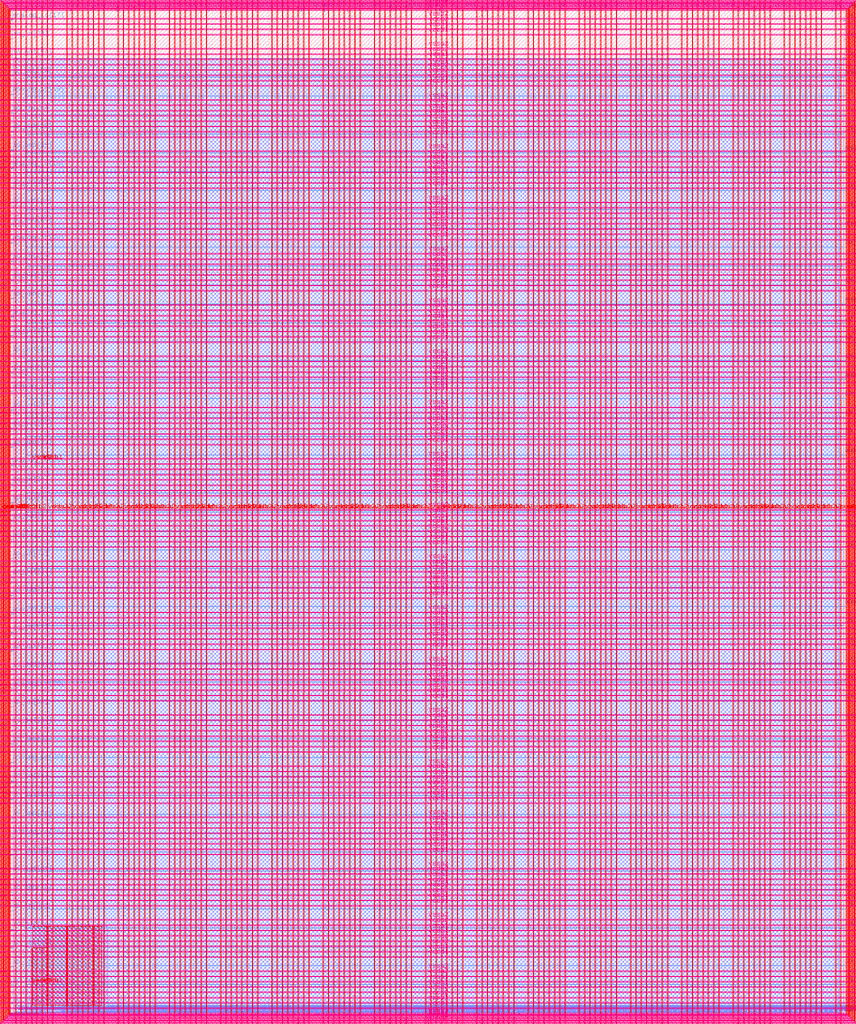
<source format=lef>
VERSION 5.7 ;
  NOWIREEXTENSIONATPIN ON ;
  DIVIDERCHAR "/" ;
  BUSBITCHARS "[]" ;
MACRO user_project_wrapper
  CLASS BLOCK ;
  FOREIGN user_project_wrapper ;
  ORIGIN 0.000 0.000 ;
  SIZE 2920.000 BY 3520.000 ;
  PIN analog_io[0]
    DIRECTION INOUT ;
    USE SIGNAL ;
    PORT
      LAYER met3 ;
        RECT 2917.600 1426.380 2924.800 1427.580 ;
    END
  END analog_io[0]
  PIN analog_io[10]
    DIRECTION INOUT ;
    USE SIGNAL ;
    PORT
      LAYER met2 ;
        RECT 2230.490 3517.600 2231.050 3524.800 ;
    END
  END analog_io[10]
  PIN analog_io[11]
    DIRECTION INOUT ;
    USE SIGNAL ;
    PORT
      LAYER met2 ;
        RECT 1905.730 3517.600 1906.290 3524.800 ;
    END
  END analog_io[11]
  PIN analog_io[12]
    DIRECTION INOUT ;
    USE SIGNAL ;
    PORT
      LAYER met2 ;
        RECT 1581.430 3517.600 1581.990 3524.800 ;
    END
  END analog_io[12]
  PIN analog_io[13]
    DIRECTION INOUT ;
    USE SIGNAL ;
    PORT
      LAYER met2 ;
        RECT 1257.130 3517.600 1257.690 3524.800 ;
    END
  END analog_io[13]
  PIN analog_io[14]
    DIRECTION INOUT ;
    USE SIGNAL ;
    PORT
      LAYER met2 ;
        RECT 932.370 3517.600 932.930 3524.800 ;
    END
  END analog_io[14]
  PIN analog_io[15]
    DIRECTION INOUT ;
    USE SIGNAL ;
    PORT
      LAYER met2 ;
        RECT 608.070 3517.600 608.630 3524.800 ;
    END
  END analog_io[15]
  PIN analog_io[16]
    DIRECTION INOUT ;
    USE SIGNAL ;
    PORT
      LAYER met2 ;
        RECT 283.770 3517.600 284.330 3524.800 ;
    END
  END analog_io[16]
  PIN analog_io[17]
    DIRECTION INOUT ;
    USE SIGNAL ;
    PORT
      LAYER met3 ;
        RECT -4.800 3486.100 2.400 3487.300 ;
    END
  END analog_io[17]
  PIN analog_io[18]
    DIRECTION INOUT ;
    USE SIGNAL ;
    PORT
      LAYER met3 ;
        RECT -4.800 3224.980 2.400 3226.180 ;
    END
  END analog_io[18]
  PIN analog_io[19]
    DIRECTION INOUT ;
    USE SIGNAL ;
    PORT
      LAYER met3 ;
        RECT -4.800 2964.540 2.400 2965.740 ;
    END
  END analog_io[19]
  PIN analog_io[1]
    DIRECTION INOUT ;
    USE SIGNAL ;
    PORT
      LAYER met3 ;
        RECT 2917.600 1692.260 2924.800 1693.460 ;
    END
  END analog_io[1]
  PIN analog_io[20]
    DIRECTION INOUT ;
    USE SIGNAL ;
    PORT
      LAYER met3 ;
        RECT -4.800 2703.420 2.400 2704.620 ;
    END
  END analog_io[20]
  PIN analog_io[21]
    DIRECTION INOUT ;
    USE SIGNAL ;
    PORT
      LAYER met3 ;
        RECT -4.800 2442.980 2.400 2444.180 ;
    END
  END analog_io[21]
  PIN analog_io[22]
    DIRECTION INOUT ;
    USE SIGNAL ;
    PORT
      LAYER met3 ;
        RECT -4.800 2182.540 2.400 2183.740 ;
    END
  END analog_io[22]
  PIN analog_io[23]
    DIRECTION INOUT ;
    USE SIGNAL ;
    PORT
      LAYER met3 ;
        RECT -4.800 1921.420 2.400 1922.620 ;
    END
  END analog_io[23]
  PIN analog_io[24]
    DIRECTION INOUT ;
    USE SIGNAL ;
    PORT
      LAYER met3 ;
        RECT -4.800 1660.980 2.400 1662.180 ;
    END
  END analog_io[24]
  PIN analog_io[25]
    DIRECTION INOUT ;
    USE SIGNAL ;
    PORT
      LAYER met3 ;
        RECT -4.800 1399.860 2.400 1401.060 ;
    END
  END analog_io[25]
  PIN analog_io[26]
    DIRECTION INOUT ;
    USE SIGNAL ;
    PORT
      LAYER met3 ;
        RECT -4.800 1139.420 2.400 1140.620 ;
    END
  END analog_io[26]
  PIN analog_io[27]
    DIRECTION INOUT ;
    USE SIGNAL ;
    PORT
      LAYER met3 ;
        RECT -4.800 878.980 2.400 880.180 ;
    END
  END analog_io[27]
  PIN analog_io[28]
    DIRECTION INOUT ;
    USE SIGNAL ;
    PORT
      LAYER met3 ;
        RECT -4.800 617.860 2.400 619.060 ;
    END
  END analog_io[28]
  PIN analog_io[2]
    DIRECTION INOUT ;
    USE SIGNAL ;
    PORT
      LAYER met3 ;
        RECT 2917.600 1958.140 2924.800 1959.340 ;
    END
  END analog_io[2]
  PIN analog_io[3]
    DIRECTION INOUT ;
    USE SIGNAL ;
    PORT
      LAYER met3 ;
        RECT 2917.600 2223.340 2924.800 2224.540 ;
    END
  END analog_io[3]
  PIN analog_io[4]
    DIRECTION INOUT ;
    USE SIGNAL ;
    PORT
      LAYER met3 ;
        RECT 2917.600 2489.220 2924.800 2490.420 ;
    END
  END analog_io[4]
  PIN analog_io[5]
    DIRECTION INOUT ;
    USE SIGNAL ;
    PORT
      LAYER met3 ;
        RECT 2917.600 2755.100 2924.800 2756.300 ;
    END
  END analog_io[5]
  PIN analog_io[6]
    DIRECTION INOUT ;
    USE SIGNAL ;
    PORT
      LAYER met3 ;
        RECT 2917.600 3020.300 2924.800 3021.500 ;
    END
  END analog_io[6]
  PIN analog_io[7]
    DIRECTION INOUT ;
    USE SIGNAL ;
    PORT
      LAYER met3 ;
        RECT 2917.600 3286.180 2924.800 3287.380 ;
    END
  END analog_io[7]
  PIN analog_io[8]
    DIRECTION INOUT ;
    USE SIGNAL ;
    PORT
      LAYER met2 ;
        RECT 2879.090 3517.600 2879.650 3524.800 ;
    END
  END analog_io[8]
  PIN analog_io[9]
    DIRECTION INOUT ;
    USE SIGNAL ;
    PORT
      LAYER met2 ;
        RECT 2554.790 3517.600 2555.350 3524.800 ;
    END
  END analog_io[9]
  PIN io_in[0]
    DIRECTION INPUT ;
    USE SIGNAL ;
    PORT
      LAYER met3 ;
        RECT 2917.600 32.380 2924.800 33.580 ;
    END
  END io_in[0]
  PIN io_in[10]
    DIRECTION INPUT ;
    USE SIGNAL ;
    PORT
      LAYER met3 ;
        RECT 2917.600 2289.980 2924.800 2291.180 ;
    END
  END io_in[10]
  PIN io_in[11]
    DIRECTION INPUT ;
    USE SIGNAL ;
    PORT
      LAYER met3 ;
        RECT 2917.600 2555.860 2924.800 2557.060 ;
    END
  END io_in[11]
  PIN io_in[12]
    DIRECTION INPUT ;
    USE SIGNAL ;
    PORT
      LAYER met3 ;
        RECT 2917.600 2821.060 2924.800 2822.260 ;
    END
  END io_in[12]
  PIN io_in[13]
    DIRECTION INPUT ;
    USE SIGNAL ;
    PORT
      LAYER met3 ;
        RECT 2917.600 3086.940 2924.800 3088.140 ;
    END
  END io_in[13]
  PIN io_in[14]
    DIRECTION INPUT ;
    USE SIGNAL ;
    PORT
      LAYER met3 ;
        RECT 2917.600 3352.820 2924.800 3354.020 ;
    END
  END io_in[14]
  PIN io_in[15]
    DIRECTION INPUT ;
    USE SIGNAL ;
    PORT
      LAYER met2 ;
        RECT 2798.130 3517.600 2798.690 3524.800 ;
    END
  END io_in[15]
  PIN io_in[16]
    DIRECTION INPUT ;
    USE SIGNAL ;
    PORT
      LAYER met2 ;
        RECT 2473.830 3517.600 2474.390 3524.800 ;
    END
  END io_in[16]
  PIN io_in[17]
    DIRECTION INPUT ;
    USE SIGNAL ;
    PORT
      LAYER met2 ;
        RECT 2149.070 3517.600 2149.630 3524.800 ;
    END
  END io_in[17]
  PIN io_in[18]
    DIRECTION INPUT ;
    USE SIGNAL ;
    PORT
      LAYER met2 ;
        RECT 1824.770 3517.600 1825.330 3524.800 ;
    END
  END io_in[18]
  PIN io_in[19]
    DIRECTION INPUT ;
    USE SIGNAL ;
    PORT
      LAYER met2 ;
        RECT 1500.470 3517.600 1501.030 3524.800 ;
    END
  END io_in[19]
  PIN io_in[1]
    DIRECTION INPUT ;
    USE SIGNAL ;
    PORT
      LAYER met3 ;
        RECT 2917.600 230.940 2924.800 232.140 ;
    END
  END io_in[1]
  PIN io_in[20]
    DIRECTION INPUT ;
    USE SIGNAL ;
    PORT
      LAYER met2 ;
        RECT 1175.710 3517.600 1176.270 3524.800 ;
    END
  END io_in[20]
  PIN io_in[21]
    DIRECTION INPUT ;
    USE SIGNAL ;
    PORT
      LAYER met2 ;
        RECT 851.410 3517.600 851.970 3524.800 ;
    END
  END io_in[21]
  PIN io_in[22]
    DIRECTION INPUT ;
    USE SIGNAL ;
    PORT
      LAYER met2 ;
        RECT 527.110 3517.600 527.670 3524.800 ;
    END
  END io_in[22]
  PIN io_in[23]
    DIRECTION INPUT ;
    USE SIGNAL ;
    PORT
      LAYER met2 ;
        RECT 202.350 3517.600 202.910 3524.800 ;
    END
  END io_in[23]
  PIN io_in[24]
    DIRECTION INPUT ;
    USE SIGNAL ;
    PORT
      LAYER met3 ;
        RECT -4.800 3420.820 2.400 3422.020 ;
    END
  END io_in[24]
  PIN io_in[25]
    DIRECTION INPUT ;
    USE SIGNAL ;
    PORT
      LAYER met3 ;
        RECT -4.800 3159.700 2.400 3160.900 ;
    END
  END io_in[25]
  PIN io_in[26]
    DIRECTION INPUT ;
    USE SIGNAL ;
    PORT
      LAYER met3 ;
        RECT -4.800 2899.260 2.400 2900.460 ;
    END
  END io_in[26]
  PIN io_in[27]
    DIRECTION INPUT ;
    USE SIGNAL ;
    PORT
      LAYER met3 ;
        RECT -4.800 2638.820 2.400 2640.020 ;
    END
  END io_in[27]
  PIN io_in[28]
    DIRECTION INPUT ;
    USE SIGNAL ;
    PORT
      LAYER met3 ;
        RECT -4.800 2377.700 2.400 2378.900 ;
    END
  END io_in[28]
  PIN io_in[29]
    DIRECTION INPUT ;
    USE SIGNAL ;
    PORT
      LAYER met3 ;
        RECT -4.800 2117.260 2.400 2118.460 ;
    END
  END io_in[29]
  PIN io_in[2]
    DIRECTION INPUT ;
    USE SIGNAL ;
    PORT
      LAYER met3 ;
        RECT 2917.600 430.180 2924.800 431.380 ;
    END
  END io_in[2]
  PIN io_in[30]
    DIRECTION INPUT ;
    USE SIGNAL ;
    PORT
      LAYER met3 ;
        RECT -4.800 1856.140 2.400 1857.340 ;
    END
  END io_in[30]
  PIN io_in[31]
    DIRECTION INPUT ;
    USE SIGNAL ;
    PORT
      LAYER met3 ;
        RECT -4.800 1595.700 2.400 1596.900 ;
    END
  END io_in[31]
  PIN io_in[32]
    DIRECTION INPUT ;
    USE SIGNAL ;
    PORT
      LAYER met3 ;
        RECT -4.800 1335.260 2.400 1336.460 ;
    END
  END io_in[32]
  PIN io_in[33]
    DIRECTION INPUT ;
    USE SIGNAL ;
    PORT
      LAYER met3 ;
        RECT -4.800 1074.140 2.400 1075.340 ;
    END
  END io_in[33]
  PIN io_in[34]
    DIRECTION INPUT ;
    USE SIGNAL ;
    PORT
      LAYER met3 ;
        RECT -4.800 813.700 2.400 814.900 ;
    END
  END io_in[34]
  PIN io_in[35]
    DIRECTION INPUT ;
    USE SIGNAL ;
    PORT
      LAYER met3 ;
        RECT -4.800 552.580 2.400 553.780 ;
    END
  END io_in[35]
  PIN io_in[36]
    DIRECTION INPUT ;
    USE SIGNAL ;
    PORT
      LAYER met3 ;
        RECT -4.800 357.420 2.400 358.620 ;
    END
  END io_in[36]
  PIN io_in[37]
    DIRECTION INPUT ;
    USE SIGNAL ;
    PORT
      LAYER met3 ;
        RECT -4.800 161.580 2.400 162.780 ;
    END
  END io_in[37]
  PIN io_in[3]
    DIRECTION INPUT ;
    USE SIGNAL ;
    PORT
      LAYER met3 ;
        RECT 2917.600 629.420 2924.800 630.620 ;
    END
  END io_in[3]
  PIN io_in[4]
    DIRECTION INPUT ;
    USE SIGNAL ;
    PORT
      LAYER met3 ;
        RECT 2917.600 828.660 2924.800 829.860 ;
    END
  END io_in[4]
  PIN io_in[5]
    DIRECTION INPUT ;
    USE SIGNAL ;
    PORT
      LAYER met3 ;
        RECT 2917.600 1027.900 2924.800 1029.100 ;
    END
  END io_in[5]
  PIN io_in[6]
    DIRECTION INPUT ;
    USE SIGNAL ;
    PORT
      LAYER met3 ;
        RECT 2917.600 1227.140 2924.800 1228.340 ;
    END
  END io_in[6]
  PIN io_in[7]
    DIRECTION INPUT ;
    USE SIGNAL ;
    PORT
      LAYER met3 ;
        RECT 2917.600 1493.020 2924.800 1494.220 ;
    END
  END io_in[7]
  PIN io_in[8]
    DIRECTION INPUT ;
    USE SIGNAL ;
    PORT
      LAYER met3 ;
        RECT 2917.600 1758.900 2924.800 1760.100 ;
    END
  END io_in[8]
  PIN io_in[9]
    DIRECTION INPUT ;
    USE SIGNAL ;
    PORT
      LAYER met3 ;
        RECT 2917.600 2024.100 2924.800 2025.300 ;
    END
  END io_in[9]
  PIN io_oeb[0]
    DIRECTION OUTPUT TRISTATE ;
    USE SIGNAL ;
    PORT
      LAYER met3 ;
        RECT 2917.600 164.980 2924.800 166.180 ;
    END
  END io_oeb[0]
  PIN io_oeb[10]
    DIRECTION OUTPUT TRISTATE ;
    USE SIGNAL ;
    PORT
      LAYER met3 ;
        RECT 2917.600 2422.580 2924.800 2423.780 ;
    END
  END io_oeb[10]
  PIN io_oeb[11]
    DIRECTION OUTPUT TRISTATE ;
    USE SIGNAL ;
    PORT
      LAYER met3 ;
        RECT 2917.600 2688.460 2924.800 2689.660 ;
    END
  END io_oeb[11]
  PIN io_oeb[12]
    DIRECTION OUTPUT TRISTATE ;
    USE SIGNAL ;
    PORT
      LAYER met3 ;
        RECT 2917.600 2954.340 2924.800 2955.540 ;
    END
  END io_oeb[12]
  PIN io_oeb[13]
    DIRECTION OUTPUT TRISTATE ;
    USE SIGNAL ;
    PORT
      LAYER met3 ;
        RECT 2917.600 3219.540 2924.800 3220.740 ;
    END
  END io_oeb[13]
  PIN io_oeb[14]
    DIRECTION OUTPUT TRISTATE ;
    USE SIGNAL ;
    PORT
      LAYER met3 ;
        RECT 2917.600 3485.420 2924.800 3486.620 ;
    END
  END io_oeb[14]
  PIN io_oeb[15]
    DIRECTION OUTPUT TRISTATE ;
    USE SIGNAL ;
    PORT
      LAYER met2 ;
        RECT 2635.750 3517.600 2636.310 3524.800 ;
    END
  END io_oeb[15]
  PIN io_oeb[16]
    DIRECTION OUTPUT TRISTATE ;
    USE SIGNAL ;
    PORT
      LAYER met2 ;
        RECT 2311.450 3517.600 2312.010 3524.800 ;
    END
  END io_oeb[16]
  PIN io_oeb[17]
    DIRECTION OUTPUT TRISTATE ;
    USE SIGNAL ;
    PORT
      LAYER met2 ;
        RECT 1987.150 3517.600 1987.710 3524.800 ;
    END
  END io_oeb[17]
  PIN io_oeb[18]
    DIRECTION OUTPUT TRISTATE ;
    USE SIGNAL ;
    PORT
      LAYER met2 ;
        RECT 1662.390 3517.600 1662.950 3524.800 ;
    END
  END io_oeb[18]
  PIN io_oeb[19]
    DIRECTION OUTPUT TRISTATE ;
    USE SIGNAL ;
    PORT
      LAYER met2 ;
        RECT 1338.090 3517.600 1338.650 3524.800 ;
    END
  END io_oeb[19]
  PIN io_oeb[1]
    DIRECTION OUTPUT TRISTATE ;
    USE SIGNAL ;
    PORT
      LAYER met3 ;
        RECT 2917.600 364.220 2924.800 365.420 ;
    END
  END io_oeb[1]
  PIN io_oeb[20]
    DIRECTION OUTPUT TRISTATE ;
    USE SIGNAL ;
    PORT
      LAYER met2 ;
        RECT 1013.790 3517.600 1014.350 3524.800 ;
    END
  END io_oeb[20]
  PIN io_oeb[21]
    DIRECTION OUTPUT TRISTATE ;
    USE SIGNAL ;
    PORT
      LAYER met2 ;
        RECT 689.030 3517.600 689.590 3524.800 ;
    END
  END io_oeb[21]
  PIN io_oeb[22]
    DIRECTION OUTPUT TRISTATE ;
    USE SIGNAL ;
    PORT
      LAYER met2 ;
        RECT 364.730 3517.600 365.290 3524.800 ;
    END
  END io_oeb[22]
  PIN io_oeb[23]
    DIRECTION OUTPUT TRISTATE ;
    USE SIGNAL ;
    PORT
      LAYER met2 ;
        RECT 40.430 3517.600 40.990 3524.800 ;
    END
  END io_oeb[23]
  PIN io_oeb[24]
    DIRECTION OUTPUT TRISTATE ;
    USE SIGNAL ;
    PORT
      LAYER met3 ;
        RECT -4.800 3290.260 2.400 3291.460 ;
    END
  END io_oeb[24]
  PIN io_oeb[25]
    DIRECTION OUTPUT TRISTATE ;
    USE SIGNAL ;
    PORT
      LAYER met3 ;
        RECT -4.800 3029.820 2.400 3031.020 ;
    END
  END io_oeb[25]
  PIN io_oeb[26]
    DIRECTION OUTPUT TRISTATE ;
    USE SIGNAL ;
    PORT
      LAYER met3 ;
        RECT -4.800 2768.700 2.400 2769.900 ;
    END
  END io_oeb[26]
  PIN io_oeb[27]
    DIRECTION OUTPUT TRISTATE ;
    USE SIGNAL ;
    PORT
      LAYER met3 ;
        RECT -4.800 2508.260 2.400 2509.460 ;
    END
  END io_oeb[27]
  PIN io_oeb[28]
    DIRECTION OUTPUT TRISTATE ;
    USE SIGNAL ;
    PORT
      LAYER met3 ;
        RECT -4.800 2247.140 2.400 2248.340 ;
    END
  END io_oeb[28]
  PIN io_oeb[29]
    DIRECTION OUTPUT TRISTATE ;
    USE SIGNAL ;
    PORT
      LAYER met3 ;
        RECT -4.800 1986.700 2.400 1987.900 ;
    END
  END io_oeb[29]
  PIN io_oeb[2]
    DIRECTION OUTPUT TRISTATE ;
    USE SIGNAL ;
    PORT
      LAYER met3 ;
        RECT 2917.600 563.460 2924.800 564.660 ;
    END
  END io_oeb[2]
  PIN io_oeb[30]
    DIRECTION OUTPUT TRISTATE ;
    USE SIGNAL ;
    PORT
      LAYER met3 ;
        RECT -4.800 1726.260 2.400 1727.460 ;
    END
  END io_oeb[30]
  PIN io_oeb[31]
    DIRECTION OUTPUT TRISTATE ;
    USE SIGNAL ;
    PORT
      LAYER met3 ;
        RECT -4.800 1465.140 2.400 1466.340 ;
    END
  END io_oeb[31]
  PIN io_oeb[32]
    DIRECTION OUTPUT TRISTATE ;
    USE SIGNAL ;
    PORT
      LAYER met3 ;
        RECT -4.800 1204.700 2.400 1205.900 ;
    END
  END io_oeb[32]
  PIN io_oeb[33]
    DIRECTION OUTPUT TRISTATE ;
    USE SIGNAL ;
    PORT
      LAYER met3 ;
        RECT -4.800 943.580 2.400 944.780 ;
    END
  END io_oeb[33]
  PIN io_oeb[34]
    DIRECTION OUTPUT TRISTATE ;
    USE SIGNAL ;
    PORT
      LAYER met3 ;
        RECT -4.800 683.140 2.400 684.340 ;
    END
  END io_oeb[34]
  PIN io_oeb[35]
    DIRECTION OUTPUT TRISTATE ;
    USE SIGNAL ;
    PORT
      LAYER met3 ;
        RECT -4.800 422.700 2.400 423.900 ;
    END
  END io_oeb[35]
  PIN io_oeb[36]
    DIRECTION OUTPUT TRISTATE ;
    USE SIGNAL ;
    PORT
      LAYER met3 ;
        RECT -4.800 226.860 2.400 228.060 ;
    END
  END io_oeb[36]
  PIN io_oeb[37]
    DIRECTION OUTPUT TRISTATE ;
    USE SIGNAL ;
    PORT
      LAYER met3 ;
        RECT -4.800 31.700 2.400 32.900 ;
    END
  END io_oeb[37]
  PIN io_oeb[3]
    DIRECTION OUTPUT TRISTATE ;
    USE SIGNAL ;
    PORT
      LAYER met3 ;
        RECT 2917.600 762.700 2924.800 763.900 ;
    END
  END io_oeb[3]
  PIN io_oeb[4]
    DIRECTION OUTPUT TRISTATE ;
    USE SIGNAL ;
    PORT
      LAYER met3 ;
        RECT 2917.600 961.940 2924.800 963.140 ;
    END
  END io_oeb[4]
  PIN io_oeb[5]
    DIRECTION OUTPUT TRISTATE ;
    USE SIGNAL ;
    PORT
      LAYER met3 ;
        RECT 2917.600 1161.180 2924.800 1162.380 ;
    END
  END io_oeb[5]
  PIN io_oeb[6]
    DIRECTION OUTPUT TRISTATE ;
    USE SIGNAL ;
    PORT
      LAYER met3 ;
        RECT 2917.600 1360.420 2924.800 1361.620 ;
    END
  END io_oeb[6]
  PIN io_oeb[7]
    DIRECTION OUTPUT TRISTATE ;
    USE SIGNAL ;
    PORT
      LAYER met3 ;
        RECT 2917.600 1625.620 2924.800 1626.820 ;
    END
  END io_oeb[7]
  PIN io_oeb[8]
    DIRECTION OUTPUT TRISTATE ;
    USE SIGNAL ;
    PORT
      LAYER met3 ;
        RECT 2917.600 1891.500 2924.800 1892.700 ;
    END
  END io_oeb[8]
  PIN io_oeb[9]
    DIRECTION OUTPUT TRISTATE ;
    USE SIGNAL ;
    PORT
      LAYER met3 ;
        RECT 2917.600 2157.380 2924.800 2158.580 ;
    END
  END io_oeb[9]
  PIN io_out[0]
    DIRECTION OUTPUT TRISTATE ;
    USE SIGNAL ;
    PORT
      LAYER met3 ;
        RECT 2917.600 98.340 2924.800 99.540 ;
    END
  END io_out[0]
  PIN io_out[10]
    DIRECTION OUTPUT TRISTATE ;
    USE SIGNAL ;
    PORT
      LAYER met3 ;
        RECT 2917.600 2356.620 2924.800 2357.820 ;
    END
  END io_out[10]
  PIN io_out[11]
    DIRECTION OUTPUT TRISTATE ;
    USE SIGNAL ;
    PORT
      LAYER met3 ;
        RECT 2917.600 2621.820 2924.800 2623.020 ;
    END
  END io_out[11]
  PIN io_out[12]
    DIRECTION OUTPUT TRISTATE ;
    USE SIGNAL ;
    PORT
      LAYER met3 ;
        RECT 2917.600 2887.700 2924.800 2888.900 ;
    END
  END io_out[12]
  PIN io_out[13]
    DIRECTION OUTPUT TRISTATE ;
    USE SIGNAL ;
    PORT
      LAYER met3 ;
        RECT 2917.600 3153.580 2924.800 3154.780 ;
    END
  END io_out[13]
  PIN io_out[14]
    DIRECTION OUTPUT TRISTATE ;
    USE SIGNAL ;
    PORT
      LAYER met3 ;
        RECT 2917.600 3418.780 2924.800 3419.980 ;
    END
  END io_out[14]
  PIN io_out[15]
    DIRECTION OUTPUT TRISTATE ;
    USE SIGNAL ;
    PORT
      LAYER met2 ;
        RECT 2717.170 3517.600 2717.730 3524.800 ;
    END
  END io_out[15]
  PIN io_out[16]
    DIRECTION OUTPUT TRISTATE ;
    USE SIGNAL ;
    PORT
      LAYER met2 ;
        RECT 2392.410 3517.600 2392.970 3524.800 ;
    END
  END io_out[16]
  PIN io_out[17]
    DIRECTION OUTPUT TRISTATE ;
    USE SIGNAL ;
    PORT
      LAYER met2 ;
        RECT 2068.110 3517.600 2068.670 3524.800 ;
    END
  END io_out[17]
  PIN io_out[18]
    DIRECTION OUTPUT TRISTATE ;
    USE SIGNAL ;
    PORT
      LAYER met2 ;
        RECT 1743.810 3517.600 1744.370 3524.800 ;
    END
  END io_out[18]
  PIN io_out[19]
    DIRECTION OUTPUT TRISTATE ;
    USE SIGNAL ;
    PORT
      LAYER met2 ;
        RECT 1419.050 3517.600 1419.610 3524.800 ;
    END
  END io_out[19]
  PIN io_out[1]
    DIRECTION OUTPUT TRISTATE ;
    USE SIGNAL ;
    PORT
      LAYER met3 ;
        RECT 2917.600 297.580 2924.800 298.780 ;
    END
  END io_out[1]
  PIN io_out[20]
    DIRECTION OUTPUT TRISTATE ;
    USE SIGNAL ;
    PORT
      LAYER met2 ;
        RECT 1094.750 3517.600 1095.310 3524.800 ;
    END
  END io_out[20]
  PIN io_out[21]
    DIRECTION OUTPUT TRISTATE ;
    USE SIGNAL ;
    PORT
      LAYER met2 ;
        RECT 770.450 3517.600 771.010 3524.800 ;
    END
  END io_out[21]
  PIN io_out[22]
    DIRECTION OUTPUT TRISTATE ;
    USE SIGNAL ;
    PORT
      LAYER met2 ;
        RECT 445.690 3517.600 446.250 3524.800 ;
    END
  END io_out[22]
  PIN io_out[23]
    DIRECTION OUTPUT TRISTATE ;
    USE SIGNAL ;
    PORT
      LAYER met2 ;
        RECT 121.390 3517.600 121.950 3524.800 ;
    END
  END io_out[23]
  PIN io_out[24]
    DIRECTION OUTPUT TRISTATE ;
    USE SIGNAL ;
    PORT
      LAYER met3 ;
        RECT -4.800 3355.540 2.400 3356.740 ;
    END
  END io_out[24]
  PIN io_out[25]
    DIRECTION OUTPUT TRISTATE ;
    USE SIGNAL ;
    PORT
      LAYER met3 ;
        RECT -4.800 3095.100 2.400 3096.300 ;
    END
  END io_out[25]
  PIN io_out[26]
    DIRECTION OUTPUT TRISTATE ;
    USE SIGNAL ;
    PORT
      LAYER met3 ;
        RECT -4.800 2833.980 2.400 2835.180 ;
    END
  END io_out[26]
  PIN io_out[27]
    DIRECTION OUTPUT TRISTATE ;
    USE SIGNAL ;
    PORT
      LAYER met3 ;
        RECT -4.800 2573.540 2.400 2574.740 ;
    END
  END io_out[27]
  PIN io_out[28]
    DIRECTION OUTPUT TRISTATE ;
    USE SIGNAL ;
    PORT
      LAYER met3 ;
        RECT -4.800 2312.420 2.400 2313.620 ;
    END
  END io_out[28]
  PIN io_out[29]
    DIRECTION OUTPUT TRISTATE ;
    USE SIGNAL ;
    PORT
      LAYER met3 ;
        RECT -4.800 2051.980 2.400 2053.180 ;
    END
  END io_out[29]
  PIN io_out[2]
    DIRECTION OUTPUT TRISTATE ;
    USE SIGNAL ;
    PORT
      LAYER met3 ;
        RECT 2917.600 496.820 2924.800 498.020 ;
    END
  END io_out[2]
  PIN io_out[30]
    DIRECTION OUTPUT TRISTATE ;
    USE SIGNAL ;
    PORT
      LAYER met3 ;
        RECT -4.800 1791.540 2.400 1792.740 ;
    END
  END io_out[30]
  PIN io_out[31]
    DIRECTION OUTPUT TRISTATE ;
    USE SIGNAL ;
    PORT
      LAYER met3 ;
        RECT -4.800 1530.420 2.400 1531.620 ;
    END
  END io_out[31]
  PIN io_out[32]
    DIRECTION OUTPUT TRISTATE ;
    USE SIGNAL ;
    PORT
      LAYER met3 ;
        RECT -4.800 1269.980 2.400 1271.180 ;
    END
  END io_out[32]
  PIN io_out[33]
    DIRECTION OUTPUT TRISTATE ;
    USE SIGNAL ;
    PORT
      LAYER met3 ;
        RECT -4.800 1008.860 2.400 1010.060 ;
    END
  END io_out[33]
  PIN io_out[34]
    DIRECTION OUTPUT TRISTATE ;
    USE SIGNAL ;
    PORT
      LAYER met3 ;
        RECT -4.800 748.420 2.400 749.620 ;
    END
  END io_out[34]
  PIN io_out[35]
    DIRECTION OUTPUT TRISTATE ;
    USE SIGNAL ;
    PORT
      LAYER met3 ;
        RECT -4.800 487.300 2.400 488.500 ;
    END
  END io_out[35]
  PIN io_out[36]
    DIRECTION OUTPUT TRISTATE ;
    USE SIGNAL ;
    PORT
      LAYER met3 ;
        RECT -4.800 292.140 2.400 293.340 ;
    END
  END io_out[36]
  PIN io_out[37]
    DIRECTION OUTPUT TRISTATE ;
    USE SIGNAL ;
    PORT
      LAYER met3 ;
        RECT -4.800 96.300 2.400 97.500 ;
    END
  END io_out[37]
  PIN io_out[3]
    DIRECTION OUTPUT TRISTATE ;
    USE SIGNAL ;
    PORT
      LAYER met3 ;
        RECT 2917.600 696.060 2924.800 697.260 ;
    END
  END io_out[3]
  PIN io_out[4]
    DIRECTION OUTPUT TRISTATE ;
    USE SIGNAL ;
    PORT
      LAYER met3 ;
        RECT 2917.600 895.300 2924.800 896.500 ;
    END
  END io_out[4]
  PIN io_out[5]
    DIRECTION OUTPUT TRISTATE ;
    USE SIGNAL ;
    PORT
      LAYER met3 ;
        RECT 2917.600 1094.540 2924.800 1095.740 ;
    END
  END io_out[5]
  PIN io_out[6]
    DIRECTION OUTPUT TRISTATE ;
    USE SIGNAL ;
    PORT
      LAYER met3 ;
        RECT 2917.600 1293.780 2924.800 1294.980 ;
    END
  END io_out[6]
  PIN io_out[7]
    DIRECTION OUTPUT TRISTATE ;
    USE SIGNAL ;
    PORT
      LAYER met3 ;
        RECT 2917.600 1559.660 2924.800 1560.860 ;
    END
  END io_out[7]
  PIN io_out[8]
    DIRECTION OUTPUT TRISTATE ;
    USE SIGNAL ;
    PORT
      LAYER met3 ;
        RECT 2917.600 1824.860 2924.800 1826.060 ;
    END
  END io_out[8]
  PIN io_out[9]
    DIRECTION OUTPUT TRISTATE ;
    USE SIGNAL ;
    PORT
      LAYER met3 ;
        RECT 2917.600 2090.740 2924.800 2091.940 ;
    END
  END io_out[9]
  PIN la_data_in[0]
    DIRECTION INPUT ;
    USE SIGNAL ;
    PORT
      LAYER met2 ;
        RECT 629.230 -4.800 629.790 2.400 ;
    END
  END la_data_in[0]
  PIN la_data_in[100]
    DIRECTION INPUT ;
    USE SIGNAL ;
    PORT
      LAYER met2 ;
        RECT 2402.530 -4.800 2403.090 2.400 ;
    END
  END la_data_in[100]
  PIN la_data_in[101]
    DIRECTION INPUT ;
    USE SIGNAL ;
    PORT
      LAYER met2 ;
        RECT 2420.010 -4.800 2420.570 2.400 ;
    END
  END la_data_in[101]
  PIN la_data_in[102]
    DIRECTION INPUT ;
    USE SIGNAL ;
    PORT
      LAYER met2 ;
        RECT 2437.950 -4.800 2438.510 2.400 ;
    END
  END la_data_in[102]
  PIN la_data_in[103]
    DIRECTION INPUT ;
    USE SIGNAL ;
    PORT
      LAYER met2 ;
        RECT 2455.430 -4.800 2455.990 2.400 ;
    END
  END la_data_in[103]
  PIN la_data_in[104]
    DIRECTION INPUT ;
    USE SIGNAL ;
    PORT
      LAYER met2 ;
        RECT 2473.370 -4.800 2473.930 2.400 ;
    END
  END la_data_in[104]
  PIN la_data_in[105]
    DIRECTION INPUT ;
    USE SIGNAL ;
    PORT
      LAYER met2 ;
        RECT 2490.850 -4.800 2491.410 2.400 ;
    END
  END la_data_in[105]
  PIN la_data_in[106]
    DIRECTION INPUT ;
    USE SIGNAL ;
    PORT
      LAYER met2 ;
        RECT 2508.790 -4.800 2509.350 2.400 ;
    END
  END la_data_in[106]
  PIN la_data_in[107]
    DIRECTION INPUT ;
    USE SIGNAL ;
    PORT
      LAYER met2 ;
        RECT 2526.730 -4.800 2527.290 2.400 ;
    END
  END la_data_in[107]
  PIN la_data_in[108]
    DIRECTION INPUT ;
    USE SIGNAL ;
    PORT
      LAYER met2 ;
        RECT 2544.210 -4.800 2544.770 2.400 ;
    END
  END la_data_in[108]
  PIN la_data_in[109]
    DIRECTION INPUT ;
    USE SIGNAL ;
    PORT
      LAYER met2 ;
        RECT 2562.150 -4.800 2562.710 2.400 ;
    END
  END la_data_in[109]
  PIN la_data_in[10]
    DIRECTION INPUT ;
    USE SIGNAL ;
    PORT
      LAYER met2 ;
        RECT 806.330 -4.800 806.890 2.400 ;
    END
  END la_data_in[10]
  PIN la_data_in[110]
    DIRECTION INPUT ;
    USE SIGNAL ;
    PORT
      LAYER met2 ;
        RECT 2579.630 -4.800 2580.190 2.400 ;
    END
  END la_data_in[110]
  PIN la_data_in[111]
    DIRECTION INPUT ;
    USE SIGNAL ;
    PORT
      LAYER met2 ;
        RECT 2597.570 -4.800 2598.130 2.400 ;
    END
  END la_data_in[111]
  PIN la_data_in[112]
    DIRECTION INPUT ;
    USE SIGNAL ;
    PORT
      LAYER met2 ;
        RECT 2615.050 -4.800 2615.610 2.400 ;
    END
  END la_data_in[112]
  PIN la_data_in[113]
    DIRECTION INPUT ;
    USE SIGNAL ;
    PORT
      LAYER met2 ;
        RECT 2632.990 -4.800 2633.550 2.400 ;
    END
  END la_data_in[113]
  PIN la_data_in[114]
    DIRECTION INPUT ;
    USE SIGNAL ;
    PORT
      LAYER met2 ;
        RECT 2650.470 -4.800 2651.030 2.400 ;
    END
  END la_data_in[114]
  PIN la_data_in[115]
    DIRECTION INPUT ;
    USE SIGNAL ;
    PORT
      LAYER met2 ;
        RECT 2668.410 -4.800 2668.970 2.400 ;
    END
  END la_data_in[115]
  PIN la_data_in[116]
    DIRECTION INPUT ;
    USE SIGNAL ;
    PORT
      LAYER met2 ;
        RECT 2685.890 -4.800 2686.450 2.400 ;
    END
  END la_data_in[116]
  PIN la_data_in[117]
    DIRECTION INPUT ;
    USE SIGNAL ;
    PORT
      LAYER met2 ;
        RECT 2703.830 -4.800 2704.390 2.400 ;
    END
  END la_data_in[117]
  PIN la_data_in[118]
    DIRECTION INPUT ;
    USE SIGNAL ;
    PORT
      LAYER met2 ;
        RECT 2721.770 -4.800 2722.330 2.400 ;
    END
  END la_data_in[118]
  PIN la_data_in[119]
    DIRECTION INPUT ;
    USE SIGNAL ;
    PORT
      LAYER met2 ;
        RECT 2739.250 -4.800 2739.810 2.400 ;
    END
  END la_data_in[119]
  PIN la_data_in[11]
    DIRECTION INPUT ;
    USE SIGNAL ;
    PORT
      LAYER met2 ;
        RECT 824.270 -4.800 824.830 2.400 ;
    END
  END la_data_in[11]
  PIN la_data_in[120]
    DIRECTION INPUT ;
    USE SIGNAL ;
    PORT
      LAYER met2 ;
        RECT 2757.190 -4.800 2757.750 2.400 ;
    END
  END la_data_in[120]
  PIN la_data_in[121]
    DIRECTION INPUT ;
    USE SIGNAL ;
    PORT
      LAYER met2 ;
        RECT 2774.670 -4.800 2775.230 2.400 ;
    END
  END la_data_in[121]
  PIN la_data_in[122]
    DIRECTION INPUT ;
    USE SIGNAL ;
    PORT
      LAYER met2 ;
        RECT 2792.610 -4.800 2793.170 2.400 ;
    END
  END la_data_in[122]
  PIN la_data_in[123]
    DIRECTION INPUT ;
    USE SIGNAL ;
    PORT
      LAYER met2 ;
        RECT 2810.090 -4.800 2810.650 2.400 ;
    END
  END la_data_in[123]
  PIN la_data_in[124]
    DIRECTION INPUT ;
    USE SIGNAL ;
    PORT
      LAYER met2 ;
        RECT 2828.030 -4.800 2828.590 2.400 ;
    END
  END la_data_in[124]
  PIN la_data_in[125]
    DIRECTION INPUT ;
    USE SIGNAL ;
    PORT
      LAYER met2 ;
        RECT 2845.510 -4.800 2846.070 2.400 ;
    END
  END la_data_in[125]
  PIN la_data_in[126]
    DIRECTION INPUT ;
    USE SIGNAL ;
    PORT
      LAYER met2 ;
        RECT 2863.450 -4.800 2864.010 2.400 ;
    END
  END la_data_in[126]
  PIN la_data_in[127]
    DIRECTION INPUT ;
    USE SIGNAL ;
    PORT
      LAYER met2 ;
        RECT 2881.390 -4.800 2881.950 2.400 ;
    END
  END la_data_in[127]
  PIN la_data_in[12]
    DIRECTION INPUT ;
    USE SIGNAL ;
    PORT
      LAYER met2 ;
        RECT 841.750 -4.800 842.310 2.400 ;
    END
  END la_data_in[12]
  PIN la_data_in[13]
    DIRECTION INPUT ;
    USE SIGNAL ;
    PORT
      LAYER met2 ;
        RECT 859.690 -4.800 860.250 2.400 ;
    END
  END la_data_in[13]
  PIN la_data_in[14]
    DIRECTION INPUT ;
    USE SIGNAL ;
    PORT
      LAYER met2 ;
        RECT 877.170 -4.800 877.730 2.400 ;
    END
  END la_data_in[14]
  PIN la_data_in[15]
    DIRECTION INPUT ;
    USE SIGNAL ;
    PORT
      LAYER met2 ;
        RECT 895.110 -4.800 895.670 2.400 ;
    END
  END la_data_in[15]
  PIN la_data_in[16]
    DIRECTION INPUT ;
    USE SIGNAL ;
    PORT
      LAYER met2 ;
        RECT 912.590 -4.800 913.150 2.400 ;
    END
  END la_data_in[16]
  PIN la_data_in[17]
    DIRECTION INPUT ;
    USE SIGNAL ;
    PORT
      LAYER met2 ;
        RECT 930.530 -4.800 931.090 2.400 ;
    END
  END la_data_in[17]
  PIN la_data_in[18]
    DIRECTION INPUT ;
    USE SIGNAL ;
    PORT
      LAYER met2 ;
        RECT 948.470 -4.800 949.030 2.400 ;
    END
  END la_data_in[18]
  PIN la_data_in[19]
    DIRECTION INPUT ;
    USE SIGNAL ;
    PORT
      LAYER met2 ;
        RECT 965.950 -4.800 966.510 2.400 ;
    END
  END la_data_in[19]
  PIN la_data_in[1]
    DIRECTION INPUT ;
    USE SIGNAL ;
    PORT
      LAYER met2 ;
        RECT 646.710 -4.800 647.270 2.400 ;
    END
  END la_data_in[1]
  PIN la_data_in[20]
    DIRECTION INPUT ;
    USE SIGNAL ;
    PORT
      LAYER met2 ;
        RECT 983.890 -4.800 984.450 2.400 ;
    END
  END la_data_in[20]
  PIN la_data_in[21]
    DIRECTION INPUT ;
    USE SIGNAL ;
    PORT
      LAYER met2 ;
        RECT 1001.370 -4.800 1001.930 2.400 ;
    END
  END la_data_in[21]
  PIN la_data_in[22]
    DIRECTION INPUT ;
    USE SIGNAL ;
    PORT
      LAYER met2 ;
        RECT 1019.310 -4.800 1019.870 2.400 ;
    END
  END la_data_in[22]
  PIN la_data_in[23]
    DIRECTION INPUT ;
    USE SIGNAL ;
    PORT
      LAYER met2 ;
        RECT 1036.790 -4.800 1037.350 2.400 ;
    END
  END la_data_in[23]
  PIN la_data_in[24]
    DIRECTION INPUT ;
    USE SIGNAL ;
    PORT
      LAYER met2 ;
        RECT 1054.730 -4.800 1055.290 2.400 ;
    END
  END la_data_in[24]
  PIN la_data_in[25]
    DIRECTION INPUT ;
    USE SIGNAL ;
    PORT
      LAYER met2 ;
        RECT 1072.210 -4.800 1072.770 2.400 ;
    END
  END la_data_in[25]
  PIN la_data_in[26]
    DIRECTION INPUT ;
    USE SIGNAL ;
    PORT
      LAYER met2 ;
        RECT 1090.150 -4.800 1090.710 2.400 ;
    END
  END la_data_in[26]
  PIN la_data_in[27]
    DIRECTION INPUT ;
    USE SIGNAL ;
    PORT
      LAYER met2 ;
        RECT 1107.630 -4.800 1108.190 2.400 ;
    END
  END la_data_in[27]
  PIN la_data_in[28]
    DIRECTION INPUT ;
    USE SIGNAL ;
    PORT
      LAYER met2 ;
        RECT 1125.570 -4.800 1126.130 2.400 ;
    END
  END la_data_in[28]
  PIN la_data_in[29]
    DIRECTION INPUT ;
    USE SIGNAL ;
    PORT
      LAYER met2 ;
        RECT 1143.510 -4.800 1144.070 2.400 ;
    END
  END la_data_in[29]
  PIN la_data_in[2]
    DIRECTION INPUT ;
    USE SIGNAL ;
    PORT
      LAYER met2 ;
        RECT 664.650 -4.800 665.210 2.400 ;
    END
  END la_data_in[2]
  PIN la_data_in[30]
    DIRECTION INPUT ;
    USE SIGNAL ;
    PORT
      LAYER met2 ;
        RECT 1160.990 -4.800 1161.550 2.400 ;
    END
  END la_data_in[30]
  PIN la_data_in[31]
    DIRECTION INPUT ;
    USE SIGNAL ;
    PORT
      LAYER met2 ;
        RECT 1178.930 -4.800 1179.490 2.400 ;
    END
  END la_data_in[31]
  PIN la_data_in[32]
    DIRECTION INPUT ;
    USE SIGNAL ;
    PORT
      LAYER met2 ;
        RECT 1196.410 -4.800 1196.970 2.400 ;
    END
  END la_data_in[32]
  PIN la_data_in[33]
    DIRECTION INPUT ;
    USE SIGNAL ;
    PORT
      LAYER met2 ;
        RECT 1214.350 -4.800 1214.910 2.400 ;
    END
  END la_data_in[33]
  PIN la_data_in[34]
    DIRECTION INPUT ;
    USE SIGNAL ;
    PORT
      LAYER met2 ;
        RECT 1231.830 -4.800 1232.390 2.400 ;
    END
  END la_data_in[34]
  PIN la_data_in[35]
    DIRECTION INPUT ;
    USE SIGNAL ;
    PORT
      LAYER met2 ;
        RECT 1249.770 -4.800 1250.330 2.400 ;
    END
  END la_data_in[35]
  PIN la_data_in[36]
    DIRECTION INPUT ;
    USE SIGNAL ;
    PORT
      LAYER met2 ;
        RECT 1267.250 -4.800 1267.810 2.400 ;
    END
  END la_data_in[36]
  PIN la_data_in[37]
    DIRECTION INPUT ;
    USE SIGNAL ;
    PORT
      LAYER met2 ;
        RECT 1285.190 -4.800 1285.750 2.400 ;
    END
  END la_data_in[37]
  PIN la_data_in[38]
    DIRECTION INPUT ;
    USE SIGNAL ;
    PORT
      LAYER met2 ;
        RECT 1303.130 -4.800 1303.690 2.400 ;
    END
  END la_data_in[38]
  PIN la_data_in[39]
    DIRECTION INPUT ;
    USE SIGNAL ;
    PORT
      LAYER met2 ;
        RECT 1320.610 -4.800 1321.170 2.400 ;
    END
  END la_data_in[39]
  PIN la_data_in[3]
    DIRECTION INPUT ;
    USE SIGNAL ;
    PORT
      LAYER met2 ;
        RECT 682.130 -4.800 682.690 2.400 ;
    END
  END la_data_in[3]
  PIN la_data_in[40]
    DIRECTION INPUT ;
    USE SIGNAL ;
    PORT
      LAYER met2 ;
        RECT 1338.550 -4.800 1339.110 2.400 ;
    END
  END la_data_in[40]
  PIN la_data_in[41]
    DIRECTION INPUT ;
    USE SIGNAL ;
    PORT
      LAYER met2 ;
        RECT 1356.030 -4.800 1356.590 2.400 ;
    END
  END la_data_in[41]
  PIN la_data_in[42]
    DIRECTION INPUT ;
    USE SIGNAL ;
    PORT
      LAYER met2 ;
        RECT 1373.970 -4.800 1374.530 2.400 ;
    END
  END la_data_in[42]
  PIN la_data_in[43]
    DIRECTION INPUT ;
    USE SIGNAL ;
    PORT
      LAYER met2 ;
        RECT 1391.450 -4.800 1392.010 2.400 ;
    END
  END la_data_in[43]
  PIN la_data_in[44]
    DIRECTION INPUT ;
    USE SIGNAL ;
    PORT
      LAYER met2 ;
        RECT 1409.390 -4.800 1409.950 2.400 ;
    END
  END la_data_in[44]
  PIN la_data_in[45]
    DIRECTION INPUT ;
    USE SIGNAL ;
    PORT
      LAYER met2 ;
        RECT 1426.870 -4.800 1427.430 2.400 ;
    END
  END la_data_in[45]
  PIN la_data_in[46]
    DIRECTION INPUT ;
    USE SIGNAL ;
    PORT
      LAYER met2 ;
        RECT 1444.810 -4.800 1445.370 2.400 ;
    END
  END la_data_in[46]
  PIN la_data_in[47]
    DIRECTION INPUT ;
    USE SIGNAL ;
    PORT
      LAYER met2 ;
        RECT 1462.750 -4.800 1463.310 2.400 ;
    END
  END la_data_in[47]
  PIN la_data_in[48]
    DIRECTION INPUT ;
    USE SIGNAL ;
    PORT
      LAYER met2 ;
        RECT 1480.230 -4.800 1480.790 2.400 ;
    END
  END la_data_in[48]
  PIN la_data_in[49]
    DIRECTION INPUT ;
    USE SIGNAL ;
    PORT
      LAYER met2 ;
        RECT 1498.170 -4.800 1498.730 2.400 ;
    END
  END la_data_in[49]
  PIN la_data_in[4]
    DIRECTION INPUT ;
    USE SIGNAL ;
    PORT
      LAYER met2 ;
        RECT 700.070 -4.800 700.630 2.400 ;
    END
  END la_data_in[4]
  PIN la_data_in[50]
    DIRECTION INPUT ;
    USE SIGNAL ;
    PORT
      LAYER met2 ;
        RECT 1515.650 -4.800 1516.210 2.400 ;
    END
  END la_data_in[50]
  PIN la_data_in[51]
    DIRECTION INPUT ;
    USE SIGNAL ;
    PORT
      LAYER met2 ;
        RECT 1533.590 -4.800 1534.150 2.400 ;
    END
  END la_data_in[51]
  PIN la_data_in[52]
    DIRECTION INPUT ;
    USE SIGNAL ;
    PORT
      LAYER met2 ;
        RECT 1551.070 -4.800 1551.630 2.400 ;
    END
  END la_data_in[52]
  PIN la_data_in[53]
    DIRECTION INPUT ;
    USE SIGNAL ;
    PORT
      LAYER met2 ;
        RECT 1569.010 -4.800 1569.570 2.400 ;
    END
  END la_data_in[53]
  PIN la_data_in[54]
    DIRECTION INPUT ;
    USE SIGNAL ;
    PORT
      LAYER met2 ;
        RECT 1586.490 -4.800 1587.050 2.400 ;
    END
  END la_data_in[54]
  PIN la_data_in[55]
    DIRECTION INPUT ;
    USE SIGNAL ;
    PORT
      LAYER met2 ;
        RECT 1604.430 -4.800 1604.990 2.400 ;
    END
  END la_data_in[55]
  PIN la_data_in[56]
    DIRECTION INPUT ;
    USE SIGNAL ;
    PORT
      LAYER met2 ;
        RECT 1621.910 -4.800 1622.470 2.400 ;
    END
  END la_data_in[56]
  PIN la_data_in[57]
    DIRECTION INPUT ;
    USE SIGNAL ;
    PORT
      LAYER met2 ;
        RECT 1639.850 -4.800 1640.410 2.400 ;
    END
  END la_data_in[57]
  PIN la_data_in[58]
    DIRECTION INPUT ;
    USE SIGNAL ;
    PORT
      LAYER met2 ;
        RECT 1657.790 -4.800 1658.350 2.400 ;
    END
  END la_data_in[58]
  PIN la_data_in[59]
    DIRECTION INPUT ;
    USE SIGNAL ;
    PORT
      LAYER met2 ;
        RECT 1675.270 -4.800 1675.830 2.400 ;
    END
  END la_data_in[59]
  PIN la_data_in[5]
    DIRECTION INPUT ;
    USE SIGNAL ;
    PORT
      LAYER met2 ;
        RECT 717.550 -4.800 718.110 2.400 ;
    END
  END la_data_in[5]
  PIN la_data_in[60]
    DIRECTION INPUT ;
    USE SIGNAL ;
    PORT
      LAYER met2 ;
        RECT 1693.210 -4.800 1693.770 2.400 ;
    END
  END la_data_in[60]
  PIN la_data_in[61]
    DIRECTION INPUT ;
    USE SIGNAL ;
    PORT
      LAYER met2 ;
        RECT 1710.690 -4.800 1711.250 2.400 ;
    END
  END la_data_in[61]
  PIN la_data_in[62]
    DIRECTION INPUT ;
    USE SIGNAL ;
    PORT
      LAYER met2 ;
        RECT 1728.630 -4.800 1729.190 2.400 ;
    END
  END la_data_in[62]
  PIN la_data_in[63]
    DIRECTION INPUT ;
    USE SIGNAL ;
    PORT
      LAYER met2 ;
        RECT 1746.110 -4.800 1746.670 2.400 ;
    END
  END la_data_in[63]
  PIN la_data_in[64]
    DIRECTION INPUT ;
    USE SIGNAL ;
    PORT
      LAYER met2 ;
        RECT 1764.050 -4.800 1764.610 2.400 ;
    END
  END la_data_in[64]
  PIN la_data_in[65]
    DIRECTION INPUT ;
    USE SIGNAL ;
    PORT
      LAYER met2 ;
        RECT 1781.530 -4.800 1782.090 2.400 ;
    END
  END la_data_in[65]
  PIN la_data_in[66]
    DIRECTION INPUT ;
    USE SIGNAL ;
    PORT
      LAYER met2 ;
        RECT 1799.470 -4.800 1800.030 2.400 ;
    END
  END la_data_in[66]
  PIN la_data_in[67]
    DIRECTION INPUT ;
    USE SIGNAL ;
    PORT
      LAYER met2 ;
        RECT 1817.410 -4.800 1817.970 2.400 ;
    END
  END la_data_in[67]
  PIN la_data_in[68]
    DIRECTION INPUT ;
    USE SIGNAL ;
    PORT
      LAYER met2 ;
        RECT 1834.890 -4.800 1835.450 2.400 ;
    END
  END la_data_in[68]
  PIN la_data_in[69]
    DIRECTION INPUT ;
    USE SIGNAL ;
    PORT
      LAYER met2 ;
        RECT 1852.830 -4.800 1853.390 2.400 ;
    END
  END la_data_in[69]
  PIN la_data_in[6]
    DIRECTION INPUT ;
    USE SIGNAL ;
    PORT
      LAYER met2 ;
        RECT 735.490 -4.800 736.050 2.400 ;
    END
  END la_data_in[6]
  PIN la_data_in[70]
    DIRECTION INPUT ;
    USE SIGNAL ;
    PORT
      LAYER met2 ;
        RECT 1870.310 -4.800 1870.870 2.400 ;
    END
  END la_data_in[70]
  PIN la_data_in[71]
    DIRECTION INPUT ;
    USE SIGNAL ;
    PORT
      LAYER met2 ;
        RECT 1888.250 -4.800 1888.810 2.400 ;
    END
  END la_data_in[71]
  PIN la_data_in[72]
    DIRECTION INPUT ;
    USE SIGNAL ;
    PORT
      LAYER met2 ;
        RECT 1905.730 -4.800 1906.290 2.400 ;
    END
  END la_data_in[72]
  PIN la_data_in[73]
    DIRECTION INPUT ;
    USE SIGNAL ;
    PORT
      LAYER met2 ;
        RECT 1923.670 -4.800 1924.230 2.400 ;
    END
  END la_data_in[73]
  PIN la_data_in[74]
    DIRECTION INPUT ;
    USE SIGNAL ;
    PORT
      LAYER met2 ;
        RECT 1941.150 -4.800 1941.710 2.400 ;
    END
  END la_data_in[74]
  PIN la_data_in[75]
    DIRECTION INPUT ;
    USE SIGNAL ;
    PORT
      LAYER met2 ;
        RECT 1959.090 -4.800 1959.650 2.400 ;
    END
  END la_data_in[75]
  PIN la_data_in[76]
    DIRECTION INPUT ;
    USE SIGNAL ;
    PORT
      LAYER met2 ;
        RECT 1976.570 -4.800 1977.130 2.400 ;
    END
  END la_data_in[76]
  PIN la_data_in[77]
    DIRECTION INPUT ;
    USE SIGNAL ;
    PORT
      LAYER met2 ;
        RECT 1994.510 -4.800 1995.070 2.400 ;
    END
  END la_data_in[77]
  PIN la_data_in[78]
    DIRECTION INPUT ;
    USE SIGNAL ;
    PORT
      LAYER met2 ;
        RECT 2012.450 -4.800 2013.010 2.400 ;
    END
  END la_data_in[78]
  PIN la_data_in[79]
    DIRECTION INPUT ;
    USE SIGNAL ;
    PORT
      LAYER met2 ;
        RECT 2029.930 -4.800 2030.490 2.400 ;
    END
  END la_data_in[79]
  PIN la_data_in[7]
    DIRECTION INPUT ;
    USE SIGNAL ;
    PORT
      LAYER met2 ;
        RECT 752.970 -4.800 753.530 2.400 ;
    END
  END la_data_in[7]
  PIN la_data_in[80]
    DIRECTION INPUT ;
    USE SIGNAL ;
    PORT
      LAYER met2 ;
        RECT 2047.870 -4.800 2048.430 2.400 ;
    END
  END la_data_in[80]
  PIN la_data_in[81]
    DIRECTION INPUT ;
    USE SIGNAL ;
    PORT
      LAYER met2 ;
        RECT 2065.350 -4.800 2065.910 2.400 ;
    END
  END la_data_in[81]
  PIN la_data_in[82]
    DIRECTION INPUT ;
    USE SIGNAL ;
    PORT
      LAYER met2 ;
        RECT 2083.290 -4.800 2083.850 2.400 ;
    END
  END la_data_in[82]
  PIN la_data_in[83]
    DIRECTION INPUT ;
    USE SIGNAL ;
    PORT
      LAYER met2 ;
        RECT 2100.770 -4.800 2101.330 2.400 ;
    END
  END la_data_in[83]
  PIN la_data_in[84]
    DIRECTION INPUT ;
    USE SIGNAL ;
    PORT
      LAYER met2 ;
        RECT 2118.710 -4.800 2119.270 2.400 ;
    END
  END la_data_in[84]
  PIN la_data_in[85]
    DIRECTION INPUT ;
    USE SIGNAL ;
    PORT
      LAYER met2 ;
        RECT 2136.190 -4.800 2136.750 2.400 ;
    END
  END la_data_in[85]
  PIN la_data_in[86]
    DIRECTION INPUT ;
    USE SIGNAL ;
    PORT
      LAYER met2 ;
        RECT 2154.130 -4.800 2154.690 2.400 ;
    END
  END la_data_in[86]
  PIN la_data_in[87]
    DIRECTION INPUT ;
    USE SIGNAL ;
    PORT
      LAYER met2 ;
        RECT 2172.070 -4.800 2172.630 2.400 ;
    END
  END la_data_in[87]
  PIN la_data_in[88]
    DIRECTION INPUT ;
    USE SIGNAL ;
    PORT
      LAYER met2 ;
        RECT 2189.550 -4.800 2190.110 2.400 ;
    END
  END la_data_in[88]
  PIN la_data_in[89]
    DIRECTION INPUT ;
    USE SIGNAL ;
    PORT
      LAYER met2 ;
        RECT 2207.490 -4.800 2208.050 2.400 ;
    END
  END la_data_in[89]
  PIN la_data_in[8]
    DIRECTION INPUT ;
    USE SIGNAL ;
    PORT
      LAYER met2 ;
        RECT 770.910 -4.800 771.470 2.400 ;
    END
  END la_data_in[8]
  PIN la_data_in[90]
    DIRECTION INPUT ;
    USE SIGNAL ;
    PORT
      LAYER met2 ;
        RECT 2224.970 -4.800 2225.530 2.400 ;
    END
  END la_data_in[90]
  PIN la_data_in[91]
    DIRECTION INPUT ;
    USE SIGNAL ;
    PORT
      LAYER met2 ;
        RECT 2242.910 -4.800 2243.470 2.400 ;
    END
  END la_data_in[91]
  PIN la_data_in[92]
    DIRECTION INPUT ;
    USE SIGNAL ;
    PORT
      LAYER met2 ;
        RECT 2260.390 -4.800 2260.950 2.400 ;
    END
  END la_data_in[92]
  PIN la_data_in[93]
    DIRECTION INPUT ;
    USE SIGNAL ;
    PORT
      LAYER met2 ;
        RECT 2278.330 -4.800 2278.890 2.400 ;
    END
  END la_data_in[93]
  PIN la_data_in[94]
    DIRECTION INPUT ;
    USE SIGNAL ;
    PORT
      LAYER met2 ;
        RECT 2295.810 -4.800 2296.370 2.400 ;
    END
  END la_data_in[94]
  PIN la_data_in[95]
    DIRECTION INPUT ;
    USE SIGNAL ;
    PORT
      LAYER met2 ;
        RECT 2313.750 -4.800 2314.310 2.400 ;
    END
  END la_data_in[95]
  PIN la_data_in[96]
    DIRECTION INPUT ;
    USE SIGNAL ;
    PORT
      LAYER met2 ;
        RECT 2331.230 -4.800 2331.790 2.400 ;
    END
  END la_data_in[96]
  PIN la_data_in[97]
    DIRECTION INPUT ;
    USE SIGNAL ;
    PORT
      LAYER met2 ;
        RECT 2349.170 -4.800 2349.730 2.400 ;
    END
  END la_data_in[97]
  PIN la_data_in[98]
    DIRECTION INPUT ;
    USE SIGNAL ;
    PORT
      LAYER met2 ;
        RECT 2367.110 -4.800 2367.670 2.400 ;
    END
  END la_data_in[98]
  PIN la_data_in[99]
    DIRECTION INPUT ;
    USE SIGNAL ;
    PORT
      LAYER met2 ;
        RECT 2384.590 -4.800 2385.150 2.400 ;
    END
  END la_data_in[99]
  PIN la_data_in[9]
    DIRECTION INPUT ;
    USE SIGNAL ;
    PORT
      LAYER met2 ;
        RECT 788.850 -4.800 789.410 2.400 ;
    END
  END la_data_in[9]
  PIN la_data_out[0]
    DIRECTION OUTPUT TRISTATE ;
    USE SIGNAL ;
    PORT
      LAYER met2 ;
        RECT 634.750 -4.800 635.310 2.400 ;
    END
  END la_data_out[0]
  PIN la_data_out[100]
    DIRECTION OUTPUT TRISTATE ;
    USE SIGNAL ;
    PORT
      LAYER met2 ;
        RECT 2408.510 -4.800 2409.070 2.400 ;
    END
  END la_data_out[100]
  PIN la_data_out[101]
    DIRECTION OUTPUT TRISTATE ;
    USE SIGNAL ;
    PORT
      LAYER met2 ;
        RECT 2425.990 -4.800 2426.550 2.400 ;
    END
  END la_data_out[101]
  PIN la_data_out[102]
    DIRECTION OUTPUT TRISTATE ;
    USE SIGNAL ;
    PORT
      LAYER met2 ;
        RECT 2443.930 -4.800 2444.490 2.400 ;
    END
  END la_data_out[102]
  PIN la_data_out[103]
    DIRECTION OUTPUT TRISTATE ;
    USE SIGNAL ;
    PORT
      LAYER met2 ;
        RECT 2461.410 -4.800 2461.970 2.400 ;
    END
  END la_data_out[103]
  PIN la_data_out[104]
    DIRECTION OUTPUT TRISTATE ;
    USE SIGNAL ;
    PORT
      LAYER met2 ;
        RECT 2479.350 -4.800 2479.910 2.400 ;
    END
  END la_data_out[104]
  PIN la_data_out[105]
    DIRECTION OUTPUT TRISTATE ;
    USE SIGNAL ;
    PORT
      LAYER met2 ;
        RECT 2496.830 -4.800 2497.390 2.400 ;
    END
  END la_data_out[105]
  PIN la_data_out[106]
    DIRECTION OUTPUT TRISTATE ;
    USE SIGNAL ;
    PORT
      LAYER met2 ;
        RECT 2514.770 -4.800 2515.330 2.400 ;
    END
  END la_data_out[106]
  PIN la_data_out[107]
    DIRECTION OUTPUT TRISTATE ;
    USE SIGNAL ;
    PORT
      LAYER met2 ;
        RECT 2532.250 -4.800 2532.810 2.400 ;
    END
  END la_data_out[107]
  PIN la_data_out[108]
    DIRECTION OUTPUT TRISTATE ;
    USE SIGNAL ;
    PORT
      LAYER met2 ;
        RECT 2550.190 -4.800 2550.750 2.400 ;
    END
  END la_data_out[108]
  PIN la_data_out[109]
    DIRECTION OUTPUT TRISTATE ;
    USE SIGNAL ;
    PORT
      LAYER met2 ;
        RECT 2567.670 -4.800 2568.230 2.400 ;
    END
  END la_data_out[109]
  PIN la_data_out[10]
    DIRECTION OUTPUT TRISTATE ;
    USE SIGNAL ;
    PORT
      LAYER met2 ;
        RECT 812.310 -4.800 812.870 2.400 ;
    END
  END la_data_out[10]
  PIN la_data_out[110]
    DIRECTION OUTPUT TRISTATE ;
    USE SIGNAL ;
    PORT
      LAYER met2 ;
        RECT 2585.610 -4.800 2586.170 2.400 ;
    END
  END la_data_out[110]
  PIN la_data_out[111]
    DIRECTION OUTPUT TRISTATE ;
    USE SIGNAL ;
    PORT
      LAYER met2 ;
        RECT 2603.550 -4.800 2604.110 2.400 ;
    END
  END la_data_out[111]
  PIN la_data_out[112]
    DIRECTION OUTPUT TRISTATE ;
    USE SIGNAL ;
    PORT
      LAYER met2 ;
        RECT 2621.030 -4.800 2621.590 2.400 ;
    END
  END la_data_out[112]
  PIN la_data_out[113]
    DIRECTION OUTPUT TRISTATE ;
    USE SIGNAL ;
    PORT
      LAYER met2 ;
        RECT 2638.970 -4.800 2639.530 2.400 ;
    END
  END la_data_out[113]
  PIN la_data_out[114]
    DIRECTION OUTPUT TRISTATE ;
    USE SIGNAL ;
    PORT
      LAYER met2 ;
        RECT 2656.450 -4.800 2657.010 2.400 ;
    END
  END la_data_out[114]
  PIN la_data_out[115]
    DIRECTION OUTPUT TRISTATE ;
    USE SIGNAL ;
    PORT
      LAYER met2 ;
        RECT 2674.390 -4.800 2674.950 2.400 ;
    END
  END la_data_out[115]
  PIN la_data_out[116]
    DIRECTION OUTPUT TRISTATE ;
    USE SIGNAL ;
    PORT
      LAYER met2 ;
        RECT 2691.870 -4.800 2692.430 2.400 ;
    END
  END la_data_out[116]
  PIN la_data_out[117]
    DIRECTION OUTPUT TRISTATE ;
    USE SIGNAL ;
    PORT
      LAYER met2 ;
        RECT 2709.810 -4.800 2710.370 2.400 ;
    END
  END la_data_out[117]
  PIN la_data_out[118]
    DIRECTION OUTPUT TRISTATE ;
    USE SIGNAL ;
    PORT
      LAYER met2 ;
        RECT 2727.290 -4.800 2727.850 2.400 ;
    END
  END la_data_out[118]
  PIN la_data_out[119]
    DIRECTION OUTPUT TRISTATE ;
    USE SIGNAL ;
    PORT
      LAYER met2 ;
        RECT 2745.230 -4.800 2745.790 2.400 ;
    END
  END la_data_out[119]
  PIN la_data_out[11]
    DIRECTION OUTPUT TRISTATE ;
    USE SIGNAL ;
    PORT
      LAYER met2 ;
        RECT 830.250 -4.800 830.810 2.400 ;
    END
  END la_data_out[11]
  PIN la_data_out[120]
    DIRECTION OUTPUT TRISTATE ;
    USE SIGNAL ;
    PORT
      LAYER met2 ;
        RECT 2763.170 -4.800 2763.730 2.400 ;
    END
  END la_data_out[120]
  PIN la_data_out[121]
    DIRECTION OUTPUT TRISTATE ;
    USE SIGNAL ;
    PORT
      LAYER met2 ;
        RECT 2780.650 -4.800 2781.210 2.400 ;
    END
  END la_data_out[121]
  PIN la_data_out[122]
    DIRECTION OUTPUT TRISTATE ;
    USE SIGNAL ;
    PORT
      LAYER met2 ;
        RECT 2798.590 -4.800 2799.150 2.400 ;
    END
  END la_data_out[122]
  PIN la_data_out[123]
    DIRECTION OUTPUT TRISTATE ;
    USE SIGNAL ;
    PORT
      LAYER met2 ;
        RECT 2816.070 -4.800 2816.630 2.400 ;
    END
  END la_data_out[123]
  PIN la_data_out[124]
    DIRECTION OUTPUT TRISTATE ;
    USE SIGNAL ;
    PORT
      LAYER met2 ;
        RECT 2834.010 -4.800 2834.570 2.400 ;
    END
  END la_data_out[124]
  PIN la_data_out[125]
    DIRECTION OUTPUT TRISTATE ;
    USE SIGNAL ;
    PORT
      LAYER met2 ;
        RECT 2851.490 -4.800 2852.050 2.400 ;
    END
  END la_data_out[125]
  PIN la_data_out[126]
    DIRECTION OUTPUT TRISTATE ;
    USE SIGNAL ;
    PORT
      LAYER met2 ;
        RECT 2869.430 -4.800 2869.990 2.400 ;
    END
  END la_data_out[126]
  PIN la_data_out[127]
    DIRECTION OUTPUT TRISTATE ;
    USE SIGNAL ;
    PORT
      LAYER met2 ;
        RECT 2886.910 -4.800 2887.470 2.400 ;
    END
  END la_data_out[127]
  PIN la_data_out[12]
    DIRECTION OUTPUT TRISTATE ;
    USE SIGNAL ;
    PORT
      LAYER met2 ;
        RECT 847.730 -4.800 848.290 2.400 ;
    END
  END la_data_out[12]
  PIN la_data_out[13]
    DIRECTION OUTPUT TRISTATE ;
    USE SIGNAL ;
    PORT
      LAYER met2 ;
        RECT 865.670 -4.800 866.230 2.400 ;
    END
  END la_data_out[13]
  PIN la_data_out[14]
    DIRECTION OUTPUT TRISTATE ;
    USE SIGNAL ;
    PORT
      LAYER met2 ;
        RECT 883.150 -4.800 883.710 2.400 ;
    END
  END la_data_out[14]
  PIN la_data_out[15]
    DIRECTION OUTPUT TRISTATE ;
    USE SIGNAL ;
    PORT
      LAYER met2 ;
        RECT 901.090 -4.800 901.650 2.400 ;
    END
  END la_data_out[15]
  PIN la_data_out[16]
    DIRECTION OUTPUT TRISTATE ;
    USE SIGNAL ;
    PORT
      LAYER met2 ;
        RECT 918.570 -4.800 919.130 2.400 ;
    END
  END la_data_out[16]
  PIN la_data_out[17]
    DIRECTION OUTPUT TRISTATE ;
    USE SIGNAL ;
    PORT
      LAYER met2 ;
        RECT 936.510 -4.800 937.070 2.400 ;
    END
  END la_data_out[17]
  PIN la_data_out[18]
    DIRECTION OUTPUT TRISTATE ;
    USE SIGNAL ;
    PORT
      LAYER met2 ;
        RECT 953.990 -4.800 954.550 2.400 ;
    END
  END la_data_out[18]
  PIN la_data_out[19]
    DIRECTION OUTPUT TRISTATE ;
    USE SIGNAL ;
    PORT
      LAYER met2 ;
        RECT 971.930 -4.800 972.490 2.400 ;
    END
  END la_data_out[19]
  PIN la_data_out[1]
    DIRECTION OUTPUT TRISTATE ;
    USE SIGNAL ;
    PORT
      LAYER met2 ;
        RECT 652.690 -4.800 653.250 2.400 ;
    END
  END la_data_out[1]
  PIN la_data_out[20]
    DIRECTION OUTPUT TRISTATE ;
    USE SIGNAL ;
    PORT
      LAYER met2 ;
        RECT 989.410 -4.800 989.970 2.400 ;
    END
  END la_data_out[20]
  PIN la_data_out[21]
    DIRECTION OUTPUT TRISTATE ;
    USE SIGNAL ;
    PORT
      LAYER met2 ;
        RECT 1007.350 -4.800 1007.910 2.400 ;
    END
  END la_data_out[21]
  PIN la_data_out[22]
    DIRECTION OUTPUT TRISTATE ;
    USE SIGNAL ;
    PORT
      LAYER met2 ;
        RECT 1025.290 -4.800 1025.850 2.400 ;
    END
  END la_data_out[22]
  PIN la_data_out[23]
    DIRECTION OUTPUT TRISTATE ;
    USE SIGNAL ;
    PORT
      LAYER met2 ;
        RECT 1042.770 -4.800 1043.330 2.400 ;
    END
  END la_data_out[23]
  PIN la_data_out[24]
    DIRECTION OUTPUT TRISTATE ;
    USE SIGNAL ;
    PORT
      LAYER met2 ;
        RECT 1060.710 -4.800 1061.270 2.400 ;
    END
  END la_data_out[24]
  PIN la_data_out[25]
    DIRECTION OUTPUT TRISTATE ;
    USE SIGNAL ;
    PORT
      LAYER met2 ;
        RECT 1078.190 -4.800 1078.750 2.400 ;
    END
  END la_data_out[25]
  PIN la_data_out[26]
    DIRECTION OUTPUT TRISTATE ;
    USE SIGNAL ;
    PORT
      LAYER met2 ;
        RECT 1096.130 -4.800 1096.690 2.400 ;
    END
  END la_data_out[26]
  PIN la_data_out[27]
    DIRECTION OUTPUT TRISTATE ;
    USE SIGNAL ;
    PORT
      LAYER met2 ;
        RECT 1113.610 -4.800 1114.170 2.400 ;
    END
  END la_data_out[27]
  PIN la_data_out[28]
    DIRECTION OUTPUT TRISTATE ;
    USE SIGNAL ;
    PORT
      LAYER met2 ;
        RECT 1131.550 -4.800 1132.110 2.400 ;
    END
  END la_data_out[28]
  PIN la_data_out[29]
    DIRECTION OUTPUT TRISTATE ;
    USE SIGNAL ;
    PORT
      LAYER met2 ;
        RECT 1149.030 -4.800 1149.590 2.400 ;
    END
  END la_data_out[29]
  PIN la_data_out[2]
    DIRECTION OUTPUT TRISTATE ;
    USE SIGNAL ;
    PORT
      LAYER met2 ;
        RECT 670.630 -4.800 671.190 2.400 ;
    END
  END la_data_out[2]
  PIN la_data_out[30]
    DIRECTION OUTPUT TRISTATE ;
    USE SIGNAL ;
    PORT
      LAYER met2 ;
        RECT 1166.970 -4.800 1167.530 2.400 ;
    END
  END la_data_out[30]
  PIN la_data_out[31]
    DIRECTION OUTPUT TRISTATE ;
    USE SIGNAL ;
    PORT
      LAYER met2 ;
        RECT 1184.910 -4.800 1185.470 2.400 ;
    END
  END la_data_out[31]
  PIN la_data_out[32]
    DIRECTION OUTPUT TRISTATE ;
    USE SIGNAL ;
    PORT
      LAYER met2 ;
        RECT 1202.390 -4.800 1202.950 2.400 ;
    END
  END la_data_out[32]
  PIN la_data_out[33]
    DIRECTION OUTPUT TRISTATE ;
    USE SIGNAL ;
    PORT
      LAYER met2 ;
        RECT 1220.330 -4.800 1220.890 2.400 ;
    END
  END la_data_out[33]
  PIN la_data_out[34]
    DIRECTION OUTPUT TRISTATE ;
    USE SIGNAL ;
    PORT
      LAYER met2 ;
        RECT 1237.810 -4.800 1238.370 2.400 ;
    END
  END la_data_out[34]
  PIN la_data_out[35]
    DIRECTION OUTPUT TRISTATE ;
    USE SIGNAL ;
    PORT
      LAYER met2 ;
        RECT 1255.750 -4.800 1256.310 2.400 ;
    END
  END la_data_out[35]
  PIN la_data_out[36]
    DIRECTION OUTPUT TRISTATE ;
    USE SIGNAL ;
    PORT
      LAYER met2 ;
        RECT 1273.230 -4.800 1273.790 2.400 ;
    END
  END la_data_out[36]
  PIN la_data_out[37]
    DIRECTION OUTPUT TRISTATE ;
    USE SIGNAL ;
    PORT
      LAYER met2 ;
        RECT 1291.170 -4.800 1291.730 2.400 ;
    END
  END la_data_out[37]
  PIN la_data_out[38]
    DIRECTION OUTPUT TRISTATE ;
    USE SIGNAL ;
    PORT
      LAYER met2 ;
        RECT 1308.650 -4.800 1309.210 2.400 ;
    END
  END la_data_out[38]
  PIN la_data_out[39]
    DIRECTION OUTPUT TRISTATE ;
    USE SIGNAL ;
    PORT
      LAYER met2 ;
        RECT 1326.590 -4.800 1327.150 2.400 ;
    END
  END la_data_out[39]
  PIN la_data_out[3]
    DIRECTION OUTPUT TRISTATE ;
    USE SIGNAL ;
    PORT
      LAYER met2 ;
        RECT 688.110 -4.800 688.670 2.400 ;
    END
  END la_data_out[3]
  PIN la_data_out[40]
    DIRECTION OUTPUT TRISTATE ;
    USE SIGNAL ;
    PORT
      LAYER met2 ;
        RECT 1344.070 -4.800 1344.630 2.400 ;
    END
  END la_data_out[40]
  PIN la_data_out[41]
    DIRECTION OUTPUT TRISTATE ;
    USE SIGNAL ;
    PORT
      LAYER met2 ;
        RECT 1362.010 -4.800 1362.570 2.400 ;
    END
  END la_data_out[41]
  PIN la_data_out[42]
    DIRECTION OUTPUT TRISTATE ;
    USE SIGNAL ;
    PORT
      LAYER met2 ;
        RECT 1379.950 -4.800 1380.510 2.400 ;
    END
  END la_data_out[42]
  PIN la_data_out[43]
    DIRECTION OUTPUT TRISTATE ;
    USE SIGNAL ;
    PORT
      LAYER met2 ;
        RECT 1397.430 -4.800 1397.990 2.400 ;
    END
  END la_data_out[43]
  PIN la_data_out[44]
    DIRECTION OUTPUT TRISTATE ;
    USE SIGNAL ;
    PORT
      LAYER met2 ;
        RECT 1415.370 -4.800 1415.930 2.400 ;
    END
  END la_data_out[44]
  PIN la_data_out[45]
    DIRECTION OUTPUT TRISTATE ;
    USE SIGNAL ;
    PORT
      LAYER met2 ;
        RECT 1432.850 -4.800 1433.410 2.400 ;
    END
  END la_data_out[45]
  PIN la_data_out[46]
    DIRECTION OUTPUT TRISTATE ;
    USE SIGNAL ;
    PORT
      LAYER met2 ;
        RECT 1450.790 -4.800 1451.350 2.400 ;
    END
  END la_data_out[46]
  PIN la_data_out[47]
    DIRECTION OUTPUT TRISTATE ;
    USE SIGNAL ;
    PORT
      LAYER met2 ;
        RECT 1468.270 -4.800 1468.830 2.400 ;
    END
  END la_data_out[47]
  PIN la_data_out[48]
    DIRECTION OUTPUT TRISTATE ;
    USE SIGNAL ;
    PORT
      LAYER met2 ;
        RECT 1486.210 -4.800 1486.770 2.400 ;
    END
  END la_data_out[48]
  PIN la_data_out[49]
    DIRECTION OUTPUT TRISTATE ;
    USE SIGNAL ;
    PORT
      LAYER met2 ;
        RECT 1503.690 -4.800 1504.250 2.400 ;
    END
  END la_data_out[49]
  PIN la_data_out[4]
    DIRECTION OUTPUT TRISTATE ;
    USE SIGNAL ;
    PORT
      LAYER met2 ;
        RECT 706.050 -4.800 706.610 2.400 ;
    END
  END la_data_out[4]
  PIN la_data_out[50]
    DIRECTION OUTPUT TRISTATE ;
    USE SIGNAL ;
    PORT
      LAYER met2 ;
        RECT 1521.630 -4.800 1522.190 2.400 ;
    END
  END la_data_out[50]
  PIN la_data_out[51]
    DIRECTION OUTPUT TRISTATE ;
    USE SIGNAL ;
    PORT
      LAYER met2 ;
        RECT 1539.570 -4.800 1540.130 2.400 ;
    END
  END la_data_out[51]
  PIN la_data_out[52]
    DIRECTION OUTPUT TRISTATE ;
    USE SIGNAL ;
    PORT
      LAYER met2 ;
        RECT 1557.050 -4.800 1557.610 2.400 ;
    END
  END la_data_out[52]
  PIN la_data_out[53]
    DIRECTION OUTPUT TRISTATE ;
    USE SIGNAL ;
    PORT
      LAYER met2 ;
        RECT 1574.990 -4.800 1575.550 2.400 ;
    END
  END la_data_out[53]
  PIN la_data_out[54]
    DIRECTION OUTPUT TRISTATE ;
    USE SIGNAL ;
    PORT
      LAYER met2 ;
        RECT 1592.470 -4.800 1593.030 2.400 ;
    END
  END la_data_out[54]
  PIN la_data_out[55]
    DIRECTION OUTPUT TRISTATE ;
    USE SIGNAL ;
    PORT
      LAYER met2 ;
        RECT 1610.410 -4.800 1610.970 2.400 ;
    END
  END la_data_out[55]
  PIN la_data_out[56]
    DIRECTION OUTPUT TRISTATE ;
    USE SIGNAL ;
    PORT
      LAYER met2 ;
        RECT 1627.890 -4.800 1628.450 2.400 ;
    END
  END la_data_out[56]
  PIN la_data_out[57]
    DIRECTION OUTPUT TRISTATE ;
    USE SIGNAL ;
    PORT
      LAYER met2 ;
        RECT 1645.830 -4.800 1646.390 2.400 ;
    END
  END la_data_out[57]
  PIN la_data_out[58]
    DIRECTION OUTPUT TRISTATE ;
    USE SIGNAL ;
    PORT
      LAYER met2 ;
        RECT 1663.310 -4.800 1663.870 2.400 ;
    END
  END la_data_out[58]
  PIN la_data_out[59]
    DIRECTION OUTPUT TRISTATE ;
    USE SIGNAL ;
    PORT
      LAYER met2 ;
        RECT 1681.250 -4.800 1681.810 2.400 ;
    END
  END la_data_out[59]
  PIN la_data_out[5]
    DIRECTION OUTPUT TRISTATE ;
    USE SIGNAL ;
    PORT
      LAYER met2 ;
        RECT 723.530 -4.800 724.090 2.400 ;
    END
  END la_data_out[5]
  PIN la_data_out[60]
    DIRECTION OUTPUT TRISTATE ;
    USE SIGNAL ;
    PORT
      LAYER met2 ;
        RECT 1699.190 -4.800 1699.750 2.400 ;
    END
  END la_data_out[60]
  PIN la_data_out[61]
    DIRECTION OUTPUT TRISTATE ;
    USE SIGNAL ;
    PORT
      LAYER met2 ;
        RECT 1716.670 -4.800 1717.230 2.400 ;
    END
  END la_data_out[61]
  PIN la_data_out[62]
    DIRECTION OUTPUT TRISTATE ;
    USE SIGNAL ;
    PORT
      LAYER met2 ;
        RECT 1734.610 -4.800 1735.170 2.400 ;
    END
  END la_data_out[62]
  PIN la_data_out[63]
    DIRECTION OUTPUT TRISTATE ;
    USE SIGNAL ;
    PORT
      LAYER met2 ;
        RECT 1752.090 -4.800 1752.650 2.400 ;
    END
  END la_data_out[63]
  PIN la_data_out[64]
    DIRECTION OUTPUT TRISTATE ;
    USE SIGNAL ;
    PORT
      LAYER met2 ;
        RECT 1770.030 -4.800 1770.590 2.400 ;
    END
  END la_data_out[64]
  PIN la_data_out[65]
    DIRECTION OUTPUT TRISTATE ;
    USE SIGNAL ;
    PORT
      LAYER met2 ;
        RECT 1787.510 -4.800 1788.070 2.400 ;
    END
  END la_data_out[65]
  PIN la_data_out[66]
    DIRECTION OUTPUT TRISTATE ;
    USE SIGNAL ;
    PORT
      LAYER met2 ;
        RECT 1805.450 -4.800 1806.010 2.400 ;
    END
  END la_data_out[66]
  PIN la_data_out[67]
    DIRECTION OUTPUT TRISTATE ;
    USE SIGNAL ;
    PORT
      LAYER met2 ;
        RECT 1822.930 -4.800 1823.490 2.400 ;
    END
  END la_data_out[67]
  PIN la_data_out[68]
    DIRECTION OUTPUT TRISTATE ;
    USE SIGNAL ;
    PORT
      LAYER met2 ;
        RECT 1840.870 -4.800 1841.430 2.400 ;
    END
  END la_data_out[68]
  PIN la_data_out[69]
    DIRECTION OUTPUT TRISTATE ;
    USE SIGNAL ;
    PORT
      LAYER met2 ;
        RECT 1858.350 -4.800 1858.910 2.400 ;
    END
  END la_data_out[69]
  PIN la_data_out[6]
    DIRECTION OUTPUT TRISTATE ;
    USE SIGNAL ;
    PORT
      LAYER met2 ;
        RECT 741.470 -4.800 742.030 2.400 ;
    END
  END la_data_out[6]
  PIN la_data_out[70]
    DIRECTION OUTPUT TRISTATE ;
    USE SIGNAL ;
    PORT
      LAYER met2 ;
        RECT 1876.290 -4.800 1876.850 2.400 ;
    END
  END la_data_out[70]
  PIN la_data_out[71]
    DIRECTION OUTPUT TRISTATE ;
    USE SIGNAL ;
    PORT
      LAYER met2 ;
        RECT 1894.230 -4.800 1894.790 2.400 ;
    END
  END la_data_out[71]
  PIN la_data_out[72]
    DIRECTION OUTPUT TRISTATE ;
    USE SIGNAL ;
    PORT
      LAYER met2 ;
        RECT 1911.710 -4.800 1912.270 2.400 ;
    END
  END la_data_out[72]
  PIN la_data_out[73]
    DIRECTION OUTPUT TRISTATE ;
    USE SIGNAL ;
    PORT
      LAYER met2 ;
        RECT 1929.650 -4.800 1930.210 2.400 ;
    END
  END la_data_out[73]
  PIN la_data_out[74]
    DIRECTION OUTPUT TRISTATE ;
    USE SIGNAL ;
    PORT
      LAYER met2 ;
        RECT 1947.130 -4.800 1947.690 2.400 ;
    END
  END la_data_out[74]
  PIN la_data_out[75]
    DIRECTION OUTPUT TRISTATE ;
    USE SIGNAL ;
    PORT
      LAYER met2 ;
        RECT 1965.070 -4.800 1965.630 2.400 ;
    END
  END la_data_out[75]
  PIN la_data_out[76]
    DIRECTION OUTPUT TRISTATE ;
    USE SIGNAL ;
    PORT
      LAYER met2 ;
        RECT 1982.550 -4.800 1983.110 2.400 ;
    END
  END la_data_out[76]
  PIN la_data_out[77]
    DIRECTION OUTPUT TRISTATE ;
    USE SIGNAL ;
    PORT
      LAYER met2 ;
        RECT 2000.490 -4.800 2001.050 2.400 ;
    END
  END la_data_out[77]
  PIN la_data_out[78]
    DIRECTION OUTPUT TRISTATE ;
    USE SIGNAL ;
    PORT
      LAYER met2 ;
        RECT 2017.970 -4.800 2018.530 2.400 ;
    END
  END la_data_out[78]
  PIN la_data_out[79]
    DIRECTION OUTPUT TRISTATE ;
    USE SIGNAL ;
    PORT
      LAYER met2 ;
        RECT 2035.910 -4.800 2036.470 2.400 ;
    END
  END la_data_out[79]
  PIN la_data_out[7]
    DIRECTION OUTPUT TRISTATE ;
    USE SIGNAL ;
    PORT
      LAYER met2 ;
        RECT 758.950 -4.800 759.510 2.400 ;
    END
  END la_data_out[7]
  PIN la_data_out[80]
    DIRECTION OUTPUT TRISTATE ;
    USE SIGNAL ;
    PORT
      LAYER met2 ;
        RECT 2053.850 -4.800 2054.410 2.400 ;
    END
  END la_data_out[80]
  PIN la_data_out[81]
    DIRECTION OUTPUT TRISTATE ;
    USE SIGNAL ;
    PORT
      LAYER met2 ;
        RECT 2071.330 -4.800 2071.890 2.400 ;
    END
  END la_data_out[81]
  PIN la_data_out[82]
    DIRECTION OUTPUT TRISTATE ;
    USE SIGNAL ;
    PORT
      LAYER met2 ;
        RECT 2089.270 -4.800 2089.830 2.400 ;
    END
  END la_data_out[82]
  PIN la_data_out[83]
    DIRECTION OUTPUT TRISTATE ;
    USE SIGNAL ;
    PORT
      LAYER met2 ;
        RECT 2106.750 -4.800 2107.310 2.400 ;
    END
  END la_data_out[83]
  PIN la_data_out[84]
    DIRECTION OUTPUT TRISTATE ;
    USE SIGNAL ;
    PORT
      LAYER met2 ;
        RECT 2124.690 -4.800 2125.250 2.400 ;
    END
  END la_data_out[84]
  PIN la_data_out[85]
    DIRECTION OUTPUT TRISTATE ;
    USE SIGNAL ;
    PORT
      LAYER met2 ;
        RECT 2142.170 -4.800 2142.730 2.400 ;
    END
  END la_data_out[85]
  PIN la_data_out[86]
    DIRECTION OUTPUT TRISTATE ;
    USE SIGNAL ;
    PORT
      LAYER met2 ;
        RECT 2160.110 -4.800 2160.670 2.400 ;
    END
  END la_data_out[86]
  PIN la_data_out[87]
    DIRECTION OUTPUT TRISTATE ;
    USE SIGNAL ;
    PORT
      LAYER met2 ;
        RECT 2177.590 -4.800 2178.150 2.400 ;
    END
  END la_data_out[87]
  PIN la_data_out[88]
    DIRECTION OUTPUT TRISTATE ;
    USE SIGNAL ;
    PORT
      LAYER met2 ;
        RECT 2195.530 -4.800 2196.090 2.400 ;
    END
  END la_data_out[88]
  PIN la_data_out[89]
    DIRECTION OUTPUT TRISTATE ;
    USE SIGNAL ;
    PORT
      LAYER met2 ;
        RECT 2213.010 -4.800 2213.570 2.400 ;
    END
  END la_data_out[89]
  PIN la_data_out[8]
    DIRECTION OUTPUT TRISTATE ;
    USE SIGNAL ;
    PORT
      LAYER met2 ;
        RECT 776.890 -4.800 777.450 2.400 ;
    END
  END la_data_out[8]
  PIN la_data_out[90]
    DIRECTION OUTPUT TRISTATE ;
    USE SIGNAL ;
    PORT
      LAYER met2 ;
        RECT 2230.950 -4.800 2231.510 2.400 ;
    END
  END la_data_out[90]
  PIN la_data_out[91]
    DIRECTION OUTPUT TRISTATE ;
    USE SIGNAL ;
    PORT
      LAYER met2 ;
        RECT 2248.890 -4.800 2249.450 2.400 ;
    END
  END la_data_out[91]
  PIN la_data_out[92]
    DIRECTION OUTPUT TRISTATE ;
    USE SIGNAL ;
    PORT
      LAYER met2 ;
        RECT 2266.370 -4.800 2266.930 2.400 ;
    END
  END la_data_out[92]
  PIN la_data_out[93]
    DIRECTION OUTPUT TRISTATE ;
    USE SIGNAL ;
    PORT
      LAYER met2 ;
        RECT 2284.310 -4.800 2284.870 2.400 ;
    END
  END la_data_out[93]
  PIN la_data_out[94]
    DIRECTION OUTPUT TRISTATE ;
    USE SIGNAL ;
    PORT
      LAYER met2 ;
        RECT 2301.790 -4.800 2302.350 2.400 ;
    END
  END la_data_out[94]
  PIN la_data_out[95]
    DIRECTION OUTPUT TRISTATE ;
    USE SIGNAL ;
    PORT
      LAYER met2 ;
        RECT 2319.730 -4.800 2320.290 2.400 ;
    END
  END la_data_out[95]
  PIN la_data_out[96]
    DIRECTION OUTPUT TRISTATE ;
    USE SIGNAL ;
    PORT
      LAYER met2 ;
        RECT 2337.210 -4.800 2337.770 2.400 ;
    END
  END la_data_out[96]
  PIN la_data_out[97]
    DIRECTION OUTPUT TRISTATE ;
    USE SIGNAL ;
    PORT
      LAYER met2 ;
        RECT 2355.150 -4.800 2355.710 2.400 ;
    END
  END la_data_out[97]
  PIN la_data_out[98]
    DIRECTION OUTPUT TRISTATE ;
    USE SIGNAL ;
    PORT
      LAYER met2 ;
        RECT 2372.630 -4.800 2373.190 2.400 ;
    END
  END la_data_out[98]
  PIN la_data_out[99]
    DIRECTION OUTPUT TRISTATE ;
    USE SIGNAL ;
    PORT
      LAYER met2 ;
        RECT 2390.570 -4.800 2391.130 2.400 ;
    END
  END la_data_out[99]
  PIN la_data_out[9]
    DIRECTION OUTPUT TRISTATE ;
    USE SIGNAL ;
    PORT
      LAYER met2 ;
        RECT 794.370 -4.800 794.930 2.400 ;
    END
  END la_data_out[9]
  PIN la_oenb[0]
    DIRECTION INPUT ;
    USE SIGNAL ;
    PORT
      LAYER met2 ;
        RECT 640.730 -4.800 641.290 2.400 ;
    END
  END la_oenb[0]
  PIN la_oenb[100]
    DIRECTION INPUT ;
    USE SIGNAL ;
    PORT
      LAYER met2 ;
        RECT 2414.030 -4.800 2414.590 2.400 ;
    END
  END la_oenb[100]
  PIN la_oenb[101]
    DIRECTION INPUT ;
    USE SIGNAL ;
    PORT
      LAYER met2 ;
        RECT 2431.970 -4.800 2432.530 2.400 ;
    END
  END la_oenb[101]
  PIN la_oenb[102]
    DIRECTION INPUT ;
    USE SIGNAL ;
    PORT
      LAYER met2 ;
        RECT 2449.450 -4.800 2450.010 2.400 ;
    END
  END la_oenb[102]
  PIN la_oenb[103]
    DIRECTION INPUT ;
    USE SIGNAL ;
    PORT
      LAYER met2 ;
        RECT 2467.390 -4.800 2467.950 2.400 ;
    END
  END la_oenb[103]
  PIN la_oenb[104]
    DIRECTION INPUT ;
    USE SIGNAL ;
    PORT
      LAYER met2 ;
        RECT 2485.330 -4.800 2485.890 2.400 ;
    END
  END la_oenb[104]
  PIN la_oenb[105]
    DIRECTION INPUT ;
    USE SIGNAL ;
    PORT
      LAYER met2 ;
        RECT 2502.810 -4.800 2503.370 2.400 ;
    END
  END la_oenb[105]
  PIN la_oenb[106]
    DIRECTION INPUT ;
    USE SIGNAL ;
    PORT
      LAYER met2 ;
        RECT 2520.750 -4.800 2521.310 2.400 ;
    END
  END la_oenb[106]
  PIN la_oenb[107]
    DIRECTION INPUT ;
    USE SIGNAL ;
    PORT
      LAYER met2 ;
        RECT 2538.230 -4.800 2538.790 2.400 ;
    END
  END la_oenb[107]
  PIN la_oenb[108]
    DIRECTION INPUT ;
    USE SIGNAL ;
    PORT
      LAYER met2 ;
        RECT 2556.170 -4.800 2556.730 2.400 ;
    END
  END la_oenb[108]
  PIN la_oenb[109]
    DIRECTION INPUT ;
    USE SIGNAL ;
    PORT
      LAYER met2 ;
        RECT 2573.650 -4.800 2574.210 2.400 ;
    END
  END la_oenb[109]
  PIN la_oenb[10]
    DIRECTION INPUT ;
    USE SIGNAL ;
    PORT
      LAYER met2 ;
        RECT 818.290 -4.800 818.850 2.400 ;
    END
  END la_oenb[10]
  PIN la_oenb[110]
    DIRECTION INPUT ;
    USE SIGNAL ;
    PORT
      LAYER met2 ;
        RECT 2591.590 -4.800 2592.150 2.400 ;
    END
  END la_oenb[110]
  PIN la_oenb[111]
    DIRECTION INPUT ;
    USE SIGNAL ;
    PORT
      LAYER met2 ;
        RECT 2609.070 -4.800 2609.630 2.400 ;
    END
  END la_oenb[111]
  PIN la_oenb[112]
    DIRECTION INPUT ;
    USE SIGNAL ;
    PORT
      LAYER met2 ;
        RECT 2627.010 -4.800 2627.570 2.400 ;
    END
  END la_oenb[112]
  PIN la_oenb[113]
    DIRECTION INPUT ;
    USE SIGNAL ;
    PORT
      LAYER met2 ;
        RECT 2644.950 -4.800 2645.510 2.400 ;
    END
  END la_oenb[113]
  PIN la_oenb[114]
    DIRECTION INPUT ;
    USE SIGNAL ;
    PORT
      LAYER met2 ;
        RECT 2662.430 -4.800 2662.990 2.400 ;
    END
  END la_oenb[114]
  PIN la_oenb[115]
    DIRECTION INPUT ;
    USE SIGNAL ;
    PORT
      LAYER met2 ;
        RECT 2680.370 -4.800 2680.930 2.400 ;
    END
  END la_oenb[115]
  PIN la_oenb[116]
    DIRECTION INPUT ;
    USE SIGNAL ;
    PORT
      LAYER met2 ;
        RECT 2697.850 -4.800 2698.410 2.400 ;
    END
  END la_oenb[116]
  PIN la_oenb[117]
    DIRECTION INPUT ;
    USE SIGNAL ;
    PORT
      LAYER met2 ;
        RECT 2715.790 -4.800 2716.350 2.400 ;
    END
  END la_oenb[117]
  PIN la_oenb[118]
    DIRECTION INPUT ;
    USE SIGNAL ;
    PORT
      LAYER met2 ;
        RECT 2733.270 -4.800 2733.830 2.400 ;
    END
  END la_oenb[118]
  PIN la_oenb[119]
    DIRECTION INPUT ;
    USE SIGNAL ;
    PORT
      LAYER met2 ;
        RECT 2751.210 -4.800 2751.770 2.400 ;
    END
  END la_oenb[119]
  PIN la_oenb[11]
    DIRECTION INPUT ;
    USE SIGNAL ;
    PORT
      LAYER met2 ;
        RECT 835.770 -4.800 836.330 2.400 ;
    END
  END la_oenb[11]
  PIN la_oenb[120]
    DIRECTION INPUT ;
    USE SIGNAL ;
    PORT
      LAYER met2 ;
        RECT 2768.690 -4.800 2769.250 2.400 ;
    END
  END la_oenb[120]
  PIN la_oenb[121]
    DIRECTION INPUT ;
    USE SIGNAL ;
    PORT
      LAYER met2 ;
        RECT 2786.630 -4.800 2787.190 2.400 ;
    END
  END la_oenb[121]
  PIN la_oenb[122]
    DIRECTION INPUT ;
    USE SIGNAL ;
    PORT
      LAYER met2 ;
        RECT 2804.110 -4.800 2804.670 2.400 ;
    END
  END la_oenb[122]
  PIN la_oenb[123]
    DIRECTION INPUT ;
    USE SIGNAL ;
    PORT
      LAYER met2 ;
        RECT 2822.050 -4.800 2822.610 2.400 ;
    END
  END la_oenb[123]
  PIN la_oenb[124]
    DIRECTION INPUT ;
    USE SIGNAL ;
    PORT
      LAYER met2 ;
        RECT 2839.990 -4.800 2840.550 2.400 ;
    END
  END la_oenb[124]
  PIN la_oenb[125]
    DIRECTION INPUT ;
    USE SIGNAL ;
    PORT
      LAYER met2 ;
        RECT 2857.470 -4.800 2858.030 2.400 ;
    END
  END la_oenb[125]
  PIN la_oenb[126]
    DIRECTION INPUT ;
    USE SIGNAL ;
    PORT
      LAYER met2 ;
        RECT 2875.410 -4.800 2875.970 2.400 ;
    END
  END la_oenb[126]
  PIN la_oenb[127]
    DIRECTION INPUT ;
    USE SIGNAL ;
    PORT
      LAYER met2 ;
        RECT 2892.890 -4.800 2893.450 2.400 ;
    END
  END la_oenb[127]
  PIN la_oenb[12]
    DIRECTION INPUT ;
    USE SIGNAL ;
    PORT
      LAYER met2 ;
        RECT 853.710 -4.800 854.270 2.400 ;
    END
  END la_oenb[12]
  PIN la_oenb[13]
    DIRECTION INPUT ;
    USE SIGNAL ;
    PORT
      LAYER met2 ;
        RECT 871.190 -4.800 871.750 2.400 ;
    END
  END la_oenb[13]
  PIN la_oenb[14]
    DIRECTION INPUT ;
    USE SIGNAL ;
    PORT
      LAYER met2 ;
        RECT 889.130 -4.800 889.690 2.400 ;
    END
  END la_oenb[14]
  PIN la_oenb[15]
    DIRECTION INPUT ;
    USE SIGNAL ;
    PORT
      LAYER met2 ;
        RECT 907.070 -4.800 907.630 2.400 ;
    END
  END la_oenb[15]
  PIN la_oenb[16]
    DIRECTION INPUT ;
    USE SIGNAL ;
    PORT
      LAYER met2 ;
        RECT 924.550 -4.800 925.110 2.400 ;
    END
  END la_oenb[16]
  PIN la_oenb[17]
    DIRECTION INPUT ;
    USE SIGNAL ;
    PORT
      LAYER met2 ;
        RECT 942.490 -4.800 943.050 2.400 ;
    END
  END la_oenb[17]
  PIN la_oenb[18]
    DIRECTION INPUT ;
    USE SIGNAL ;
    PORT
      LAYER met2 ;
        RECT 959.970 -4.800 960.530 2.400 ;
    END
  END la_oenb[18]
  PIN la_oenb[19]
    DIRECTION INPUT ;
    USE SIGNAL ;
    PORT
      LAYER met2 ;
        RECT 977.910 -4.800 978.470 2.400 ;
    END
  END la_oenb[19]
  PIN la_oenb[1]
    DIRECTION INPUT ;
    USE SIGNAL ;
    PORT
      LAYER met2 ;
        RECT 658.670 -4.800 659.230 2.400 ;
    END
  END la_oenb[1]
  PIN la_oenb[20]
    DIRECTION INPUT ;
    USE SIGNAL ;
    PORT
      LAYER met2 ;
        RECT 995.390 -4.800 995.950 2.400 ;
    END
  END la_oenb[20]
  PIN la_oenb[21]
    DIRECTION INPUT ;
    USE SIGNAL ;
    PORT
      LAYER met2 ;
        RECT 1013.330 -4.800 1013.890 2.400 ;
    END
  END la_oenb[21]
  PIN la_oenb[22]
    DIRECTION INPUT ;
    USE SIGNAL ;
    PORT
      LAYER met2 ;
        RECT 1030.810 -4.800 1031.370 2.400 ;
    END
  END la_oenb[22]
  PIN la_oenb[23]
    DIRECTION INPUT ;
    USE SIGNAL ;
    PORT
      LAYER met2 ;
        RECT 1048.750 -4.800 1049.310 2.400 ;
    END
  END la_oenb[23]
  PIN la_oenb[24]
    DIRECTION INPUT ;
    USE SIGNAL ;
    PORT
      LAYER met2 ;
        RECT 1066.690 -4.800 1067.250 2.400 ;
    END
  END la_oenb[24]
  PIN la_oenb[25]
    DIRECTION INPUT ;
    USE SIGNAL ;
    PORT
      LAYER met2 ;
        RECT 1084.170 -4.800 1084.730 2.400 ;
    END
  END la_oenb[25]
  PIN la_oenb[26]
    DIRECTION INPUT ;
    USE SIGNAL ;
    PORT
      LAYER met2 ;
        RECT 1102.110 -4.800 1102.670 2.400 ;
    END
  END la_oenb[26]
  PIN la_oenb[27]
    DIRECTION INPUT ;
    USE SIGNAL ;
    PORT
      LAYER met2 ;
        RECT 1119.590 -4.800 1120.150 2.400 ;
    END
  END la_oenb[27]
  PIN la_oenb[28]
    DIRECTION INPUT ;
    USE SIGNAL ;
    PORT
      LAYER met2 ;
        RECT 1137.530 -4.800 1138.090 2.400 ;
    END
  END la_oenb[28]
  PIN la_oenb[29]
    DIRECTION INPUT ;
    USE SIGNAL ;
    PORT
      LAYER met2 ;
        RECT 1155.010 -4.800 1155.570 2.400 ;
    END
  END la_oenb[29]
  PIN la_oenb[2]
    DIRECTION INPUT ;
    USE SIGNAL ;
    PORT
      LAYER met2 ;
        RECT 676.150 -4.800 676.710 2.400 ;
    END
  END la_oenb[2]
  PIN la_oenb[30]
    DIRECTION INPUT ;
    USE SIGNAL ;
    PORT
      LAYER met2 ;
        RECT 1172.950 -4.800 1173.510 2.400 ;
    END
  END la_oenb[30]
  PIN la_oenb[31]
    DIRECTION INPUT ;
    USE SIGNAL ;
    PORT
      LAYER met2 ;
        RECT 1190.430 -4.800 1190.990 2.400 ;
    END
  END la_oenb[31]
  PIN la_oenb[32]
    DIRECTION INPUT ;
    USE SIGNAL ;
    PORT
      LAYER met2 ;
        RECT 1208.370 -4.800 1208.930 2.400 ;
    END
  END la_oenb[32]
  PIN la_oenb[33]
    DIRECTION INPUT ;
    USE SIGNAL ;
    PORT
      LAYER met2 ;
        RECT 1225.850 -4.800 1226.410 2.400 ;
    END
  END la_oenb[33]
  PIN la_oenb[34]
    DIRECTION INPUT ;
    USE SIGNAL ;
    PORT
      LAYER met2 ;
        RECT 1243.790 -4.800 1244.350 2.400 ;
    END
  END la_oenb[34]
  PIN la_oenb[35]
    DIRECTION INPUT ;
    USE SIGNAL ;
    PORT
      LAYER met2 ;
        RECT 1261.730 -4.800 1262.290 2.400 ;
    END
  END la_oenb[35]
  PIN la_oenb[36]
    DIRECTION INPUT ;
    USE SIGNAL ;
    PORT
      LAYER met2 ;
        RECT 1279.210 -4.800 1279.770 2.400 ;
    END
  END la_oenb[36]
  PIN la_oenb[37]
    DIRECTION INPUT ;
    USE SIGNAL ;
    PORT
      LAYER met2 ;
        RECT 1297.150 -4.800 1297.710 2.400 ;
    END
  END la_oenb[37]
  PIN la_oenb[38]
    DIRECTION INPUT ;
    USE SIGNAL ;
    PORT
      LAYER met2 ;
        RECT 1314.630 -4.800 1315.190 2.400 ;
    END
  END la_oenb[38]
  PIN la_oenb[39]
    DIRECTION INPUT ;
    USE SIGNAL ;
    PORT
      LAYER met2 ;
        RECT 1332.570 -4.800 1333.130 2.400 ;
    END
  END la_oenb[39]
  PIN la_oenb[3]
    DIRECTION INPUT ;
    USE SIGNAL ;
    PORT
      LAYER met2 ;
        RECT 694.090 -4.800 694.650 2.400 ;
    END
  END la_oenb[3]
  PIN la_oenb[40]
    DIRECTION INPUT ;
    USE SIGNAL ;
    PORT
      LAYER met2 ;
        RECT 1350.050 -4.800 1350.610 2.400 ;
    END
  END la_oenb[40]
  PIN la_oenb[41]
    DIRECTION INPUT ;
    USE SIGNAL ;
    PORT
      LAYER met2 ;
        RECT 1367.990 -4.800 1368.550 2.400 ;
    END
  END la_oenb[41]
  PIN la_oenb[42]
    DIRECTION INPUT ;
    USE SIGNAL ;
    PORT
      LAYER met2 ;
        RECT 1385.470 -4.800 1386.030 2.400 ;
    END
  END la_oenb[42]
  PIN la_oenb[43]
    DIRECTION INPUT ;
    USE SIGNAL ;
    PORT
      LAYER met2 ;
        RECT 1403.410 -4.800 1403.970 2.400 ;
    END
  END la_oenb[43]
  PIN la_oenb[44]
    DIRECTION INPUT ;
    USE SIGNAL ;
    PORT
      LAYER met2 ;
        RECT 1421.350 -4.800 1421.910 2.400 ;
    END
  END la_oenb[44]
  PIN la_oenb[45]
    DIRECTION INPUT ;
    USE SIGNAL ;
    PORT
      LAYER met2 ;
        RECT 1438.830 -4.800 1439.390 2.400 ;
    END
  END la_oenb[45]
  PIN la_oenb[46]
    DIRECTION INPUT ;
    USE SIGNAL ;
    PORT
      LAYER met2 ;
        RECT 1456.770 -4.800 1457.330 2.400 ;
    END
  END la_oenb[46]
  PIN la_oenb[47]
    DIRECTION INPUT ;
    USE SIGNAL ;
    PORT
      LAYER met2 ;
        RECT 1474.250 -4.800 1474.810 2.400 ;
    END
  END la_oenb[47]
  PIN la_oenb[48]
    DIRECTION INPUT ;
    USE SIGNAL ;
    PORT
      LAYER met2 ;
        RECT 1492.190 -4.800 1492.750 2.400 ;
    END
  END la_oenb[48]
  PIN la_oenb[49]
    DIRECTION INPUT ;
    USE SIGNAL ;
    PORT
      LAYER met2 ;
        RECT 1509.670 -4.800 1510.230 2.400 ;
    END
  END la_oenb[49]
  PIN la_oenb[4]
    DIRECTION INPUT ;
    USE SIGNAL ;
    PORT
      LAYER met2 ;
        RECT 712.030 -4.800 712.590 2.400 ;
    END
  END la_oenb[4]
  PIN la_oenb[50]
    DIRECTION INPUT ;
    USE SIGNAL ;
    PORT
      LAYER met2 ;
        RECT 1527.610 -4.800 1528.170 2.400 ;
    END
  END la_oenb[50]
  PIN la_oenb[51]
    DIRECTION INPUT ;
    USE SIGNAL ;
    PORT
      LAYER met2 ;
        RECT 1545.090 -4.800 1545.650 2.400 ;
    END
  END la_oenb[51]
  PIN la_oenb[52]
    DIRECTION INPUT ;
    USE SIGNAL ;
    PORT
      LAYER met2 ;
        RECT 1563.030 -4.800 1563.590 2.400 ;
    END
  END la_oenb[52]
  PIN la_oenb[53]
    DIRECTION INPUT ;
    USE SIGNAL ;
    PORT
      LAYER met2 ;
        RECT 1580.970 -4.800 1581.530 2.400 ;
    END
  END la_oenb[53]
  PIN la_oenb[54]
    DIRECTION INPUT ;
    USE SIGNAL ;
    PORT
      LAYER met2 ;
        RECT 1598.450 -4.800 1599.010 2.400 ;
    END
  END la_oenb[54]
  PIN la_oenb[55]
    DIRECTION INPUT ;
    USE SIGNAL ;
    PORT
      LAYER met2 ;
        RECT 1616.390 -4.800 1616.950 2.400 ;
    END
  END la_oenb[55]
  PIN la_oenb[56]
    DIRECTION INPUT ;
    USE SIGNAL ;
    PORT
      LAYER met2 ;
        RECT 1633.870 -4.800 1634.430 2.400 ;
    END
  END la_oenb[56]
  PIN la_oenb[57]
    DIRECTION INPUT ;
    USE SIGNAL ;
    PORT
      LAYER met2 ;
        RECT 1651.810 -4.800 1652.370 2.400 ;
    END
  END la_oenb[57]
  PIN la_oenb[58]
    DIRECTION INPUT ;
    USE SIGNAL ;
    PORT
      LAYER met2 ;
        RECT 1669.290 -4.800 1669.850 2.400 ;
    END
  END la_oenb[58]
  PIN la_oenb[59]
    DIRECTION INPUT ;
    USE SIGNAL ;
    PORT
      LAYER met2 ;
        RECT 1687.230 -4.800 1687.790 2.400 ;
    END
  END la_oenb[59]
  PIN la_oenb[5]
    DIRECTION INPUT ;
    USE SIGNAL ;
    PORT
      LAYER met2 ;
        RECT 729.510 -4.800 730.070 2.400 ;
    END
  END la_oenb[5]
  PIN la_oenb[60]
    DIRECTION INPUT ;
    USE SIGNAL ;
    PORT
      LAYER met2 ;
        RECT 1704.710 -4.800 1705.270 2.400 ;
    END
  END la_oenb[60]
  PIN la_oenb[61]
    DIRECTION INPUT ;
    USE SIGNAL ;
    PORT
      LAYER met2 ;
        RECT 1722.650 -4.800 1723.210 2.400 ;
    END
  END la_oenb[61]
  PIN la_oenb[62]
    DIRECTION INPUT ;
    USE SIGNAL ;
    PORT
      LAYER met2 ;
        RECT 1740.130 -4.800 1740.690 2.400 ;
    END
  END la_oenb[62]
  PIN la_oenb[63]
    DIRECTION INPUT ;
    USE SIGNAL ;
    PORT
      LAYER met2 ;
        RECT 1758.070 -4.800 1758.630 2.400 ;
    END
  END la_oenb[63]
  PIN la_oenb[64]
    DIRECTION INPUT ;
    USE SIGNAL ;
    PORT
      LAYER met2 ;
        RECT 1776.010 -4.800 1776.570 2.400 ;
    END
  END la_oenb[64]
  PIN la_oenb[65]
    DIRECTION INPUT ;
    USE SIGNAL ;
    PORT
      LAYER met2 ;
        RECT 1793.490 -4.800 1794.050 2.400 ;
    END
  END la_oenb[65]
  PIN la_oenb[66]
    DIRECTION INPUT ;
    USE SIGNAL ;
    PORT
      LAYER met2 ;
        RECT 1811.430 -4.800 1811.990 2.400 ;
    END
  END la_oenb[66]
  PIN la_oenb[67]
    DIRECTION INPUT ;
    USE SIGNAL ;
    PORT
      LAYER met2 ;
        RECT 1828.910 -4.800 1829.470 2.400 ;
    END
  END la_oenb[67]
  PIN la_oenb[68]
    DIRECTION INPUT ;
    USE SIGNAL ;
    PORT
      LAYER met2 ;
        RECT 1846.850 -4.800 1847.410 2.400 ;
    END
  END la_oenb[68]
  PIN la_oenb[69]
    DIRECTION INPUT ;
    USE SIGNAL ;
    PORT
      LAYER met2 ;
        RECT 1864.330 -4.800 1864.890 2.400 ;
    END
  END la_oenb[69]
  PIN la_oenb[6]
    DIRECTION INPUT ;
    USE SIGNAL ;
    PORT
      LAYER met2 ;
        RECT 747.450 -4.800 748.010 2.400 ;
    END
  END la_oenb[6]
  PIN la_oenb[70]
    DIRECTION INPUT ;
    USE SIGNAL ;
    PORT
      LAYER met2 ;
        RECT 1882.270 -4.800 1882.830 2.400 ;
    END
  END la_oenb[70]
  PIN la_oenb[71]
    DIRECTION INPUT ;
    USE SIGNAL ;
    PORT
      LAYER met2 ;
        RECT 1899.750 -4.800 1900.310 2.400 ;
    END
  END la_oenb[71]
  PIN la_oenb[72]
    DIRECTION INPUT ;
    USE SIGNAL ;
    PORT
      LAYER met2 ;
        RECT 1917.690 -4.800 1918.250 2.400 ;
    END
  END la_oenb[72]
  PIN la_oenb[73]
    DIRECTION INPUT ;
    USE SIGNAL ;
    PORT
      LAYER met2 ;
        RECT 1935.630 -4.800 1936.190 2.400 ;
    END
  END la_oenb[73]
  PIN la_oenb[74]
    DIRECTION INPUT ;
    USE SIGNAL ;
    PORT
      LAYER met2 ;
        RECT 1953.110 -4.800 1953.670 2.400 ;
    END
  END la_oenb[74]
  PIN la_oenb[75]
    DIRECTION INPUT ;
    USE SIGNAL ;
    PORT
      LAYER met2 ;
        RECT 1971.050 -4.800 1971.610 2.400 ;
    END
  END la_oenb[75]
  PIN la_oenb[76]
    DIRECTION INPUT ;
    USE SIGNAL ;
    PORT
      LAYER met2 ;
        RECT 1988.530 -4.800 1989.090 2.400 ;
    END
  END la_oenb[76]
  PIN la_oenb[77]
    DIRECTION INPUT ;
    USE SIGNAL ;
    PORT
      LAYER met2 ;
        RECT 2006.470 -4.800 2007.030 2.400 ;
    END
  END la_oenb[77]
  PIN la_oenb[78]
    DIRECTION INPUT ;
    USE SIGNAL ;
    PORT
      LAYER met2 ;
        RECT 2023.950 -4.800 2024.510 2.400 ;
    END
  END la_oenb[78]
  PIN la_oenb[79]
    DIRECTION INPUT ;
    USE SIGNAL ;
    PORT
      LAYER met2 ;
        RECT 2041.890 -4.800 2042.450 2.400 ;
    END
  END la_oenb[79]
  PIN la_oenb[7]
    DIRECTION INPUT ;
    USE SIGNAL ;
    PORT
      LAYER met2 ;
        RECT 764.930 -4.800 765.490 2.400 ;
    END
  END la_oenb[7]
  PIN la_oenb[80]
    DIRECTION INPUT ;
    USE SIGNAL ;
    PORT
      LAYER met2 ;
        RECT 2059.370 -4.800 2059.930 2.400 ;
    END
  END la_oenb[80]
  PIN la_oenb[81]
    DIRECTION INPUT ;
    USE SIGNAL ;
    PORT
      LAYER met2 ;
        RECT 2077.310 -4.800 2077.870 2.400 ;
    END
  END la_oenb[81]
  PIN la_oenb[82]
    DIRECTION INPUT ;
    USE SIGNAL ;
    PORT
      LAYER met2 ;
        RECT 2094.790 -4.800 2095.350 2.400 ;
    END
  END la_oenb[82]
  PIN la_oenb[83]
    DIRECTION INPUT ;
    USE SIGNAL ;
    PORT
      LAYER met2 ;
        RECT 2112.730 -4.800 2113.290 2.400 ;
    END
  END la_oenb[83]
  PIN la_oenb[84]
    DIRECTION INPUT ;
    USE SIGNAL ;
    PORT
      LAYER met2 ;
        RECT 2130.670 -4.800 2131.230 2.400 ;
    END
  END la_oenb[84]
  PIN la_oenb[85]
    DIRECTION INPUT ;
    USE SIGNAL ;
    PORT
      LAYER met2 ;
        RECT 2148.150 -4.800 2148.710 2.400 ;
    END
  END la_oenb[85]
  PIN la_oenb[86]
    DIRECTION INPUT ;
    USE SIGNAL ;
    PORT
      LAYER met2 ;
        RECT 2166.090 -4.800 2166.650 2.400 ;
    END
  END la_oenb[86]
  PIN la_oenb[87]
    DIRECTION INPUT ;
    USE SIGNAL ;
    PORT
      LAYER met2 ;
        RECT 2183.570 -4.800 2184.130 2.400 ;
    END
  END la_oenb[87]
  PIN la_oenb[88]
    DIRECTION INPUT ;
    USE SIGNAL ;
    PORT
      LAYER met2 ;
        RECT 2201.510 -4.800 2202.070 2.400 ;
    END
  END la_oenb[88]
  PIN la_oenb[89]
    DIRECTION INPUT ;
    USE SIGNAL ;
    PORT
      LAYER met2 ;
        RECT 2218.990 -4.800 2219.550 2.400 ;
    END
  END la_oenb[89]
  PIN la_oenb[8]
    DIRECTION INPUT ;
    USE SIGNAL ;
    PORT
      LAYER met2 ;
        RECT 782.870 -4.800 783.430 2.400 ;
    END
  END la_oenb[8]
  PIN la_oenb[90]
    DIRECTION INPUT ;
    USE SIGNAL ;
    PORT
      LAYER met2 ;
        RECT 2236.930 -4.800 2237.490 2.400 ;
    END
  END la_oenb[90]
  PIN la_oenb[91]
    DIRECTION INPUT ;
    USE SIGNAL ;
    PORT
      LAYER met2 ;
        RECT 2254.410 -4.800 2254.970 2.400 ;
    END
  END la_oenb[91]
  PIN la_oenb[92]
    DIRECTION INPUT ;
    USE SIGNAL ;
    PORT
      LAYER met2 ;
        RECT 2272.350 -4.800 2272.910 2.400 ;
    END
  END la_oenb[92]
  PIN la_oenb[93]
    DIRECTION INPUT ;
    USE SIGNAL ;
    PORT
      LAYER met2 ;
        RECT 2290.290 -4.800 2290.850 2.400 ;
    END
  END la_oenb[93]
  PIN la_oenb[94]
    DIRECTION INPUT ;
    USE SIGNAL ;
    PORT
      LAYER met2 ;
        RECT 2307.770 -4.800 2308.330 2.400 ;
    END
  END la_oenb[94]
  PIN la_oenb[95]
    DIRECTION INPUT ;
    USE SIGNAL ;
    PORT
      LAYER met2 ;
        RECT 2325.710 -4.800 2326.270 2.400 ;
    END
  END la_oenb[95]
  PIN la_oenb[96]
    DIRECTION INPUT ;
    USE SIGNAL ;
    PORT
      LAYER met2 ;
        RECT 2343.190 -4.800 2343.750 2.400 ;
    END
  END la_oenb[96]
  PIN la_oenb[97]
    DIRECTION INPUT ;
    USE SIGNAL ;
    PORT
      LAYER met2 ;
        RECT 2361.130 -4.800 2361.690 2.400 ;
    END
  END la_oenb[97]
  PIN la_oenb[98]
    DIRECTION INPUT ;
    USE SIGNAL ;
    PORT
      LAYER met2 ;
        RECT 2378.610 -4.800 2379.170 2.400 ;
    END
  END la_oenb[98]
  PIN la_oenb[99]
    DIRECTION INPUT ;
    USE SIGNAL ;
    PORT
      LAYER met2 ;
        RECT 2396.550 -4.800 2397.110 2.400 ;
    END
  END la_oenb[99]
  PIN la_oenb[9]
    DIRECTION INPUT ;
    USE SIGNAL ;
    PORT
      LAYER met2 ;
        RECT 800.350 -4.800 800.910 2.400 ;
    END
  END la_oenb[9]
  PIN user_clock2
    DIRECTION INPUT ;
    USE SIGNAL ;
    PORT
      LAYER met2 ;
        RECT 2898.870 -4.800 2899.430 2.400 ;
    END
  END user_clock2
  PIN user_irq[0]
    DIRECTION OUTPUT TRISTATE ;
    USE SIGNAL ;
    PORT
      LAYER met2 ;
        RECT 2904.850 -4.800 2905.410 2.400 ;
    END
  END user_irq[0]
  PIN user_irq[1]
    DIRECTION OUTPUT TRISTATE ;
    USE SIGNAL ;
    PORT
      LAYER met2 ;
        RECT 2910.830 -4.800 2911.390 2.400 ;
    END
  END user_irq[1]
  PIN user_irq[2]
    DIRECTION OUTPUT TRISTATE ;
    USE SIGNAL ;
    PORT
      LAYER met2 ;
        RECT 2916.810 -4.800 2917.370 2.400 ;
    END
  END user_irq[2]
  PIN vccd1
    DIRECTION INOUT ;
    USE POWER ;
    PORT
      LAYER met4 ;
        RECT -10.030 -4.670 -6.930 3524.350 ;
    END
    PORT
      LAYER met5 ;
        RECT -10.030 -4.670 2929.650 -1.570 ;
    END
    PORT
      LAYER met5 ;
        RECT -10.030 3521.250 2929.650 3524.350 ;
    END
    PORT
      LAYER met4 ;
        RECT 2926.550 -4.670 2929.650 3524.350 ;
    END
    PORT
      LAYER met4 ;
        RECT 8.970 -38.270 12.070 3557.950 ;
    END
    PORT
      LAYER met4 ;
        RECT 188.970 -38.270 192.070 3557.950 ;
    END
    PORT
      LAYER met4 ;
        RECT 368.970 -38.270 372.070 3557.950 ;
    END
    PORT
      LAYER met4 ;
        RECT 548.970 -38.270 552.070 3557.950 ;
    END
    PORT
      LAYER met4 ;
        RECT 728.970 -38.270 732.070 3557.950 ;
    END
    PORT
      LAYER met4 ;
        RECT 908.970 -38.270 912.070 3557.950 ;
    END
    PORT
      LAYER met4 ;
        RECT 1088.970 -38.270 1092.070 3557.950 ;
    END
    PORT
      LAYER met4 ;
        RECT 1268.970 -38.270 1272.070 3557.950 ;
    END
    PORT
      LAYER met4 ;
        RECT 1448.970 -38.270 1452.070 3557.950 ;
    END
    PORT
      LAYER met4 ;
        RECT 1628.970 -38.270 1632.070 3557.950 ;
    END
    PORT
      LAYER met4 ;
        RECT 1808.970 -38.270 1812.070 3557.950 ;
    END
    PORT
      LAYER met4 ;
        RECT 1988.970 -38.270 1992.070 3557.950 ;
    END
    PORT
      LAYER met4 ;
        RECT 2168.970 -38.270 2172.070 3557.950 ;
    END
    PORT
      LAYER met4 ;
        RECT 2348.970 -38.270 2352.070 3557.950 ;
    END
    PORT
      LAYER met4 ;
        RECT 2528.970 -38.270 2532.070 3557.950 ;
    END
    PORT
      LAYER met4 ;
        RECT 2708.970 -38.270 2712.070 3557.950 ;
    END
    PORT
      LAYER met4 ;
        RECT 2888.970 -38.270 2892.070 3557.950 ;
    END
    PORT
      LAYER met5 ;
        RECT -43.630 14.330 2963.250 17.430 ;
    END
    PORT
      LAYER met5 ;
        RECT -43.630 194.330 2963.250 197.430 ;
    END
    PORT
      LAYER met5 ;
        RECT -43.630 374.330 2963.250 377.430 ;
    END
    PORT
      LAYER met5 ;
        RECT -43.630 554.330 2963.250 557.430 ;
    END
    PORT
      LAYER met5 ;
        RECT -43.630 734.330 2963.250 737.430 ;
    END
    PORT
      LAYER met5 ;
        RECT -43.630 914.330 2963.250 917.430 ;
    END
    PORT
      LAYER met5 ;
        RECT -43.630 1094.330 2963.250 1097.430 ;
    END
    PORT
      LAYER met5 ;
        RECT -43.630 1274.330 2963.250 1277.430 ;
    END
    PORT
      LAYER met5 ;
        RECT -43.630 1454.330 2963.250 1457.430 ;
    END
    PORT
      LAYER met5 ;
        RECT -43.630 1634.330 2963.250 1637.430 ;
    END
    PORT
      LAYER met5 ;
        RECT -43.630 1814.330 2963.250 1817.430 ;
    END
    PORT
      LAYER met5 ;
        RECT -43.630 1994.330 2963.250 1997.430 ;
    END
    PORT
      LAYER met5 ;
        RECT -43.630 2174.330 2963.250 2177.430 ;
    END
    PORT
      LAYER met5 ;
        RECT -43.630 2354.330 2963.250 2357.430 ;
    END
    PORT
      LAYER met5 ;
        RECT -43.630 2534.330 2963.250 2537.430 ;
    END
    PORT
      LAYER met5 ;
        RECT -43.630 2714.330 2963.250 2717.430 ;
    END
    PORT
      LAYER met5 ;
        RECT -43.630 2894.330 2963.250 2897.430 ;
    END
    PORT
      LAYER met5 ;
        RECT -43.630 3074.330 2963.250 3077.430 ;
    END
    PORT
      LAYER met5 ;
        RECT -43.630 3254.330 2963.250 3257.430 ;
    END
    PORT
      LAYER met5 ;
        RECT -43.630 3434.330 2963.250 3437.430 ;
    END
  END vccd1
  PIN vccd2
    DIRECTION INOUT ;
    USE POWER ;
    PORT
      LAYER met4 ;
        RECT -19.630 -14.270 -16.530 3533.950 ;
    END
    PORT
      LAYER met5 ;
        RECT -19.630 -14.270 2939.250 -11.170 ;
    END
    PORT
      LAYER met5 ;
        RECT -19.630 3530.850 2939.250 3533.950 ;
    END
    PORT
      LAYER met4 ;
        RECT 2936.150 -14.270 2939.250 3533.950 ;
    END
    PORT
      LAYER met4 ;
        RECT 46.170 -38.270 49.270 3557.950 ;
    END
    PORT
      LAYER met4 ;
        RECT 226.170 -38.270 229.270 3557.950 ;
    END
    PORT
      LAYER met4 ;
        RECT 406.170 -38.270 409.270 3557.950 ;
    END
    PORT
      LAYER met4 ;
        RECT 586.170 -38.270 589.270 3557.950 ;
    END
    PORT
      LAYER met4 ;
        RECT 766.170 -38.270 769.270 3557.950 ;
    END
    PORT
      LAYER met4 ;
        RECT 946.170 -38.270 949.270 3557.950 ;
    END
    PORT
      LAYER met4 ;
        RECT 1126.170 -38.270 1129.270 3557.950 ;
    END
    PORT
      LAYER met4 ;
        RECT 1306.170 -38.270 1309.270 3557.950 ;
    END
    PORT
      LAYER met4 ;
        RECT 1486.170 -38.270 1489.270 3557.950 ;
    END
    PORT
      LAYER met4 ;
        RECT 1666.170 -38.270 1669.270 3557.950 ;
    END
    PORT
      LAYER met4 ;
        RECT 1846.170 -38.270 1849.270 3557.950 ;
    END
    PORT
      LAYER met4 ;
        RECT 2026.170 -38.270 2029.270 3557.950 ;
    END
    PORT
      LAYER met4 ;
        RECT 2206.170 -38.270 2209.270 3557.950 ;
    END
    PORT
      LAYER met4 ;
        RECT 2386.170 -38.270 2389.270 3557.950 ;
    END
    PORT
      LAYER met4 ;
        RECT 2566.170 -38.270 2569.270 3557.950 ;
    END
    PORT
      LAYER met4 ;
        RECT 2746.170 -38.270 2749.270 3557.950 ;
    END
    PORT
      LAYER met5 ;
        RECT -43.630 51.530 2963.250 54.630 ;
    END
    PORT
      LAYER met5 ;
        RECT -43.630 231.530 2963.250 234.630 ;
    END
    PORT
      LAYER met5 ;
        RECT -43.630 411.530 2963.250 414.630 ;
    END
    PORT
      LAYER met5 ;
        RECT -43.630 591.530 2963.250 594.630 ;
    END
    PORT
      LAYER met5 ;
        RECT -43.630 771.530 2963.250 774.630 ;
    END
    PORT
      LAYER met5 ;
        RECT -43.630 951.530 2963.250 954.630 ;
    END
    PORT
      LAYER met5 ;
        RECT -43.630 1131.530 2963.250 1134.630 ;
    END
    PORT
      LAYER met5 ;
        RECT -43.630 1311.530 2963.250 1314.630 ;
    END
    PORT
      LAYER met5 ;
        RECT -43.630 1491.530 2963.250 1494.630 ;
    END
    PORT
      LAYER met5 ;
        RECT -43.630 1671.530 2963.250 1674.630 ;
    END
    PORT
      LAYER met5 ;
        RECT -43.630 1851.530 2963.250 1854.630 ;
    END
    PORT
      LAYER met5 ;
        RECT -43.630 2031.530 2963.250 2034.630 ;
    END
    PORT
      LAYER met5 ;
        RECT -43.630 2211.530 2963.250 2214.630 ;
    END
    PORT
      LAYER met5 ;
        RECT -43.630 2391.530 2963.250 2394.630 ;
    END
    PORT
      LAYER met5 ;
        RECT -43.630 2571.530 2963.250 2574.630 ;
    END
    PORT
      LAYER met5 ;
        RECT -43.630 2751.530 2963.250 2754.630 ;
    END
    PORT
      LAYER met5 ;
        RECT -43.630 2931.530 2963.250 2934.630 ;
    END
    PORT
      LAYER met5 ;
        RECT -43.630 3111.530 2963.250 3114.630 ;
    END
    PORT
      LAYER met5 ;
        RECT -43.630 3291.530 2963.250 3294.630 ;
    END
    PORT
      LAYER met5 ;
        RECT -43.630 3471.530 2963.250 3474.630 ;
    END
  END vccd2
  PIN vdda1
    DIRECTION INOUT ;
    USE POWER ;
    PORT
      LAYER met4 ;
        RECT -29.230 -23.870 -26.130 3543.550 ;
    END
    PORT
      LAYER met5 ;
        RECT -29.230 -23.870 2948.850 -20.770 ;
    END
    PORT
      LAYER met5 ;
        RECT -29.230 3540.450 2948.850 3543.550 ;
    END
    PORT
      LAYER met4 ;
        RECT 2945.750 -23.870 2948.850 3543.550 ;
    END
    PORT
      LAYER met4 ;
        RECT 83.370 -38.270 86.470 227.235 ;
    END
    PORT
      LAYER met4 ;
        RECT 83.370 309.365 86.470 3557.950 ;
    END
    PORT
      LAYER met4 ;
        RECT 263.370 -38.270 266.470 3557.950 ;
    END
    PORT
      LAYER met4 ;
        RECT 443.370 -38.270 446.470 3557.950 ;
    END
    PORT
      LAYER met4 ;
        RECT 623.370 -38.270 626.470 3557.950 ;
    END
    PORT
      LAYER met4 ;
        RECT 803.370 -38.270 806.470 3557.950 ;
    END
    PORT
      LAYER met4 ;
        RECT 983.370 -38.270 986.470 3557.950 ;
    END
    PORT
      LAYER met4 ;
        RECT 1163.370 -38.270 1166.470 3557.950 ;
    END
    PORT
      LAYER met4 ;
        RECT 1343.370 -38.270 1346.470 3557.950 ;
    END
    PORT
      LAYER met4 ;
        RECT 1523.370 -38.270 1526.470 3557.950 ;
    END
    PORT
      LAYER met4 ;
        RECT 1703.370 -38.270 1706.470 3557.950 ;
    END
    PORT
      LAYER met4 ;
        RECT 1883.370 -38.270 1886.470 3557.950 ;
    END
    PORT
      LAYER met4 ;
        RECT 2063.370 -38.270 2066.470 3557.950 ;
    END
    PORT
      LAYER met4 ;
        RECT 2243.370 -38.270 2246.470 3557.950 ;
    END
    PORT
      LAYER met4 ;
        RECT 2423.370 -38.270 2426.470 3557.950 ;
    END
    PORT
      LAYER met4 ;
        RECT 2603.370 -38.270 2606.470 3557.950 ;
    END
    PORT
      LAYER met4 ;
        RECT 2783.370 -38.270 2786.470 3557.950 ;
    END
    PORT
      LAYER met5 ;
        RECT -43.630 88.730 2963.250 91.830 ;
    END
    PORT
      LAYER met5 ;
        RECT -43.630 268.730 2963.250 271.830 ;
    END
    PORT
      LAYER met5 ;
        RECT -43.630 448.730 2963.250 451.830 ;
    END
    PORT
      LAYER met5 ;
        RECT -43.630 628.730 2963.250 631.830 ;
    END
    PORT
      LAYER met5 ;
        RECT -43.630 808.730 2963.250 811.830 ;
    END
    PORT
      LAYER met5 ;
        RECT -43.630 988.730 2963.250 991.830 ;
    END
    PORT
      LAYER met5 ;
        RECT -43.630 1168.730 2963.250 1171.830 ;
    END
    PORT
      LAYER met5 ;
        RECT -43.630 1348.730 2963.250 1351.830 ;
    END
    PORT
      LAYER met5 ;
        RECT -43.630 1528.730 2963.250 1531.830 ;
    END
    PORT
      LAYER met5 ;
        RECT -43.630 1708.730 2963.250 1711.830 ;
    END
    PORT
      LAYER met5 ;
        RECT -43.630 1888.730 2963.250 1891.830 ;
    END
    PORT
      LAYER met5 ;
        RECT -43.630 2068.730 2963.250 2071.830 ;
    END
    PORT
      LAYER met5 ;
        RECT -43.630 2248.730 2963.250 2251.830 ;
    END
    PORT
      LAYER met5 ;
        RECT -43.630 2428.730 2963.250 2431.830 ;
    END
    PORT
      LAYER met5 ;
        RECT -43.630 2608.730 2963.250 2611.830 ;
    END
    PORT
      LAYER met5 ;
        RECT -43.630 2788.730 2963.250 2791.830 ;
    END
    PORT
      LAYER met5 ;
        RECT -43.630 2968.730 2963.250 2971.830 ;
    END
    PORT
      LAYER met5 ;
        RECT -43.630 3148.730 2963.250 3151.830 ;
    END
    PORT
      LAYER met5 ;
        RECT -43.630 3328.730 2963.250 3331.830 ;
    END
  END vdda1
  PIN vdda2
    DIRECTION INOUT ;
    USE POWER ;
    PORT
      LAYER met4 ;
        RECT -38.830 -33.470 -35.730 3553.150 ;
    END
    PORT
      LAYER met5 ;
        RECT -38.830 -33.470 2958.450 -30.370 ;
    END
    PORT
      LAYER met5 ;
        RECT -38.830 3550.050 2958.450 3553.150 ;
    END
    PORT
      LAYER met4 ;
        RECT 2955.350 -33.470 2958.450 3553.150 ;
    END
    PORT
      LAYER met4 ;
        RECT 120.570 -38.270 123.670 3557.950 ;
    END
    PORT
      LAYER met4 ;
        RECT 300.570 -38.270 303.670 3557.950 ;
    END
    PORT
      LAYER met4 ;
        RECT 480.570 -38.270 483.670 3557.950 ;
    END
    PORT
      LAYER met4 ;
        RECT 660.570 -38.270 663.670 3557.950 ;
    END
    PORT
      LAYER met4 ;
        RECT 840.570 -38.270 843.670 3557.950 ;
    END
    PORT
      LAYER met4 ;
        RECT 1020.570 -38.270 1023.670 3557.950 ;
    END
    PORT
      LAYER met4 ;
        RECT 1200.570 -38.270 1203.670 3557.950 ;
    END
    PORT
      LAYER met4 ;
        RECT 1380.570 -38.270 1383.670 3557.950 ;
    END
    PORT
      LAYER met4 ;
        RECT 1560.570 -38.270 1563.670 3557.950 ;
    END
    PORT
      LAYER met4 ;
        RECT 1740.570 -38.270 1743.670 3557.950 ;
    END
    PORT
      LAYER met4 ;
        RECT 1920.570 -38.270 1923.670 3557.950 ;
    END
    PORT
      LAYER met4 ;
        RECT 2100.570 -38.270 2103.670 3557.950 ;
    END
    PORT
      LAYER met4 ;
        RECT 2280.570 -38.270 2283.670 3557.950 ;
    END
    PORT
      LAYER met4 ;
        RECT 2460.570 -38.270 2463.670 3557.950 ;
    END
    PORT
      LAYER met4 ;
        RECT 2640.570 -38.270 2643.670 3557.950 ;
    END
    PORT
      LAYER met4 ;
        RECT 2820.570 -38.270 2823.670 3557.950 ;
    END
    PORT
      LAYER met5 ;
        RECT -43.630 125.930 2963.250 129.030 ;
    END
    PORT
      LAYER met5 ;
        RECT -43.630 305.930 2963.250 309.030 ;
    END
    PORT
      LAYER met5 ;
        RECT -43.630 485.930 2963.250 489.030 ;
    END
    PORT
      LAYER met5 ;
        RECT -43.630 665.930 2963.250 669.030 ;
    END
    PORT
      LAYER met5 ;
        RECT -43.630 845.930 2963.250 849.030 ;
    END
    PORT
      LAYER met5 ;
        RECT -43.630 1025.930 2963.250 1029.030 ;
    END
    PORT
      LAYER met5 ;
        RECT -43.630 1205.930 2963.250 1209.030 ;
    END
    PORT
      LAYER met5 ;
        RECT -43.630 1385.930 2963.250 1389.030 ;
    END
    PORT
      LAYER met5 ;
        RECT -43.630 1565.930 2963.250 1569.030 ;
    END
    PORT
      LAYER met5 ;
        RECT -43.630 1745.930 2963.250 1749.030 ;
    END
    PORT
      LAYER met5 ;
        RECT -43.630 1925.930 2963.250 1929.030 ;
    END
    PORT
      LAYER met5 ;
        RECT -43.630 2105.930 2963.250 2109.030 ;
    END
    PORT
      LAYER met5 ;
        RECT -43.630 2285.930 2963.250 2289.030 ;
    END
    PORT
      LAYER met5 ;
        RECT -43.630 2465.930 2963.250 2469.030 ;
    END
    PORT
      LAYER met5 ;
        RECT -43.630 2645.930 2963.250 2649.030 ;
    END
    PORT
      LAYER met5 ;
        RECT -43.630 2825.930 2963.250 2829.030 ;
    END
    PORT
      LAYER met5 ;
        RECT -43.630 3005.930 2963.250 3009.030 ;
    END
    PORT
      LAYER met5 ;
        RECT -43.630 3185.930 2963.250 3189.030 ;
    END
    PORT
      LAYER met5 ;
        RECT -43.630 3365.930 2963.250 3369.030 ;
    END
  END vdda2
  PIN vssa1
    DIRECTION INOUT ;
    USE GROUND ;
    PORT
      LAYER met4 ;
        RECT -34.030 -28.670 -30.930 3548.350 ;
    END
    PORT
      LAYER met5 ;
        RECT -34.030 -28.670 2953.650 -25.570 ;
    END
    PORT
      LAYER met5 ;
        RECT -34.030 3545.250 2953.650 3548.350 ;
    END
    PORT
      LAYER met4 ;
        RECT 2950.550 -28.670 2953.650 3548.350 ;
    END
    PORT
      LAYER met4 ;
        RECT 101.970 -38.270 105.070 227.235 ;
    END
    PORT
      LAYER met4 ;
        RECT 101.970 309.365 105.070 3557.950 ;
    END
    PORT
      LAYER met4 ;
        RECT 281.970 -38.270 285.070 3557.950 ;
    END
    PORT
      LAYER met4 ;
        RECT 461.970 -38.270 465.070 3557.950 ;
    END
    PORT
      LAYER met4 ;
        RECT 641.970 -38.270 645.070 3557.950 ;
    END
    PORT
      LAYER met4 ;
        RECT 821.970 -38.270 825.070 3557.950 ;
    END
    PORT
      LAYER met4 ;
        RECT 1001.970 -38.270 1005.070 3557.950 ;
    END
    PORT
      LAYER met4 ;
        RECT 1181.970 -38.270 1185.070 3557.950 ;
    END
    PORT
      LAYER met4 ;
        RECT 1361.970 -38.270 1365.070 3557.950 ;
    END
    PORT
      LAYER met4 ;
        RECT 1541.970 -38.270 1545.070 3557.950 ;
    END
    PORT
      LAYER met4 ;
        RECT 1721.970 -38.270 1725.070 3557.950 ;
    END
    PORT
      LAYER met4 ;
        RECT 1901.970 -38.270 1905.070 3557.950 ;
    END
    PORT
      LAYER met4 ;
        RECT 2081.970 -38.270 2085.070 3557.950 ;
    END
    PORT
      LAYER met4 ;
        RECT 2261.970 -38.270 2265.070 3557.950 ;
    END
    PORT
      LAYER met4 ;
        RECT 2441.970 -38.270 2445.070 3557.950 ;
    END
    PORT
      LAYER met4 ;
        RECT 2621.970 -38.270 2625.070 3557.950 ;
    END
    PORT
      LAYER met4 ;
        RECT 2801.970 -38.270 2805.070 3557.950 ;
    END
    PORT
      LAYER met5 ;
        RECT -43.630 107.330 2963.250 110.430 ;
    END
    PORT
      LAYER met5 ;
        RECT -43.630 287.330 2963.250 290.430 ;
    END
    PORT
      LAYER met5 ;
        RECT -43.630 467.330 2963.250 470.430 ;
    END
    PORT
      LAYER met5 ;
        RECT -43.630 647.330 2963.250 650.430 ;
    END
    PORT
      LAYER met5 ;
        RECT -43.630 827.330 2963.250 830.430 ;
    END
    PORT
      LAYER met5 ;
        RECT -43.630 1007.330 2963.250 1010.430 ;
    END
    PORT
      LAYER met5 ;
        RECT -43.630 1187.330 2963.250 1190.430 ;
    END
    PORT
      LAYER met5 ;
        RECT -43.630 1367.330 2963.250 1370.430 ;
    END
    PORT
      LAYER met5 ;
        RECT -43.630 1547.330 2963.250 1550.430 ;
    END
    PORT
      LAYER met5 ;
        RECT -43.630 1727.330 2963.250 1730.430 ;
    END
    PORT
      LAYER met5 ;
        RECT -43.630 1907.330 2963.250 1910.430 ;
    END
    PORT
      LAYER met5 ;
        RECT -43.630 2087.330 2963.250 2090.430 ;
    END
    PORT
      LAYER met5 ;
        RECT -43.630 2267.330 2963.250 2270.430 ;
    END
    PORT
      LAYER met5 ;
        RECT -43.630 2447.330 2963.250 2450.430 ;
    END
    PORT
      LAYER met5 ;
        RECT -43.630 2627.330 2963.250 2630.430 ;
    END
    PORT
      LAYER met5 ;
        RECT -43.630 2807.330 2963.250 2810.430 ;
    END
    PORT
      LAYER met5 ;
        RECT -43.630 2987.330 2963.250 2990.430 ;
    END
    PORT
      LAYER met5 ;
        RECT -43.630 3167.330 2963.250 3170.430 ;
    END
    PORT
      LAYER met5 ;
        RECT -43.630 3347.330 2963.250 3350.430 ;
    END
  END vssa1
  PIN vssa2
    DIRECTION INOUT ;
    USE GROUND ;
    PORT
      LAYER met4 ;
        RECT -43.630 -38.270 -40.530 3557.950 ;
    END
    PORT
      LAYER met5 ;
        RECT -43.630 -38.270 2963.250 -35.170 ;
    END
    PORT
      LAYER met5 ;
        RECT -43.630 3554.850 2963.250 3557.950 ;
    END
    PORT
      LAYER met4 ;
        RECT 2960.150 -38.270 2963.250 3557.950 ;
    END
    PORT
      LAYER met4 ;
        RECT 139.170 -38.270 142.270 3557.950 ;
    END
    PORT
      LAYER met4 ;
        RECT 319.170 -38.270 322.270 3557.950 ;
    END
    PORT
      LAYER met4 ;
        RECT 499.170 -38.270 502.270 3557.950 ;
    END
    PORT
      LAYER met4 ;
        RECT 679.170 -38.270 682.270 3557.950 ;
    END
    PORT
      LAYER met4 ;
        RECT 859.170 -38.270 862.270 3557.950 ;
    END
    PORT
      LAYER met4 ;
        RECT 1039.170 -38.270 1042.270 3557.950 ;
    END
    PORT
      LAYER met4 ;
        RECT 1219.170 -38.270 1222.270 3557.950 ;
    END
    PORT
      LAYER met4 ;
        RECT 1399.170 -38.270 1402.270 3557.950 ;
    END
    PORT
      LAYER met4 ;
        RECT 1579.170 -38.270 1582.270 3557.950 ;
    END
    PORT
      LAYER met4 ;
        RECT 1759.170 -38.270 1762.270 3557.950 ;
    END
    PORT
      LAYER met4 ;
        RECT 1939.170 -38.270 1942.270 3557.950 ;
    END
    PORT
      LAYER met4 ;
        RECT 2119.170 -38.270 2122.270 3557.950 ;
    END
    PORT
      LAYER met4 ;
        RECT 2299.170 -38.270 2302.270 3557.950 ;
    END
    PORT
      LAYER met4 ;
        RECT 2479.170 -38.270 2482.270 3557.950 ;
    END
    PORT
      LAYER met4 ;
        RECT 2659.170 -38.270 2662.270 3557.950 ;
    END
    PORT
      LAYER met4 ;
        RECT 2839.170 -38.270 2842.270 3557.950 ;
    END
    PORT
      LAYER met5 ;
        RECT -43.630 144.530 2963.250 147.630 ;
    END
    PORT
      LAYER met5 ;
        RECT -43.630 324.530 2963.250 327.630 ;
    END
    PORT
      LAYER met5 ;
        RECT -43.630 504.530 2963.250 507.630 ;
    END
    PORT
      LAYER met5 ;
        RECT -43.630 684.530 2963.250 687.630 ;
    END
    PORT
      LAYER met5 ;
        RECT -43.630 864.530 2963.250 867.630 ;
    END
    PORT
      LAYER met5 ;
        RECT -43.630 1044.530 2963.250 1047.630 ;
    END
    PORT
      LAYER met5 ;
        RECT -43.630 1224.530 2963.250 1227.630 ;
    END
    PORT
      LAYER met5 ;
        RECT -43.630 1404.530 2963.250 1407.630 ;
    END
    PORT
      LAYER met5 ;
        RECT -43.630 1584.530 2963.250 1587.630 ;
    END
    PORT
      LAYER met5 ;
        RECT -43.630 1764.530 2963.250 1767.630 ;
    END
    PORT
      LAYER met5 ;
        RECT -43.630 1944.530 2963.250 1947.630 ;
    END
    PORT
      LAYER met5 ;
        RECT -43.630 2124.530 2963.250 2127.630 ;
    END
    PORT
      LAYER met5 ;
        RECT -43.630 2304.530 2963.250 2307.630 ;
    END
    PORT
      LAYER met5 ;
        RECT -43.630 2484.530 2963.250 2487.630 ;
    END
    PORT
      LAYER met5 ;
        RECT -43.630 2664.530 2963.250 2667.630 ;
    END
    PORT
      LAYER met5 ;
        RECT -43.630 2844.530 2963.250 2847.630 ;
    END
    PORT
      LAYER met5 ;
        RECT -43.630 3024.530 2963.250 3027.630 ;
    END
    PORT
      LAYER met5 ;
        RECT -43.630 3204.530 2963.250 3207.630 ;
    END
    PORT
      LAYER met5 ;
        RECT -43.630 3384.530 2963.250 3387.630 ;
    END
  END vssa2
  PIN vssd1
    DIRECTION INOUT ;
    USE GROUND ;
    PORT
      LAYER met4 ;
        RECT -14.830 -9.470 -11.730 3529.150 ;
    END
    PORT
      LAYER met5 ;
        RECT -14.830 -9.470 2934.450 -6.370 ;
    END
    PORT
      LAYER met5 ;
        RECT -14.830 3526.050 2934.450 3529.150 ;
    END
    PORT
      LAYER met4 ;
        RECT 2931.350 -9.470 2934.450 3529.150 ;
    END
    PORT
      LAYER met4 ;
        RECT 27.570 -38.270 30.670 3557.950 ;
    END
    PORT
      LAYER met4 ;
        RECT 207.570 -38.270 210.670 3557.950 ;
    END
    PORT
      LAYER met4 ;
        RECT 387.570 -38.270 390.670 3557.950 ;
    END
    PORT
      LAYER met4 ;
        RECT 567.570 -38.270 570.670 3557.950 ;
    END
    PORT
      LAYER met4 ;
        RECT 747.570 -38.270 750.670 3557.950 ;
    END
    PORT
      LAYER met4 ;
        RECT 927.570 -38.270 930.670 3557.950 ;
    END
    PORT
      LAYER met4 ;
        RECT 1107.570 -38.270 1110.670 3557.950 ;
    END
    PORT
      LAYER met4 ;
        RECT 1287.570 -38.270 1290.670 3557.950 ;
    END
    PORT
      LAYER met4 ;
        RECT 1467.570 -38.270 1470.670 3557.950 ;
    END
    PORT
      LAYER met4 ;
        RECT 1647.570 -38.270 1650.670 3557.950 ;
    END
    PORT
      LAYER met4 ;
        RECT 1827.570 -38.270 1830.670 3557.950 ;
    END
    PORT
      LAYER met4 ;
        RECT 2007.570 -38.270 2010.670 3557.950 ;
    END
    PORT
      LAYER met4 ;
        RECT 2187.570 -38.270 2190.670 3557.950 ;
    END
    PORT
      LAYER met4 ;
        RECT 2367.570 -38.270 2370.670 3557.950 ;
    END
    PORT
      LAYER met4 ;
        RECT 2547.570 -38.270 2550.670 3557.950 ;
    END
    PORT
      LAYER met4 ;
        RECT 2727.570 -38.270 2730.670 3557.950 ;
    END
    PORT
      LAYER met4 ;
        RECT 2907.570 -38.270 2910.670 3557.950 ;
    END
    PORT
      LAYER met5 ;
        RECT -43.630 32.930 2963.250 36.030 ;
    END
    PORT
      LAYER met5 ;
        RECT -43.630 212.930 2963.250 216.030 ;
    END
    PORT
      LAYER met5 ;
        RECT -43.630 392.930 2963.250 396.030 ;
    END
    PORT
      LAYER met5 ;
        RECT -43.630 572.930 2963.250 576.030 ;
    END
    PORT
      LAYER met5 ;
        RECT -43.630 752.930 2963.250 756.030 ;
    END
    PORT
      LAYER met5 ;
        RECT -43.630 932.930 2963.250 936.030 ;
    END
    PORT
      LAYER met5 ;
        RECT -43.630 1112.930 2963.250 1116.030 ;
    END
    PORT
      LAYER met5 ;
        RECT -43.630 1292.930 2963.250 1296.030 ;
    END
    PORT
      LAYER met5 ;
        RECT -43.630 1472.930 2963.250 1476.030 ;
    END
    PORT
      LAYER met5 ;
        RECT -43.630 1652.930 2963.250 1656.030 ;
    END
    PORT
      LAYER met5 ;
        RECT -43.630 1832.930 2963.250 1836.030 ;
    END
    PORT
      LAYER met5 ;
        RECT -43.630 2012.930 2963.250 2016.030 ;
    END
    PORT
      LAYER met5 ;
        RECT -43.630 2192.930 2963.250 2196.030 ;
    END
    PORT
      LAYER met5 ;
        RECT -43.630 2372.930 2963.250 2376.030 ;
    END
    PORT
      LAYER met5 ;
        RECT -43.630 2552.930 2963.250 2556.030 ;
    END
    PORT
      LAYER met5 ;
        RECT -43.630 2732.930 2963.250 2736.030 ;
    END
    PORT
      LAYER met5 ;
        RECT -43.630 2912.930 2963.250 2916.030 ;
    END
    PORT
      LAYER met5 ;
        RECT -43.630 3092.930 2963.250 3096.030 ;
    END
    PORT
      LAYER met5 ;
        RECT -43.630 3272.930 2963.250 3276.030 ;
    END
    PORT
      LAYER met5 ;
        RECT -43.630 3452.930 2963.250 3456.030 ;
    END
  END vssd1
  PIN vssd2
    DIRECTION INOUT ;
    USE GROUND ;
    PORT
      LAYER met4 ;
        RECT -24.430 -19.070 -21.330 3538.750 ;
    END
    PORT
      LAYER met5 ;
        RECT -24.430 -19.070 2944.050 -15.970 ;
    END
    PORT
      LAYER met5 ;
        RECT -24.430 3535.650 2944.050 3538.750 ;
    END
    PORT
      LAYER met4 ;
        RECT 2940.950 -19.070 2944.050 3538.750 ;
    END
    PORT
      LAYER met4 ;
        RECT 64.770 -38.270 67.870 227.235 ;
    END
    PORT
      LAYER met4 ;
        RECT 64.770 309.365 67.870 3557.950 ;
    END
    PORT
      LAYER met4 ;
        RECT 244.770 -38.270 247.870 3557.950 ;
    END
    PORT
      LAYER met4 ;
        RECT 424.770 -38.270 427.870 3557.950 ;
    END
    PORT
      LAYER met4 ;
        RECT 604.770 -38.270 607.870 3557.950 ;
    END
    PORT
      LAYER met4 ;
        RECT 784.770 -38.270 787.870 3557.950 ;
    END
    PORT
      LAYER met4 ;
        RECT 964.770 -38.270 967.870 3557.950 ;
    END
    PORT
      LAYER met4 ;
        RECT 1144.770 -38.270 1147.870 3557.950 ;
    END
    PORT
      LAYER met4 ;
        RECT 1324.770 -38.270 1327.870 3557.950 ;
    END
    PORT
      LAYER met4 ;
        RECT 1504.770 -38.270 1507.870 3557.950 ;
    END
    PORT
      LAYER met4 ;
        RECT 1684.770 -38.270 1687.870 3557.950 ;
    END
    PORT
      LAYER met4 ;
        RECT 1864.770 -38.270 1867.870 3557.950 ;
    END
    PORT
      LAYER met4 ;
        RECT 2044.770 -38.270 2047.870 3557.950 ;
    END
    PORT
      LAYER met4 ;
        RECT 2224.770 -38.270 2227.870 3557.950 ;
    END
    PORT
      LAYER met4 ;
        RECT 2404.770 -38.270 2407.870 3557.950 ;
    END
    PORT
      LAYER met4 ;
        RECT 2584.770 -38.270 2587.870 3557.950 ;
    END
    PORT
      LAYER met4 ;
        RECT 2764.770 -38.270 2767.870 3557.950 ;
    END
    PORT
      LAYER met5 ;
        RECT -43.630 70.130 2963.250 73.230 ;
    END
    PORT
      LAYER met5 ;
        RECT -43.630 250.130 2963.250 253.230 ;
    END
    PORT
      LAYER met5 ;
        RECT -43.630 430.130 2963.250 433.230 ;
    END
    PORT
      LAYER met5 ;
        RECT -43.630 610.130 2963.250 613.230 ;
    END
    PORT
      LAYER met5 ;
        RECT -43.630 790.130 2963.250 793.230 ;
    END
    PORT
      LAYER met5 ;
        RECT -43.630 970.130 2963.250 973.230 ;
    END
    PORT
      LAYER met5 ;
        RECT -43.630 1150.130 2963.250 1153.230 ;
    END
    PORT
      LAYER met5 ;
        RECT -43.630 1330.130 2963.250 1333.230 ;
    END
    PORT
      LAYER met5 ;
        RECT -43.630 1510.130 2963.250 1513.230 ;
    END
    PORT
      LAYER met5 ;
        RECT -43.630 1690.130 2963.250 1693.230 ;
    END
    PORT
      LAYER met5 ;
        RECT -43.630 1870.130 2963.250 1873.230 ;
    END
    PORT
      LAYER met5 ;
        RECT -43.630 2050.130 2963.250 2053.230 ;
    END
    PORT
      LAYER met5 ;
        RECT -43.630 2230.130 2963.250 2233.230 ;
    END
    PORT
      LAYER met5 ;
        RECT -43.630 2410.130 2963.250 2413.230 ;
    END
    PORT
      LAYER met5 ;
        RECT -43.630 2590.130 2963.250 2593.230 ;
    END
    PORT
      LAYER met5 ;
        RECT -43.630 2770.130 2963.250 2773.230 ;
    END
    PORT
      LAYER met5 ;
        RECT -43.630 2950.130 2963.250 2953.230 ;
    END
    PORT
      LAYER met5 ;
        RECT -43.630 3130.130 2963.250 3133.230 ;
    END
    PORT
      LAYER met5 ;
        RECT -43.630 3310.130 2963.250 3313.230 ;
    END
    PORT
      LAYER met5 ;
        RECT -43.630 3490.130 2963.250 3493.230 ;
    END
  END vssd2
  PIN wb_clk_i
    DIRECTION INPUT ;
    USE SIGNAL ;
    PORT
      LAYER met2 ;
        RECT 2.710 -4.800 3.270 2.400 ;
    END
  END wb_clk_i
  PIN wb_rst_i
    DIRECTION INPUT ;
    USE SIGNAL ;
    PORT
      LAYER met2 ;
        RECT 8.230 -4.800 8.790 2.400 ;
    END
  END wb_rst_i
  PIN wbs_ack_o
    DIRECTION OUTPUT TRISTATE ;
    USE SIGNAL ;
    PORT
      LAYER met2 ;
        RECT 14.210 -4.800 14.770 2.400 ;
    END
  END wbs_ack_o
  PIN wbs_adr_i[0]
    DIRECTION INPUT ;
    USE SIGNAL ;
    PORT
      LAYER met2 ;
        RECT 38.130 -4.800 38.690 2.400 ;
    END
  END wbs_adr_i[0]
  PIN wbs_adr_i[10]
    DIRECTION INPUT ;
    USE SIGNAL ;
    PORT
      LAYER met2 ;
        RECT 239.150 -4.800 239.710 2.400 ;
    END
  END wbs_adr_i[10]
  PIN wbs_adr_i[11]
    DIRECTION INPUT ;
    USE SIGNAL ;
    PORT
      LAYER met2 ;
        RECT 256.630 -4.800 257.190 2.400 ;
    END
  END wbs_adr_i[11]
  PIN wbs_adr_i[12]
    DIRECTION INPUT ;
    USE SIGNAL ;
    PORT
      LAYER met2 ;
        RECT 274.570 -4.800 275.130 2.400 ;
    END
  END wbs_adr_i[12]
  PIN wbs_adr_i[13]
    DIRECTION INPUT ;
    USE SIGNAL ;
    PORT
      LAYER met2 ;
        RECT 292.050 -4.800 292.610 2.400 ;
    END
  END wbs_adr_i[13]
  PIN wbs_adr_i[14]
    DIRECTION INPUT ;
    USE SIGNAL ;
    PORT
      LAYER met2 ;
        RECT 309.990 -4.800 310.550 2.400 ;
    END
  END wbs_adr_i[14]
  PIN wbs_adr_i[15]
    DIRECTION INPUT ;
    USE SIGNAL ;
    PORT
      LAYER met2 ;
        RECT 327.470 -4.800 328.030 2.400 ;
    END
  END wbs_adr_i[15]
  PIN wbs_adr_i[16]
    DIRECTION INPUT ;
    USE SIGNAL ;
    PORT
      LAYER met2 ;
        RECT 345.410 -4.800 345.970 2.400 ;
    END
  END wbs_adr_i[16]
  PIN wbs_adr_i[17]
    DIRECTION INPUT ;
    USE SIGNAL ;
    PORT
      LAYER met2 ;
        RECT 362.890 -4.800 363.450 2.400 ;
    END
  END wbs_adr_i[17]
  PIN wbs_adr_i[18]
    DIRECTION INPUT ;
    USE SIGNAL ;
    PORT
      LAYER met2 ;
        RECT 380.830 -4.800 381.390 2.400 ;
    END
  END wbs_adr_i[18]
  PIN wbs_adr_i[19]
    DIRECTION INPUT ;
    USE SIGNAL ;
    PORT
      LAYER met2 ;
        RECT 398.310 -4.800 398.870 2.400 ;
    END
  END wbs_adr_i[19]
  PIN wbs_adr_i[1]
    DIRECTION INPUT ;
    USE SIGNAL ;
    PORT
      LAYER met2 ;
        RECT 61.590 -4.800 62.150 2.400 ;
    END
  END wbs_adr_i[1]
  PIN wbs_adr_i[20]
    DIRECTION INPUT ;
    USE SIGNAL ;
    PORT
      LAYER met2 ;
        RECT 416.250 -4.800 416.810 2.400 ;
    END
  END wbs_adr_i[20]
  PIN wbs_adr_i[21]
    DIRECTION INPUT ;
    USE SIGNAL ;
    PORT
      LAYER met2 ;
        RECT 434.190 -4.800 434.750 2.400 ;
    END
  END wbs_adr_i[21]
  PIN wbs_adr_i[22]
    DIRECTION INPUT ;
    USE SIGNAL ;
    PORT
      LAYER met2 ;
        RECT 451.670 -4.800 452.230 2.400 ;
    END
  END wbs_adr_i[22]
  PIN wbs_adr_i[23]
    DIRECTION INPUT ;
    USE SIGNAL ;
    PORT
      LAYER met2 ;
        RECT 469.610 -4.800 470.170 2.400 ;
    END
  END wbs_adr_i[23]
  PIN wbs_adr_i[24]
    DIRECTION INPUT ;
    USE SIGNAL ;
    PORT
      LAYER met2 ;
        RECT 487.090 -4.800 487.650 2.400 ;
    END
  END wbs_adr_i[24]
  PIN wbs_adr_i[25]
    DIRECTION INPUT ;
    USE SIGNAL ;
    PORT
      LAYER met2 ;
        RECT 505.030 -4.800 505.590 2.400 ;
    END
  END wbs_adr_i[25]
  PIN wbs_adr_i[26]
    DIRECTION INPUT ;
    USE SIGNAL ;
    PORT
      LAYER met2 ;
        RECT 522.510 -4.800 523.070 2.400 ;
    END
  END wbs_adr_i[26]
  PIN wbs_adr_i[27]
    DIRECTION INPUT ;
    USE SIGNAL ;
    PORT
      LAYER met2 ;
        RECT 540.450 -4.800 541.010 2.400 ;
    END
  END wbs_adr_i[27]
  PIN wbs_adr_i[28]
    DIRECTION INPUT ;
    USE SIGNAL ;
    PORT
      LAYER met2 ;
        RECT 557.930 -4.800 558.490 2.400 ;
    END
  END wbs_adr_i[28]
  PIN wbs_adr_i[29]
    DIRECTION INPUT ;
    USE SIGNAL ;
    PORT
      LAYER met2 ;
        RECT 575.870 -4.800 576.430 2.400 ;
    END
  END wbs_adr_i[29]
  PIN wbs_adr_i[2]
    DIRECTION INPUT ;
    USE SIGNAL ;
    PORT
      LAYER met2 ;
        RECT 85.050 -4.800 85.610 2.400 ;
    END
  END wbs_adr_i[2]
  PIN wbs_adr_i[30]
    DIRECTION INPUT ;
    USE SIGNAL ;
    PORT
      LAYER met2 ;
        RECT 593.810 -4.800 594.370 2.400 ;
    END
  END wbs_adr_i[30]
  PIN wbs_adr_i[31]
    DIRECTION INPUT ;
    USE SIGNAL ;
    PORT
      LAYER met2 ;
        RECT 611.290 -4.800 611.850 2.400 ;
    END
  END wbs_adr_i[31]
  PIN wbs_adr_i[3]
    DIRECTION INPUT ;
    USE SIGNAL ;
    PORT
      LAYER met2 ;
        RECT 108.970 -4.800 109.530 2.400 ;
    END
  END wbs_adr_i[3]
  PIN wbs_adr_i[4]
    DIRECTION INPUT ;
    USE SIGNAL ;
    PORT
      LAYER met2 ;
        RECT 132.430 -4.800 132.990 2.400 ;
    END
  END wbs_adr_i[4]
  PIN wbs_adr_i[5]
    DIRECTION INPUT ;
    USE SIGNAL ;
    PORT
      LAYER met2 ;
        RECT 150.370 -4.800 150.930 2.400 ;
    END
  END wbs_adr_i[5]
  PIN wbs_adr_i[6]
    DIRECTION INPUT ;
    USE SIGNAL ;
    PORT
      LAYER met2 ;
        RECT 167.850 -4.800 168.410 2.400 ;
    END
  END wbs_adr_i[6]
  PIN wbs_adr_i[7]
    DIRECTION INPUT ;
    USE SIGNAL ;
    PORT
      LAYER met2 ;
        RECT 185.790 -4.800 186.350 2.400 ;
    END
  END wbs_adr_i[7]
  PIN wbs_adr_i[8]
    DIRECTION INPUT ;
    USE SIGNAL ;
    PORT
      LAYER met2 ;
        RECT 203.270 -4.800 203.830 2.400 ;
    END
  END wbs_adr_i[8]
  PIN wbs_adr_i[9]
    DIRECTION INPUT ;
    USE SIGNAL ;
    PORT
      LAYER met2 ;
        RECT 221.210 -4.800 221.770 2.400 ;
    END
  END wbs_adr_i[9]
  PIN wbs_cyc_i
    DIRECTION INPUT ;
    USE SIGNAL ;
    PORT
      LAYER met2 ;
        RECT 20.190 -4.800 20.750 2.400 ;
    END
  END wbs_cyc_i
  PIN wbs_dat_i[0]
    DIRECTION INPUT ;
    USE SIGNAL ;
    PORT
      LAYER met2 ;
        RECT 43.650 -4.800 44.210 2.400 ;
    END
  END wbs_dat_i[0]
  PIN wbs_dat_i[10]
    DIRECTION INPUT ;
    USE SIGNAL ;
    PORT
      LAYER met2 ;
        RECT 244.670 -4.800 245.230 2.400 ;
    END
  END wbs_dat_i[10]
  PIN wbs_dat_i[11]
    DIRECTION INPUT ;
    USE SIGNAL ;
    PORT
      LAYER met2 ;
        RECT 262.610 -4.800 263.170 2.400 ;
    END
  END wbs_dat_i[11]
  PIN wbs_dat_i[12]
    DIRECTION INPUT ;
    USE SIGNAL ;
    PORT
      LAYER met2 ;
        RECT 280.090 -4.800 280.650 2.400 ;
    END
  END wbs_dat_i[12]
  PIN wbs_dat_i[13]
    DIRECTION INPUT ;
    USE SIGNAL ;
    PORT
      LAYER met2 ;
        RECT 298.030 -4.800 298.590 2.400 ;
    END
  END wbs_dat_i[13]
  PIN wbs_dat_i[14]
    DIRECTION INPUT ;
    USE SIGNAL ;
    PORT
      LAYER met2 ;
        RECT 315.970 -4.800 316.530 2.400 ;
    END
  END wbs_dat_i[14]
  PIN wbs_dat_i[15]
    DIRECTION INPUT ;
    USE SIGNAL ;
    PORT
      LAYER met2 ;
        RECT 333.450 -4.800 334.010 2.400 ;
    END
  END wbs_dat_i[15]
  PIN wbs_dat_i[16]
    DIRECTION INPUT ;
    USE SIGNAL ;
    PORT
      LAYER met2 ;
        RECT 351.390 -4.800 351.950 2.400 ;
    END
  END wbs_dat_i[16]
  PIN wbs_dat_i[17]
    DIRECTION INPUT ;
    USE SIGNAL ;
    PORT
      LAYER met2 ;
        RECT 368.870 -4.800 369.430 2.400 ;
    END
  END wbs_dat_i[17]
  PIN wbs_dat_i[18]
    DIRECTION INPUT ;
    USE SIGNAL ;
    PORT
      LAYER met2 ;
        RECT 386.810 -4.800 387.370 2.400 ;
    END
  END wbs_dat_i[18]
  PIN wbs_dat_i[19]
    DIRECTION INPUT ;
    USE SIGNAL ;
    PORT
      LAYER met2 ;
        RECT 404.290 -4.800 404.850 2.400 ;
    END
  END wbs_dat_i[19]
  PIN wbs_dat_i[1]
    DIRECTION INPUT ;
    USE SIGNAL ;
    PORT
      LAYER met2 ;
        RECT 67.570 -4.800 68.130 2.400 ;
    END
  END wbs_dat_i[1]
  PIN wbs_dat_i[20]
    DIRECTION INPUT ;
    USE SIGNAL ;
    PORT
      LAYER met2 ;
        RECT 422.230 -4.800 422.790 2.400 ;
    END
  END wbs_dat_i[20]
  PIN wbs_dat_i[21]
    DIRECTION INPUT ;
    USE SIGNAL ;
    PORT
      LAYER met2 ;
        RECT 439.710 -4.800 440.270 2.400 ;
    END
  END wbs_dat_i[21]
  PIN wbs_dat_i[22]
    DIRECTION INPUT ;
    USE SIGNAL ;
    PORT
      LAYER met2 ;
        RECT 457.650 -4.800 458.210 2.400 ;
    END
  END wbs_dat_i[22]
  PIN wbs_dat_i[23]
    DIRECTION INPUT ;
    USE SIGNAL ;
    PORT
      LAYER met2 ;
        RECT 475.590 -4.800 476.150 2.400 ;
    END
  END wbs_dat_i[23]
  PIN wbs_dat_i[24]
    DIRECTION INPUT ;
    USE SIGNAL ;
    PORT
      LAYER met2 ;
        RECT 493.070 -4.800 493.630 2.400 ;
    END
  END wbs_dat_i[24]
  PIN wbs_dat_i[25]
    DIRECTION INPUT ;
    USE SIGNAL ;
    PORT
      LAYER met2 ;
        RECT 511.010 -4.800 511.570 2.400 ;
    END
  END wbs_dat_i[25]
  PIN wbs_dat_i[26]
    DIRECTION INPUT ;
    USE SIGNAL ;
    PORT
      LAYER met2 ;
        RECT 528.490 -4.800 529.050 2.400 ;
    END
  END wbs_dat_i[26]
  PIN wbs_dat_i[27]
    DIRECTION INPUT ;
    USE SIGNAL ;
    PORT
      LAYER met2 ;
        RECT 546.430 -4.800 546.990 2.400 ;
    END
  END wbs_dat_i[27]
  PIN wbs_dat_i[28]
    DIRECTION INPUT ;
    USE SIGNAL ;
    PORT
      LAYER met2 ;
        RECT 563.910 -4.800 564.470 2.400 ;
    END
  END wbs_dat_i[28]
  PIN wbs_dat_i[29]
    DIRECTION INPUT ;
    USE SIGNAL ;
    PORT
      LAYER met2 ;
        RECT 581.850 -4.800 582.410 2.400 ;
    END
  END wbs_dat_i[29]
  PIN wbs_dat_i[2]
    DIRECTION INPUT ;
    USE SIGNAL ;
    PORT
      LAYER met2 ;
        RECT 91.030 -4.800 91.590 2.400 ;
    END
  END wbs_dat_i[2]
  PIN wbs_dat_i[30]
    DIRECTION INPUT ;
    USE SIGNAL ;
    PORT
      LAYER met2 ;
        RECT 599.330 -4.800 599.890 2.400 ;
    END
  END wbs_dat_i[30]
  PIN wbs_dat_i[31]
    DIRECTION INPUT ;
    USE SIGNAL ;
    PORT
      LAYER met2 ;
        RECT 617.270 -4.800 617.830 2.400 ;
    END
  END wbs_dat_i[31]
  PIN wbs_dat_i[3]
    DIRECTION INPUT ;
    USE SIGNAL ;
    PORT
      LAYER met2 ;
        RECT 114.950 -4.800 115.510 2.400 ;
    END
  END wbs_dat_i[3]
  PIN wbs_dat_i[4]
    DIRECTION INPUT ;
    USE SIGNAL ;
    PORT
      LAYER met2 ;
        RECT 138.410 -4.800 138.970 2.400 ;
    END
  END wbs_dat_i[4]
  PIN wbs_dat_i[5]
    DIRECTION INPUT ;
    USE SIGNAL ;
    PORT
      LAYER met2 ;
        RECT 156.350 -4.800 156.910 2.400 ;
    END
  END wbs_dat_i[5]
  PIN wbs_dat_i[6]
    DIRECTION INPUT ;
    USE SIGNAL ;
    PORT
      LAYER met2 ;
        RECT 173.830 -4.800 174.390 2.400 ;
    END
  END wbs_dat_i[6]
  PIN wbs_dat_i[7]
    DIRECTION INPUT ;
    USE SIGNAL ;
    PORT
      LAYER met2 ;
        RECT 191.770 -4.800 192.330 2.400 ;
    END
  END wbs_dat_i[7]
  PIN wbs_dat_i[8]
    DIRECTION INPUT ;
    USE SIGNAL ;
    PORT
      LAYER met2 ;
        RECT 209.250 -4.800 209.810 2.400 ;
    END
  END wbs_dat_i[8]
  PIN wbs_dat_i[9]
    DIRECTION INPUT ;
    USE SIGNAL ;
    PORT
      LAYER met2 ;
        RECT 227.190 -4.800 227.750 2.400 ;
    END
  END wbs_dat_i[9]
  PIN wbs_dat_o[0]
    DIRECTION OUTPUT TRISTATE ;
    USE SIGNAL ;
    PORT
      LAYER met2 ;
        RECT 49.630 -4.800 50.190 2.400 ;
    END
  END wbs_dat_o[0]
  PIN wbs_dat_o[10]
    DIRECTION OUTPUT TRISTATE ;
    USE SIGNAL ;
    PORT
      LAYER met2 ;
        RECT 250.650 -4.800 251.210 2.400 ;
    END
  END wbs_dat_o[10]
  PIN wbs_dat_o[11]
    DIRECTION OUTPUT TRISTATE ;
    USE SIGNAL ;
    PORT
      LAYER met2 ;
        RECT 268.590 -4.800 269.150 2.400 ;
    END
  END wbs_dat_o[11]
  PIN wbs_dat_o[12]
    DIRECTION OUTPUT TRISTATE ;
    USE SIGNAL ;
    PORT
      LAYER met2 ;
        RECT 286.070 -4.800 286.630 2.400 ;
    END
  END wbs_dat_o[12]
  PIN wbs_dat_o[13]
    DIRECTION OUTPUT TRISTATE ;
    USE SIGNAL ;
    PORT
      LAYER met2 ;
        RECT 304.010 -4.800 304.570 2.400 ;
    END
  END wbs_dat_o[13]
  PIN wbs_dat_o[14]
    DIRECTION OUTPUT TRISTATE ;
    USE SIGNAL ;
    PORT
      LAYER met2 ;
        RECT 321.490 -4.800 322.050 2.400 ;
    END
  END wbs_dat_o[14]
  PIN wbs_dat_o[15]
    DIRECTION OUTPUT TRISTATE ;
    USE SIGNAL ;
    PORT
      LAYER met2 ;
        RECT 339.430 -4.800 339.990 2.400 ;
    END
  END wbs_dat_o[15]
  PIN wbs_dat_o[16]
    DIRECTION OUTPUT TRISTATE ;
    USE SIGNAL ;
    PORT
      LAYER met2 ;
        RECT 357.370 -4.800 357.930 2.400 ;
    END
  END wbs_dat_o[16]
  PIN wbs_dat_o[17]
    DIRECTION OUTPUT TRISTATE ;
    USE SIGNAL ;
    PORT
      LAYER met2 ;
        RECT 374.850 -4.800 375.410 2.400 ;
    END
  END wbs_dat_o[17]
  PIN wbs_dat_o[18]
    DIRECTION OUTPUT TRISTATE ;
    USE SIGNAL ;
    PORT
      LAYER met2 ;
        RECT 392.790 -4.800 393.350 2.400 ;
    END
  END wbs_dat_o[18]
  PIN wbs_dat_o[19]
    DIRECTION OUTPUT TRISTATE ;
    USE SIGNAL ;
    PORT
      LAYER met2 ;
        RECT 410.270 -4.800 410.830 2.400 ;
    END
  END wbs_dat_o[19]
  PIN wbs_dat_o[1]
    DIRECTION OUTPUT TRISTATE ;
    USE SIGNAL ;
    PORT
      LAYER met2 ;
        RECT 73.550 -4.800 74.110 2.400 ;
    END
  END wbs_dat_o[1]
  PIN wbs_dat_o[20]
    DIRECTION OUTPUT TRISTATE ;
    USE SIGNAL ;
    PORT
      LAYER met2 ;
        RECT 428.210 -4.800 428.770 2.400 ;
    END
  END wbs_dat_o[20]
  PIN wbs_dat_o[21]
    DIRECTION OUTPUT TRISTATE ;
    USE SIGNAL ;
    PORT
      LAYER met2 ;
        RECT 445.690 -4.800 446.250 2.400 ;
    END
  END wbs_dat_o[21]
  PIN wbs_dat_o[22]
    DIRECTION OUTPUT TRISTATE ;
    USE SIGNAL ;
    PORT
      LAYER met2 ;
        RECT 463.630 -4.800 464.190 2.400 ;
    END
  END wbs_dat_o[22]
  PIN wbs_dat_o[23]
    DIRECTION OUTPUT TRISTATE ;
    USE SIGNAL ;
    PORT
      LAYER met2 ;
        RECT 481.110 -4.800 481.670 2.400 ;
    END
  END wbs_dat_o[23]
  PIN wbs_dat_o[24]
    DIRECTION OUTPUT TRISTATE ;
    USE SIGNAL ;
    PORT
      LAYER met2 ;
        RECT 499.050 -4.800 499.610 2.400 ;
    END
  END wbs_dat_o[24]
  PIN wbs_dat_o[25]
    DIRECTION OUTPUT TRISTATE ;
    USE SIGNAL ;
    PORT
      LAYER met2 ;
        RECT 516.530 -4.800 517.090 2.400 ;
    END
  END wbs_dat_o[25]
  PIN wbs_dat_o[26]
    DIRECTION OUTPUT TRISTATE ;
    USE SIGNAL ;
    PORT
      LAYER met2 ;
        RECT 534.470 -4.800 535.030 2.400 ;
    END
  END wbs_dat_o[26]
  PIN wbs_dat_o[27]
    DIRECTION OUTPUT TRISTATE ;
    USE SIGNAL ;
    PORT
      LAYER met2 ;
        RECT 552.410 -4.800 552.970 2.400 ;
    END
  END wbs_dat_o[27]
  PIN wbs_dat_o[28]
    DIRECTION OUTPUT TRISTATE ;
    USE SIGNAL ;
    PORT
      LAYER met2 ;
        RECT 569.890 -4.800 570.450 2.400 ;
    END
  END wbs_dat_o[28]
  PIN wbs_dat_o[29]
    DIRECTION OUTPUT TRISTATE ;
    USE SIGNAL ;
    PORT
      LAYER met2 ;
        RECT 587.830 -4.800 588.390 2.400 ;
    END
  END wbs_dat_o[29]
  PIN wbs_dat_o[2]
    DIRECTION OUTPUT TRISTATE ;
    USE SIGNAL ;
    PORT
      LAYER met2 ;
        RECT 97.010 -4.800 97.570 2.400 ;
    END
  END wbs_dat_o[2]
  PIN wbs_dat_o[30]
    DIRECTION OUTPUT TRISTATE ;
    USE SIGNAL ;
    PORT
      LAYER met2 ;
        RECT 605.310 -4.800 605.870 2.400 ;
    END
  END wbs_dat_o[30]
  PIN wbs_dat_o[31]
    DIRECTION OUTPUT TRISTATE ;
    USE SIGNAL ;
    PORT
      LAYER met2 ;
        RECT 623.250 -4.800 623.810 2.400 ;
    END
  END wbs_dat_o[31]
  PIN wbs_dat_o[3]
    DIRECTION OUTPUT TRISTATE ;
    USE SIGNAL ;
    PORT
      LAYER met2 ;
        RECT 120.930 -4.800 121.490 2.400 ;
    END
  END wbs_dat_o[3]
  PIN wbs_dat_o[4]
    DIRECTION OUTPUT TRISTATE ;
    USE SIGNAL ;
    PORT
      LAYER met2 ;
        RECT 144.390 -4.800 144.950 2.400 ;
    END
  END wbs_dat_o[4]
  PIN wbs_dat_o[5]
    DIRECTION OUTPUT TRISTATE ;
    USE SIGNAL ;
    PORT
      LAYER met2 ;
        RECT 161.870 -4.800 162.430 2.400 ;
    END
  END wbs_dat_o[5]
  PIN wbs_dat_o[6]
    DIRECTION OUTPUT TRISTATE ;
    USE SIGNAL ;
    PORT
      LAYER met2 ;
        RECT 179.810 -4.800 180.370 2.400 ;
    END
  END wbs_dat_o[6]
  PIN wbs_dat_o[7]
    DIRECTION OUTPUT TRISTATE ;
    USE SIGNAL ;
    PORT
      LAYER met2 ;
        RECT 197.750 -4.800 198.310 2.400 ;
    END
  END wbs_dat_o[7]
  PIN wbs_dat_o[8]
    DIRECTION OUTPUT TRISTATE ;
    USE SIGNAL ;
    PORT
      LAYER met2 ;
        RECT 215.230 -4.800 215.790 2.400 ;
    END
  END wbs_dat_o[8]
  PIN wbs_dat_o[9]
    DIRECTION OUTPUT TRISTATE ;
    USE SIGNAL ;
    PORT
      LAYER met2 ;
        RECT 233.170 -4.800 233.730 2.400 ;
    END
  END wbs_dat_o[9]
  PIN wbs_sel_i[0]
    DIRECTION INPUT ;
    USE SIGNAL ;
    PORT
      LAYER met2 ;
        RECT 55.610 -4.800 56.170 2.400 ;
    END
  END wbs_sel_i[0]
  PIN wbs_sel_i[1]
    DIRECTION INPUT ;
    USE SIGNAL ;
    PORT
      LAYER met2 ;
        RECT 79.530 -4.800 80.090 2.400 ;
    END
  END wbs_sel_i[1]
  PIN wbs_sel_i[2]
    DIRECTION INPUT ;
    USE SIGNAL ;
    PORT
      LAYER met2 ;
        RECT 102.990 -4.800 103.550 2.400 ;
    END
  END wbs_sel_i[2]
  PIN wbs_sel_i[3]
    DIRECTION INPUT ;
    USE SIGNAL ;
    PORT
      LAYER met2 ;
        RECT 126.450 -4.800 127.010 2.400 ;
    END
  END wbs_sel_i[3]
  PIN wbs_stb_i
    DIRECTION INPUT ;
    USE SIGNAL ;
    PORT
      LAYER met2 ;
        RECT 26.170 -4.800 26.730 2.400 ;
    END
  END wbs_stb_i
  PIN wbs_we_i
    DIRECTION INPUT ;
    USE SIGNAL ;
    PORT
      LAYER met2 ;
        RECT 32.150 -4.800 32.710 2.400 ;
    END
  END wbs_we_i
  OBS
      LAYER li1 ;
        RECT 65.520 25.795 334.160 303.405 ;
      LAYER met1 ;
        RECT 2.830 25.640 2902.530 3353.720 ;
      LAYER met2 ;
        RECT 2.860 2.680 2902.510 3353.750 ;
        RECT 3.550 2.400 7.950 2.680 ;
        RECT 9.070 2.400 13.930 2.680 ;
        RECT 15.050 2.400 19.910 2.680 ;
        RECT 21.030 2.400 25.890 2.680 ;
        RECT 27.010 2.400 31.870 2.680 ;
        RECT 32.990 2.400 37.850 2.680 ;
        RECT 38.970 2.400 43.370 2.680 ;
        RECT 44.490 2.400 49.350 2.680 ;
        RECT 50.470 2.400 55.330 2.680 ;
        RECT 56.450 2.400 61.310 2.680 ;
        RECT 62.430 2.400 67.290 2.680 ;
        RECT 68.410 2.400 73.270 2.680 ;
        RECT 74.390 2.400 79.250 2.680 ;
        RECT 80.370 2.400 84.770 2.680 ;
        RECT 85.890 2.400 90.750 2.680 ;
        RECT 91.870 2.400 96.730 2.680 ;
        RECT 97.850 2.400 102.710 2.680 ;
        RECT 103.830 2.400 108.690 2.680 ;
        RECT 109.810 2.400 114.670 2.680 ;
        RECT 115.790 2.400 120.650 2.680 ;
        RECT 121.770 2.400 126.170 2.680 ;
        RECT 127.290 2.400 132.150 2.680 ;
        RECT 133.270 2.400 138.130 2.680 ;
        RECT 139.250 2.400 144.110 2.680 ;
        RECT 145.230 2.400 150.090 2.680 ;
        RECT 151.210 2.400 156.070 2.680 ;
        RECT 157.190 2.400 161.590 2.680 ;
        RECT 162.710 2.400 167.570 2.680 ;
        RECT 168.690 2.400 173.550 2.680 ;
        RECT 174.670 2.400 179.530 2.680 ;
        RECT 180.650 2.400 185.510 2.680 ;
        RECT 186.630 2.400 191.490 2.680 ;
        RECT 192.610 2.400 197.470 2.680 ;
        RECT 198.590 2.400 202.990 2.680 ;
        RECT 204.110 2.400 208.970 2.680 ;
        RECT 210.090 2.400 214.950 2.680 ;
        RECT 216.070 2.400 220.930 2.680 ;
        RECT 222.050 2.400 226.910 2.680 ;
        RECT 228.030 2.400 232.890 2.680 ;
        RECT 234.010 2.400 238.870 2.680 ;
        RECT 239.990 2.400 244.390 2.680 ;
        RECT 245.510 2.400 250.370 2.680 ;
        RECT 251.490 2.400 256.350 2.680 ;
        RECT 257.470 2.400 262.330 2.680 ;
        RECT 263.450 2.400 268.310 2.680 ;
        RECT 269.430 2.400 274.290 2.680 ;
        RECT 275.410 2.400 279.810 2.680 ;
        RECT 280.930 2.400 285.790 2.680 ;
        RECT 286.910 2.400 291.770 2.680 ;
        RECT 292.890 2.400 297.750 2.680 ;
        RECT 298.870 2.400 303.730 2.680 ;
        RECT 304.850 2.400 309.710 2.680 ;
        RECT 310.830 2.400 315.690 2.680 ;
        RECT 316.810 2.400 321.210 2.680 ;
        RECT 322.330 2.400 327.190 2.680 ;
        RECT 328.310 2.400 333.170 2.680 ;
        RECT 334.290 2.400 339.150 2.680 ;
        RECT 340.270 2.400 345.130 2.680 ;
        RECT 346.250 2.400 351.110 2.680 ;
        RECT 352.230 2.400 357.090 2.680 ;
        RECT 358.210 2.400 362.610 2.680 ;
        RECT 363.730 2.400 368.590 2.680 ;
        RECT 369.710 2.400 374.570 2.680 ;
        RECT 375.690 2.400 380.550 2.680 ;
        RECT 381.670 2.400 386.530 2.680 ;
        RECT 387.650 2.400 392.510 2.680 ;
        RECT 393.630 2.400 398.030 2.680 ;
        RECT 399.150 2.400 404.010 2.680 ;
        RECT 405.130 2.400 409.990 2.680 ;
        RECT 411.110 2.400 415.970 2.680 ;
        RECT 417.090 2.400 421.950 2.680 ;
        RECT 423.070 2.400 427.930 2.680 ;
        RECT 429.050 2.400 433.910 2.680 ;
        RECT 435.030 2.400 439.430 2.680 ;
        RECT 440.550 2.400 445.410 2.680 ;
        RECT 446.530 2.400 451.390 2.680 ;
        RECT 452.510 2.400 457.370 2.680 ;
        RECT 458.490 2.400 463.350 2.680 ;
        RECT 464.470 2.400 469.330 2.680 ;
        RECT 470.450 2.400 475.310 2.680 ;
        RECT 476.430 2.400 480.830 2.680 ;
        RECT 481.950 2.400 486.810 2.680 ;
        RECT 487.930 2.400 492.790 2.680 ;
        RECT 493.910 2.400 498.770 2.680 ;
        RECT 499.890 2.400 504.750 2.680 ;
        RECT 505.870 2.400 510.730 2.680 ;
        RECT 511.850 2.400 516.250 2.680 ;
        RECT 517.370 2.400 522.230 2.680 ;
        RECT 523.350 2.400 528.210 2.680 ;
        RECT 529.330 2.400 534.190 2.680 ;
        RECT 535.310 2.400 540.170 2.680 ;
        RECT 541.290 2.400 546.150 2.680 ;
        RECT 547.270 2.400 552.130 2.680 ;
        RECT 553.250 2.400 557.650 2.680 ;
        RECT 558.770 2.400 563.630 2.680 ;
        RECT 564.750 2.400 569.610 2.680 ;
        RECT 570.730 2.400 575.590 2.680 ;
        RECT 576.710 2.400 581.570 2.680 ;
        RECT 582.690 2.400 587.550 2.680 ;
        RECT 588.670 2.400 593.530 2.680 ;
        RECT 594.650 2.400 599.050 2.680 ;
        RECT 600.170 2.400 605.030 2.680 ;
        RECT 606.150 2.400 611.010 2.680 ;
        RECT 612.130 2.400 616.990 2.680 ;
        RECT 618.110 2.400 622.970 2.680 ;
        RECT 624.090 2.400 628.950 2.680 ;
        RECT 630.070 2.400 634.470 2.680 ;
        RECT 635.590 2.400 640.450 2.680 ;
        RECT 641.570 2.400 646.430 2.680 ;
        RECT 647.550 2.400 652.410 2.680 ;
        RECT 653.530 2.400 658.390 2.680 ;
        RECT 659.510 2.400 664.370 2.680 ;
        RECT 665.490 2.400 670.350 2.680 ;
        RECT 671.470 2.400 675.870 2.680 ;
        RECT 676.990 2.400 681.850 2.680 ;
        RECT 682.970 2.400 687.830 2.680 ;
        RECT 688.950 2.400 693.810 2.680 ;
        RECT 694.930 2.400 699.790 2.680 ;
        RECT 700.910 2.400 705.770 2.680 ;
        RECT 706.890 2.400 711.750 2.680 ;
        RECT 712.870 2.400 717.270 2.680 ;
        RECT 718.390 2.400 723.250 2.680 ;
        RECT 724.370 2.400 729.230 2.680 ;
        RECT 730.350 2.400 735.210 2.680 ;
        RECT 736.330 2.400 741.190 2.680 ;
        RECT 742.310 2.400 747.170 2.680 ;
        RECT 748.290 2.400 752.690 2.680 ;
        RECT 753.810 2.400 758.670 2.680 ;
        RECT 759.790 2.400 764.650 2.680 ;
        RECT 765.770 2.400 770.630 2.680 ;
        RECT 771.750 2.400 776.610 2.680 ;
        RECT 777.730 2.400 782.590 2.680 ;
        RECT 783.710 2.400 788.570 2.680 ;
        RECT 789.690 2.400 794.090 2.680 ;
        RECT 795.210 2.400 800.070 2.680 ;
        RECT 801.190 2.400 806.050 2.680 ;
        RECT 807.170 2.400 812.030 2.680 ;
        RECT 813.150 2.400 818.010 2.680 ;
        RECT 819.130 2.400 823.990 2.680 ;
        RECT 825.110 2.400 829.970 2.680 ;
        RECT 831.090 2.400 835.490 2.680 ;
        RECT 836.610 2.400 841.470 2.680 ;
        RECT 842.590 2.400 847.450 2.680 ;
        RECT 848.570 2.400 853.430 2.680 ;
        RECT 854.550 2.400 859.410 2.680 ;
        RECT 860.530 2.400 865.390 2.680 ;
        RECT 866.510 2.400 870.910 2.680 ;
        RECT 872.030 2.400 876.890 2.680 ;
        RECT 878.010 2.400 882.870 2.680 ;
        RECT 883.990 2.400 888.850 2.680 ;
        RECT 889.970 2.400 894.830 2.680 ;
        RECT 895.950 2.400 900.810 2.680 ;
        RECT 901.930 2.400 906.790 2.680 ;
        RECT 907.910 2.400 912.310 2.680 ;
        RECT 913.430 2.400 918.290 2.680 ;
        RECT 919.410 2.400 924.270 2.680 ;
        RECT 925.390 2.400 930.250 2.680 ;
        RECT 931.370 2.400 936.230 2.680 ;
        RECT 937.350 2.400 942.210 2.680 ;
        RECT 943.330 2.400 948.190 2.680 ;
        RECT 949.310 2.400 953.710 2.680 ;
        RECT 954.830 2.400 959.690 2.680 ;
        RECT 960.810 2.400 965.670 2.680 ;
        RECT 966.790 2.400 971.650 2.680 ;
        RECT 972.770 2.400 977.630 2.680 ;
        RECT 978.750 2.400 983.610 2.680 ;
        RECT 984.730 2.400 989.130 2.680 ;
        RECT 990.250 2.400 995.110 2.680 ;
        RECT 996.230 2.400 1001.090 2.680 ;
        RECT 1002.210 2.400 1007.070 2.680 ;
        RECT 1008.190 2.400 1013.050 2.680 ;
        RECT 1014.170 2.400 1019.030 2.680 ;
        RECT 1020.150 2.400 1025.010 2.680 ;
        RECT 1026.130 2.400 1030.530 2.680 ;
        RECT 1031.650 2.400 1036.510 2.680 ;
        RECT 1037.630 2.400 1042.490 2.680 ;
        RECT 1043.610 2.400 1048.470 2.680 ;
        RECT 1049.590 2.400 1054.450 2.680 ;
        RECT 1055.570 2.400 1060.430 2.680 ;
        RECT 1061.550 2.400 1066.410 2.680 ;
        RECT 1067.530 2.400 1071.930 2.680 ;
        RECT 1073.050 2.400 1077.910 2.680 ;
        RECT 1079.030 2.400 1083.890 2.680 ;
        RECT 1085.010 2.400 1089.870 2.680 ;
        RECT 1090.990 2.400 1095.850 2.680 ;
        RECT 1096.970 2.400 1101.830 2.680 ;
        RECT 1102.950 2.400 1107.350 2.680 ;
        RECT 1108.470 2.400 1113.330 2.680 ;
        RECT 1114.450 2.400 1119.310 2.680 ;
        RECT 1120.430 2.400 1125.290 2.680 ;
        RECT 1126.410 2.400 1131.270 2.680 ;
        RECT 1132.390 2.400 1137.250 2.680 ;
        RECT 1138.370 2.400 1143.230 2.680 ;
        RECT 1144.350 2.400 1148.750 2.680 ;
        RECT 1149.870 2.400 1154.730 2.680 ;
        RECT 1155.850 2.400 1160.710 2.680 ;
        RECT 1161.830 2.400 1166.690 2.680 ;
        RECT 1167.810 2.400 1172.670 2.680 ;
        RECT 1173.790 2.400 1178.650 2.680 ;
        RECT 1179.770 2.400 1184.630 2.680 ;
        RECT 1185.750 2.400 1190.150 2.680 ;
        RECT 1191.270 2.400 1196.130 2.680 ;
        RECT 1197.250 2.400 1202.110 2.680 ;
        RECT 1203.230 2.400 1208.090 2.680 ;
        RECT 1209.210 2.400 1214.070 2.680 ;
        RECT 1215.190 2.400 1220.050 2.680 ;
        RECT 1221.170 2.400 1225.570 2.680 ;
        RECT 1226.690 2.400 1231.550 2.680 ;
        RECT 1232.670 2.400 1237.530 2.680 ;
        RECT 1238.650 2.400 1243.510 2.680 ;
        RECT 1244.630 2.400 1249.490 2.680 ;
        RECT 1250.610 2.400 1255.470 2.680 ;
        RECT 1256.590 2.400 1261.450 2.680 ;
        RECT 1262.570 2.400 1266.970 2.680 ;
        RECT 1268.090 2.400 1272.950 2.680 ;
        RECT 1274.070 2.400 1278.930 2.680 ;
        RECT 1280.050 2.400 1284.910 2.680 ;
        RECT 1286.030 2.400 1290.890 2.680 ;
        RECT 1292.010 2.400 1296.870 2.680 ;
        RECT 1297.990 2.400 1302.850 2.680 ;
        RECT 1303.970 2.400 1308.370 2.680 ;
        RECT 1309.490 2.400 1314.350 2.680 ;
        RECT 1315.470 2.400 1320.330 2.680 ;
        RECT 1321.450 2.400 1326.310 2.680 ;
        RECT 1327.430 2.400 1332.290 2.680 ;
        RECT 1333.410 2.400 1338.270 2.680 ;
        RECT 1339.390 2.400 1343.790 2.680 ;
        RECT 1344.910 2.400 1349.770 2.680 ;
        RECT 1350.890 2.400 1355.750 2.680 ;
        RECT 1356.870 2.400 1361.730 2.680 ;
        RECT 1362.850 2.400 1367.710 2.680 ;
        RECT 1368.830 2.400 1373.690 2.680 ;
        RECT 1374.810 2.400 1379.670 2.680 ;
        RECT 1380.790 2.400 1385.190 2.680 ;
        RECT 1386.310 2.400 1391.170 2.680 ;
        RECT 1392.290 2.400 1397.150 2.680 ;
        RECT 1398.270 2.400 1403.130 2.680 ;
        RECT 1404.250 2.400 1409.110 2.680 ;
        RECT 1410.230 2.400 1415.090 2.680 ;
        RECT 1416.210 2.400 1421.070 2.680 ;
        RECT 1422.190 2.400 1426.590 2.680 ;
        RECT 1427.710 2.400 1432.570 2.680 ;
        RECT 1433.690 2.400 1438.550 2.680 ;
        RECT 1439.670 2.400 1444.530 2.680 ;
        RECT 1445.650 2.400 1450.510 2.680 ;
        RECT 1451.630 2.400 1456.490 2.680 ;
        RECT 1457.610 2.400 1462.470 2.680 ;
        RECT 1463.590 2.400 1467.990 2.680 ;
        RECT 1469.110 2.400 1473.970 2.680 ;
        RECT 1475.090 2.400 1479.950 2.680 ;
        RECT 1481.070 2.400 1485.930 2.680 ;
        RECT 1487.050 2.400 1491.910 2.680 ;
        RECT 1493.030 2.400 1497.890 2.680 ;
        RECT 1499.010 2.400 1503.410 2.680 ;
        RECT 1504.530 2.400 1509.390 2.680 ;
        RECT 1510.510 2.400 1515.370 2.680 ;
        RECT 1516.490 2.400 1521.350 2.680 ;
        RECT 1522.470 2.400 1527.330 2.680 ;
        RECT 1528.450 2.400 1533.310 2.680 ;
        RECT 1534.430 2.400 1539.290 2.680 ;
        RECT 1540.410 2.400 1544.810 2.680 ;
        RECT 1545.930 2.400 1550.790 2.680 ;
        RECT 1551.910 2.400 1556.770 2.680 ;
        RECT 1557.890 2.400 1562.750 2.680 ;
        RECT 1563.870 2.400 1568.730 2.680 ;
        RECT 1569.850 2.400 1574.710 2.680 ;
        RECT 1575.830 2.400 1580.690 2.680 ;
        RECT 1581.810 2.400 1586.210 2.680 ;
        RECT 1587.330 2.400 1592.190 2.680 ;
        RECT 1593.310 2.400 1598.170 2.680 ;
        RECT 1599.290 2.400 1604.150 2.680 ;
        RECT 1605.270 2.400 1610.130 2.680 ;
        RECT 1611.250 2.400 1616.110 2.680 ;
        RECT 1617.230 2.400 1621.630 2.680 ;
        RECT 1622.750 2.400 1627.610 2.680 ;
        RECT 1628.730 2.400 1633.590 2.680 ;
        RECT 1634.710 2.400 1639.570 2.680 ;
        RECT 1640.690 2.400 1645.550 2.680 ;
        RECT 1646.670 2.400 1651.530 2.680 ;
        RECT 1652.650 2.400 1657.510 2.680 ;
        RECT 1658.630 2.400 1663.030 2.680 ;
        RECT 1664.150 2.400 1669.010 2.680 ;
        RECT 1670.130 2.400 1674.990 2.680 ;
        RECT 1676.110 2.400 1680.970 2.680 ;
        RECT 1682.090 2.400 1686.950 2.680 ;
        RECT 1688.070 2.400 1692.930 2.680 ;
        RECT 1694.050 2.400 1698.910 2.680 ;
        RECT 1700.030 2.400 1704.430 2.680 ;
        RECT 1705.550 2.400 1710.410 2.680 ;
        RECT 1711.530 2.400 1716.390 2.680 ;
        RECT 1717.510 2.400 1722.370 2.680 ;
        RECT 1723.490 2.400 1728.350 2.680 ;
        RECT 1729.470 2.400 1734.330 2.680 ;
        RECT 1735.450 2.400 1739.850 2.680 ;
        RECT 1740.970 2.400 1745.830 2.680 ;
        RECT 1746.950 2.400 1751.810 2.680 ;
        RECT 1752.930 2.400 1757.790 2.680 ;
        RECT 1758.910 2.400 1763.770 2.680 ;
        RECT 1764.890 2.400 1769.750 2.680 ;
        RECT 1770.870 2.400 1775.730 2.680 ;
        RECT 1776.850 2.400 1781.250 2.680 ;
        RECT 1782.370 2.400 1787.230 2.680 ;
        RECT 1788.350 2.400 1793.210 2.680 ;
        RECT 1794.330 2.400 1799.190 2.680 ;
        RECT 1800.310 2.400 1805.170 2.680 ;
        RECT 1806.290 2.400 1811.150 2.680 ;
        RECT 1812.270 2.400 1817.130 2.680 ;
        RECT 1818.250 2.400 1822.650 2.680 ;
        RECT 1823.770 2.400 1828.630 2.680 ;
        RECT 1829.750 2.400 1834.610 2.680 ;
        RECT 1835.730 2.400 1840.590 2.680 ;
        RECT 1841.710 2.400 1846.570 2.680 ;
        RECT 1847.690 2.400 1852.550 2.680 ;
        RECT 1853.670 2.400 1858.070 2.680 ;
        RECT 1859.190 2.400 1864.050 2.680 ;
        RECT 1865.170 2.400 1870.030 2.680 ;
        RECT 1871.150 2.400 1876.010 2.680 ;
        RECT 1877.130 2.400 1881.990 2.680 ;
        RECT 1883.110 2.400 1887.970 2.680 ;
        RECT 1889.090 2.400 1893.950 2.680 ;
        RECT 1895.070 2.400 1899.470 2.680 ;
        RECT 1900.590 2.400 1905.450 2.680 ;
        RECT 1906.570 2.400 1911.430 2.680 ;
        RECT 1912.550 2.400 1917.410 2.680 ;
        RECT 1918.530 2.400 1923.390 2.680 ;
        RECT 1924.510 2.400 1929.370 2.680 ;
        RECT 1930.490 2.400 1935.350 2.680 ;
        RECT 1936.470 2.400 1940.870 2.680 ;
        RECT 1941.990 2.400 1946.850 2.680 ;
        RECT 1947.970 2.400 1952.830 2.680 ;
        RECT 1953.950 2.400 1958.810 2.680 ;
        RECT 1959.930 2.400 1964.790 2.680 ;
        RECT 1965.910 2.400 1970.770 2.680 ;
        RECT 1971.890 2.400 1976.290 2.680 ;
        RECT 1977.410 2.400 1982.270 2.680 ;
        RECT 1983.390 2.400 1988.250 2.680 ;
        RECT 1989.370 2.400 1994.230 2.680 ;
        RECT 1995.350 2.400 2000.210 2.680 ;
        RECT 2001.330 2.400 2006.190 2.680 ;
        RECT 2007.310 2.400 2012.170 2.680 ;
        RECT 2013.290 2.400 2017.690 2.680 ;
        RECT 2018.810 2.400 2023.670 2.680 ;
        RECT 2024.790 2.400 2029.650 2.680 ;
        RECT 2030.770 2.400 2035.630 2.680 ;
        RECT 2036.750 2.400 2041.610 2.680 ;
        RECT 2042.730 2.400 2047.590 2.680 ;
        RECT 2048.710 2.400 2053.570 2.680 ;
        RECT 2054.690 2.400 2059.090 2.680 ;
        RECT 2060.210 2.400 2065.070 2.680 ;
        RECT 2066.190 2.400 2071.050 2.680 ;
        RECT 2072.170 2.400 2077.030 2.680 ;
        RECT 2078.150 2.400 2083.010 2.680 ;
        RECT 2084.130 2.400 2088.990 2.680 ;
        RECT 2090.110 2.400 2094.510 2.680 ;
        RECT 2095.630 2.400 2100.490 2.680 ;
        RECT 2101.610 2.400 2106.470 2.680 ;
        RECT 2107.590 2.400 2112.450 2.680 ;
        RECT 2113.570 2.400 2118.430 2.680 ;
        RECT 2119.550 2.400 2124.410 2.680 ;
        RECT 2125.530 2.400 2130.390 2.680 ;
        RECT 2131.510 2.400 2135.910 2.680 ;
        RECT 2137.030 2.400 2141.890 2.680 ;
        RECT 2143.010 2.400 2147.870 2.680 ;
        RECT 2148.990 2.400 2153.850 2.680 ;
        RECT 2154.970 2.400 2159.830 2.680 ;
        RECT 2160.950 2.400 2165.810 2.680 ;
        RECT 2166.930 2.400 2171.790 2.680 ;
        RECT 2172.910 2.400 2177.310 2.680 ;
        RECT 2178.430 2.400 2183.290 2.680 ;
        RECT 2184.410 2.400 2189.270 2.680 ;
        RECT 2190.390 2.400 2195.250 2.680 ;
        RECT 2196.370 2.400 2201.230 2.680 ;
        RECT 2202.350 2.400 2207.210 2.680 ;
        RECT 2208.330 2.400 2212.730 2.680 ;
        RECT 2213.850 2.400 2218.710 2.680 ;
        RECT 2219.830 2.400 2224.690 2.680 ;
        RECT 2225.810 2.400 2230.670 2.680 ;
        RECT 2231.790 2.400 2236.650 2.680 ;
        RECT 2237.770 2.400 2242.630 2.680 ;
        RECT 2243.750 2.400 2248.610 2.680 ;
        RECT 2249.730 2.400 2254.130 2.680 ;
        RECT 2255.250 2.400 2260.110 2.680 ;
        RECT 2261.230 2.400 2266.090 2.680 ;
        RECT 2267.210 2.400 2272.070 2.680 ;
        RECT 2273.190 2.400 2278.050 2.680 ;
        RECT 2279.170 2.400 2284.030 2.680 ;
        RECT 2285.150 2.400 2290.010 2.680 ;
        RECT 2291.130 2.400 2295.530 2.680 ;
        RECT 2296.650 2.400 2301.510 2.680 ;
        RECT 2302.630 2.400 2307.490 2.680 ;
        RECT 2308.610 2.400 2313.470 2.680 ;
        RECT 2314.590 2.400 2319.450 2.680 ;
        RECT 2320.570 2.400 2325.430 2.680 ;
        RECT 2326.550 2.400 2330.950 2.680 ;
        RECT 2332.070 2.400 2336.930 2.680 ;
        RECT 2338.050 2.400 2342.910 2.680 ;
        RECT 2344.030 2.400 2348.890 2.680 ;
        RECT 2350.010 2.400 2354.870 2.680 ;
        RECT 2355.990 2.400 2360.850 2.680 ;
        RECT 2361.970 2.400 2366.830 2.680 ;
        RECT 2367.950 2.400 2372.350 2.680 ;
        RECT 2373.470 2.400 2378.330 2.680 ;
        RECT 2379.450 2.400 2384.310 2.680 ;
        RECT 2385.430 2.400 2390.290 2.680 ;
        RECT 2391.410 2.400 2396.270 2.680 ;
        RECT 2397.390 2.400 2402.250 2.680 ;
        RECT 2403.370 2.400 2408.230 2.680 ;
        RECT 2409.350 2.400 2413.750 2.680 ;
        RECT 2414.870 2.400 2419.730 2.680 ;
        RECT 2420.850 2.400 2425.710 2.680 ;
        RECT 2426.830 2.400 2431.690 2.680 ;
        RECT 2432.810 2.400 2437.670 2.680 ;
        RECT 2438.790 2.400 2443.650 2.680 ;
        RECT 2444.770 2.400 2449.170 2.680 ;
        RECT 2450.290 2.400 2455.150 2.680 ;
        RECT 2456.270 2.400 2461.130 2.680 ;
        RECT 2462.250 2.400 2467.110 2.680 ;
        RECT 2468.230 2.400 2473.090 2.680 ;
        RECT 2474.210 2.400 2479.070 2.680 ;
        RECT 2480.190 2.400 2485.050 2.680 ;
        RECT 2486.170 2.400 2490.570 2.680 ;
        RECT 2491.690 2.400 2496.550 2.680 ;
        RECT 2497.670 2.400 2502.530 2.680 ;
        RECT 2503.650 2.400 2508.510 2.680 ;
        RECT 2509.630 2.400 2514.490 2.680 ;
        RECT 2515.610 2.400 2520.470 2.680 ;
        RECT 2521.590 2.400 2526.450 2.680 ;
        RECT 2527.570 2.400 2531.970 2.680 ;
        RECT 2533.090 2.400 2537.950 2.680 ;
        RECT 2539.070 2.400 2543.930 2.680 ;
        RECT 2545.050 2.400 2549.910 2.680 ;
        RECT 2551.030 2.400 2555.890 2.680 ;
        RECT 2557.010 2.400 2561.870 2.680 ;
        RECT 2562.990 2.400 2567.390 2.680 ;
        RECT 2568.510 2.400 2573.370 2.680 ;
        RECT 2574.490 2.400 2579.350 2.680 ;
        RECT 2580.470 2.400 2585.330 2.680 ;
        RECT 2586.450 2.400 2591.310 2.680 ;
        RECT 2592.430 2.400 2597.290 2.680 ;
        RECT 2598.410 2.400 2603.270 2.680 ;
        RECT 2604.390 2.400 2608.790 2.680 ;
        RECT 2609.910 2.400 2614.770 2.680 ;
        RECT 2615.890 2.400 2620.750 2.680 ;
        RECT 2621.870 2.400 2626.730 2.680 ;
        RECT 2627.850 2.400 2632.710 2.680 ;
        RECT 2633.830 2.400 2638.690 2.680 ;
        RECT 2639.810 2.400 2644.670 2.680 ;
        RECT 2645.790 2.400 2650.190 2.680 ;
        RECT 2651.310 2.400 2656.170 2.680 ;
        RECT 2657.290 2.400 2662.150 2.680 ;
        RECT 2663.270 2.400 2668.130 2.680 ;
        RECT 2669.250 2.400 2674.110 2.680 ;
        RECT 2675.230 2.400 2680.090 2.680 ;
        RECT 2681.210 2.400 2685.610 2.680 ;
        RECT 2686.730 2.400 2691.590 2.680 ;
        RECT 2692.710 2.400 2697.570 2.680 ;
        RECT 2698.690 2.400 2703.550 2.680 ;
        RECT 2704.670 2.400 2709.530 2.680 ;
        RECT 2710.650 2.400 2715.510 2.680 ;
        RECT 2716.630 2.400 2721.490 2.680 ;
        RECT 2722.610 2.400 2727.010 2.680 ;
        RECT 2728.130 2.400 2732.990 2.680 ;
        RECT 2734.110 2.400 2738.970 2.680 ;
        RECT 2740.090 2.400 2744.950 2.680 ;
        RECT 2746.070 2.400 2750.930 2.680 ;
        RECT 2752.050 2.400 2756.910 2.680 ;
        RECT 2758.030 2.400 2762.890 2.680 ;
        RECT 2764.010 2.400 2768.410 2.680 ;
        RECT 2769.530 2.400 2774.390 2.680 ;
        RECT 2775.510 2.400 2780.370 2.680 ;
        RECT 2781.490 2.400 2786.350 2.680 ;
        RECT 2787.470 2.400 2792.330 2.680 ;
        RECT 2793.450 2.400 2798.310 2.680 ;
        RECT 2799.430 2.400 2803.830 2.680 ;
        RECT 2804.950 2.400 2809.810 2.680 ;
        RECT 2810.930 2.400 2815.790 2.680 ;
        RECT 2816.910 2.400 2821.770 2.680 ;
        RECT 2822.890 2.400 2827.750 2.680 ;
        RECT 2828.870 2.400 2833.730 2.680 ;
        RECT 2834.850 2.400 2839.710 2.680 ;
        RECT 2840.830 2.400 2845.230 2.680 ;
        RECT 2846.350 2.400 2851.210 2.680 ;
        RECT 2852.330 2.400 2857.190 2.680 ;
        RECT 2858.310 2.400 2863.170 2.680 ;
        RECT 2864.290 2.400 2869.150 2.680 ;
        RECT 2870.270 2.400 2875.130 2.680 ;
        RECT 2876.250 2.400 2881.110 2.680 ;
        RECT 2882.230 2.400 2886.630 2.680 ;
        RECT 2887.750 2.400 2892.610 2.680 ;
        RECT 2893.730 2.400 2898.590 2.680 ;
        RECT 2899.710 2.400 2902.510 2.680 ;
      LAYER met3 ;
        RECT 44.685 3352.420 2917.200 3353.585 ;
        RECT 44.685 3287.780 2917.600 3352.420 ;
        RECT 44.685 3285.780 2917.200 3287.780 ;
        RECT 44.685 3221.140 2917.600 3285.780 ;
        RECT 44.685 3219.140 2917.200 3221.140 ;
        RECT 44.685 3155.180 2917.600 3219.140 ;
        RECT 44.685 3153.180 2917.200 3155.180 ;
        RECT 44.685 3088.540 2917.600 3153.180 ;
        RECT 44.685 3086.540 2917.200 3088.540 ;
        RECT 44.685 3021.900 2917.600 3086.540 ;
        RECT 44.685 3019.900 2917.200 3021.900 ;
        RECT 44.685 2955.940 2917.600 3019.900 ;
        RECT 44.685 2953.940 2917.200 2955.940 ;
        RECT 44.685 2889.300 2917.600 2953.940 ;
        RECT 44.685 2887.300 2917.200 2889.300 ;
        RECT 44.685 2822.660 2917.600 2887.300 ;
        RECT 44.685 2820.660 2917.200 2822.660 ;
        RECT 44.685 2756.700 2917.600 2820.660 ;
        RECT 44.685 2754.700 2917.200 2756.700 ;
        RECT 44.685 2690.060 2917.600 2754.700 ;
        RECT 44.685 2688.060 2917.200 2690.060 ;
        RECT 44.685 2623.420 2917.600 2688.060 ;
        RECT 44.685 2621.420 2917.200 2623.420 ;
        RECT 44.685 2557.460 2917.600 2621.420 ;
        RECT 44.685 2555.460 2917.200 2557.460 ;
        RECT 44.685 2490.820 2917.600 2555.460 ;
        RECT 44.685 2488.820 2917.200 2490.820 ;
        RECT 44.685 2424.180 2917.600 2488.820 ;
        RECT 44.685 2422.180 2917.200 2424.180 ;
        RECT 44.685 2358.220 2917.600 2422.180 ;
        RECT 44.685 2356.220 2917.200 2358.220 ;
        RECT 44.685 2291.580 2917.600 2356.220 ;
        RECT 44.685 2289.580 2917.200 2291.580 ;
        RECT 44.685 2224.940 2917.600 2289.580 ;
        RECT 44.685 2222.940 2917.200 2224.940 ;
        RECT 44.685 2158.980 2917.600 2222.940 ;
        RECT 44.685 2156.980 2917.200 2158.980 ;
        RECT 44.685 2092.340 2917.600 2156.980 ;
        RECT 44.685 2090.340 2917.200 2092.340 ;
        RECT 44.685 2025.700 2917.600 2090.340 ;
        RECT 44.685 2023.700 2917.200 2025.700 ;
        RECT 44.685 1959.740 2917.600 2023.700 ;
        RECT 44.685 1957.740 2917.200 1959.740 ;
        RECT 44.685 1893.100 2917.600 1957.740 ;
        RECT 44.685 1891.100 2917.200 1893.100 ;
        RECT 44.685 1826.460 2917.600 1891.100 ;
        RECT 44.685 1824.460 2917.200 1826.460 ;
        RECT 44.685 1760.500 2917.600 1824.460 ;
        RECT 44.685 1758.500 2917.200 1760.500 ;
        RECT 44.685 1693.860 2917.600 1758.500 ;
        RECT 44.685 1691.860 2917.200 1693.860 ;
        RECT 44.685 1627.220 2917.600 1691.860 ;
        RECT 44.685 1625.220 2917.200 1627.220 ;
        RECT 44.685 1561.260 2917.600 1625.220 ;
        RECT 44.685 1559.260 2917.200 1561.260 ;
        RECT 44.685 1494.620 2917.600 1559.260 ;
        RECT 44.685 1492.620 2917.200 1494.620 ;
        RECT 44.685 1427.980 2917.600 1492.620 ;
        RECT 44.685 1425.980 2917.200 1427.980 ;
        RECT 44.685 1362.020 2917.600 1425.980 ;
        RECT 44.685 1360.020 2917.200 1362.020 ;
        RECT 44.685 1295.380 2917.600 1360.020 ;
        RECT 44.685 1293.380 2917.200 1295.380 ;
        RECT 44.685 1228.740 2917.600 1293.380 ;
        RECT 44.685 1226.740 2917.200 1228.740 ;
        RECT 44.685 1162.780 2917.600 1226.740 ;
        RECT 44.685 1160.780 2917.200 1162.780 ;
        RECT 44.685 1096.140 2917.600 1160.780 ;
        RECT 44.685 1094.140 2917.200 1096.140 ;
        RECT 44.685 1029.500 2917.600 1094.140 ;
        RECT 44.685 1027.500 2917.200 1029.500 ;
        RECT 44.685 963.540 2917.600 1027.500 ;
        RECT 44.685 961.540 2917.200 963.540 ;
        RECT 44.685 896.900 2917.600 961.540 ;
        RECT 44.685 894.900 2917.200 896.900 ;
        RECT 44.685 830.260 2917.600 894.900 ;
        RECT 44.685 828.260 2917.200 830.260 ;
        RECT 44.685 764.300 2917.600 828.260 ;
        RECT 44.685 762.300 2917.200 764.300 ;
        RECT 44.685 697.660 2917.600 762.300 ;
        RECT 44.685 695.660 2917.200 697.660 ;
        RECT 44.685 631.020 2917.600 695.660 ;
        RECT 44.685 629.020 2917.200 631.020 ;
        RECT 44.685 565.060 2917.600 629.020 ;
        RECT 44.685 563.060 2917.200 565.060 ;
        RECT 44.685 498.420 2917.600 563.060 ;
        RECT 44.685 496.420 2917.200 498.420 ;
        RECT 44.685 431.780 2917.600 496.420 ;
        RECT 44.685 429.780 2917.200 431.780 ;
        RECT 44.685 365.820 2917.600 429.780 ;
        RECT 44.685 363.820 2917.200 365.820 ;
        RECT 44.685 299.180 2917.600 363.820 ;
        RECT 44.685 297.180 2917.200 299.180 ;
        RECT 44.685 232.540 2917.600 297.180 ;
        RECT 44.685 230.540 2917.200 232.540 ;
        RECT 44.685 166.580 2917.600 230.540 ;
        RECT 44.685 164.580 2917.200 166.580 ;
        RECT 44.685 99.940 2917.600 164.580 ;
        RECT 44.685 97.940 2917.200 99.940 ;
        RECT 44.685 33.980 2917.600 97.940 ;
        RECT 44.685 31.980 2917.200 33.980 ;
        RECT 44.685 25.715 2917.600 31.980 ;
      LAYER met4 ;
        RECT 70.415 227.635 120.170 303.560 ;
        RECT 70.415 25.640 82.970 227.635 ;
        RECT 86.870 25.640 101.570 227.635 ;
        RECT 105.470 25.640 120.170 227.635 ;
        RECT 124.070 25.640 138.770 303.560 ;
        RECT 142.670 25.640 188.570 303.560 ;
        RECT 192.470 25.640 207.170 303.560 ;
        RECT 211.070 25.640 225.770 303.560 ;
        RECT 229.670 25.640 244.370 303.560 ;
        RECT 248.270 25.640 262.970 303.560 ;
        RECT 266.870 25.640 281.570 303.560 ;
        RECT 285.470 25.640 300.170 303.560 ;
        RECT 304.070 25.640 313.040 303.560 ;
  END
END user_project_wrapper
END LIBRARY


</source>
